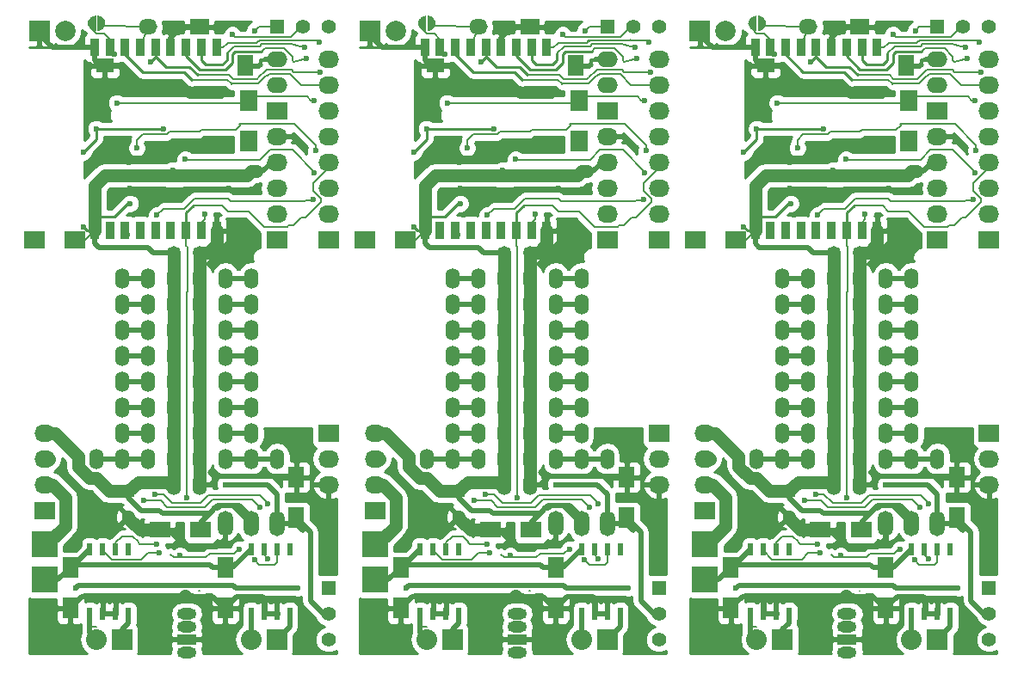
<source format=gbr>
G04 #@! TF.FileFunction,Copper,L1,Top,Signal*
%FSLAX46Y46*%
G04 Gerber Fmt 4.6, Leading zero omitted, Abs format (unit mm)*
G04 Created by KiCad (PCBNEW 4.0.2-4+6225~38~ubuntu15.04.1-stable) date 2016年04月15日 16時13分23秒*
%MOMM*%
G01*
G04 APERTURE LIST*
%ADD10C,0.100000*%
%ADD11C,0.010000*%
%ADD12R,2.032000X1.727200*%
%ADD13O,2.032000X1.727200*%
%ADD14O,1.400000X2.000000*%
%ADD15R,1.600200X1.998980*%
%ADD16R,1.800000X1.400000*%
%ADD17R,1.600000X2.000000*%
%ADD18R,2.000000X1.600000*%
%ADD19C,1.300000*%
%ADD20R,1.300000X1.300000*%
%ADD21R,2.000000X2.000000*%
%ADD22C,2.000000*%
%ADD23O,1.905000X1.117600*%
%ADD24R,1.905000X1.117600*%
%ADD25O,2.032000X1.524000*%
%ADD26R,0.800000X0.600000*%
%ADD27R,2.500000X2.500000*%
%ADD28R,2.032000X2.032000*%
%ADD29O,2.032000X2.032000*%
%ADD30R,2.000000X1.700000*%
%ADD31R,1.700000X2.000000*%
%ADD32R,1.824000X1.524000*%
%ADD33O,1.824000X1.524000*%
%ADD34R,1.397000X1.397000*%
%ADD35C,1.397000*%
%ADD36R,0.900000X1.700000*%
%ADD37R,0.508000X1.143000*%
%ADD38O,1.501140X2.499360*%
%ADD39O,1.400000X1.270000*%
%ADD40C,0.600000*%
%ADD41C,0.127000*%
%ADD42C,0.508000*%
%ADD43C,1.270000*%
%ADD44C,0.203200*%
%ADD45C,0.250000*%
%ADD46C,0.254000*%
G04 APERTURE END LIST*
D10*
D11*
G36*
X139286676Y-52663819D02*
X139286618Y-52591134D01*
X139286451Y-52511517D01*
X139286186Y-52427177D01*
X139285833Y-52340323D01*
X139285405Y-52253163D01*
X139284910Y-52167907D01*
X139284359Y-52086762D01*
X139283764Y-52011938D01*
X139283302Y-51962050D01*
X139279932Y-51622960D01*
X139307436Y-51623814D01*
X139327826Y-51624687D01*
X139347845Y-51625916D01*
X139355260Y-51626512D01*
X139398578Y-51632681D01*
X139446954Y-51643326D01*
X139496895Y-51657442D01*
X139544904Y-51674023D01*
X139587487Y-51692061D01*
X139594020Y-51695243D01*
X139667229Y-51737142D01*
X139733716Y-51786163D01*
X139793172Y-51841611D01*
X139845290Y-51902786D01*
X139889758Y-51968991D01*
X139926269Y-52039527D01*
X139954512Y-52113698D01*
X139974179Y-52190805D01*
X139984961Y-52270151D01*
X139986548Y-52351036D01*
X139978632Y-52432764D01*
X139960902Y-52514637D01*
X139959402Y-52519949D01*
X139947000Y-52556720D01*
X139929989Y-52598045D01*
X139910000Y-52640463D01*
X139888669Y-52680513D01*
X139867629Y-52714734D01*
X139866989Y-52715680D01*
X139815379Y-52782835D01*
X139757123Y-52842516D01*
X139692809Y-52894387D01*
X139623025Y-52938108D01*
X139548356Y-52973342D01*
X139469392Y-52999750D01*
X139386718Y-53016995D01*
X139333067Y-53022997D01*
X139286680Y-53026497D01*
X139286676Y-52663819D01*
X139286676Y-52663819D01*
G37*
X139286676Y-52663819D02*
X139286618Y-52591134D01*
X139286451Y-52511517D01*
X139286186Y-52427177D01*
X139285833Y-52340323D01*
X139285405Y-52253163D01*
X139284910Y-52167907D01*
X139284359Y-52086762D01*
X139283764Y-52011938D01*
X139283302Y-51962050D01*
X139279932Y-51622960D01*
X139307436Y-51623814D01*
X139327826Y-51624687D01*
X139347845Y-51625916D01*
X139355260Y-51626512D01*
X139398578Y-51632681D01*
X139446954Y-51643326D01*
X139496895Y-51657442D01*
X139544904Y-51674023D01*
X139587487Y-51692061D01*
X139594020Y-51695243D01*
X139667229Y-51737142D01*
X139733716Y-51786163D01*
X139793172Y-51841611D01*
X139845290Y-51902786D01*
X139889758Y-51968991D01*
X139926269Y-52039527D01*
X139954512Y-52113698D01*
X139974179Y-52190805D01*
X139984961Y-52270151D01*
X139986548Y-52351036D01*
X139978632Y-52432764D01*
X139960902Y-52514637D01*
X139959402Y-52519949D01*
X139947000Y-52556720D01*
X139929989Y-52598045D01*
X139910000Y-52640463D01*
X139888669Y-52680513D01*
X139867629Y-52714734D01*
X139866989Y-52715680D01*
X139815379Y-52782835D01*
X139757123Y-52842516D01*
X139692809Y-52894387D01*
X139623025Y-52938108D01*
X139548356Y-52973342D01*
X139469392Y-52999750D01*
X139386718Y-53016995D01*
X139333067Y-53022997D01*
X139286680Y-53026497D01*
X139286676Y-52663819D01*
G36*
X139026330Y-53023000D02*
X138942708Y-53011872D01*
X138862525Y-52991501D01*
X138786346Y-52962391D01*
X138714739Y-52925044D01*
X138648268Y-52879963D01*
X138587500Y-52827651D01*
X138533001Y-52768610D01*
X138485337Y-52703344D01*
X138445073Y-52632354D01*
X138412775Y-52556145D01*
X138389010Y-52475219D01*
X138384079Y-52452372D01*
X138378750Y-52415637D01*
X138375630Y-52372125D01*
X138374689Y-52324971D01*
X138375898Y-52277307D01*
X138379227Y-52232267D01*
X138384648Y-52192986D01*
X138386607Y-52183113D01*
X138409242Y-52101457D01*
X138440535Y-52024508D01*
X138479914Y-51952764D01*
X138526806Y-51886723D01*
X138580638Y-51826881D01*
X138640836Y-51773737D01*
X138706828Y-51727786D01*
X138778040Y-51689526D01*
X138853901Y-51659455D01*
X138933836Y-51638069D01*
X139017273Y-51625867D01*
X139029906Y-51624870D01*
X139080085Y-51621342D01*
X139076707Y-51961241D01*
X139076084Y-52030154D01*
X139075498Y-52107014D01*
X139074959Y-52189606D01*
X139074480Y-52275719D01*
X139074069Y-52363138D01*
X139073738Y-52449650D01*
X139073497Y-52533042D01*
X139073357Y-52611101D01*
X139073325Y-52663819D01*
X139073320Y-53026497D01*
X139026330Y-53023000D01*
X139026330Y-53023000D01*
G37*
X139026330Y-53023000D02*
X138942708Y-53011872D01*
X138862525Y-52991501D01*
X138786346Y-52962391D01*
X138714739Y-52925044D01*
X138648268Y-52879963D01*
X138587500Y-52827651D01*
X138533001Y-52768610D01*
X138485337Y-52703344D01*
X138445073Y-52632354D01*
X138412775Y-52556145D01*
X138389010Y-52475219D01*
X138384079Y-52452372D01*
X138378750Y-52415637D01*
X138375630Y-52372125D01*
X138374689Y-52324971D01*
X138375898Y-52277307D01*
X138379227Y-52232267D01*
X138384648Y-52192986D01*
X138386607Y-52183113D01*
X138409242Y-52101457D01*
X138440535Y-52024508D01*
X138479914Y-51952764D01*
X138526806Y-51886723D01*
X138580638Y-51826881D01*
X138640836Y-51773737D01*
X138706828Y-51727786D01*
X138778040Y-51689526D01*
X138853901Y-51659455D01*
X138933836Y-51638069D01*
X139017273Y-51625867D01*
X139029906Y-51624870D01*
X139080085Y-51621342D01*
X139076707Y-51961241D01*
X139076084Y-52030154D01*
X139075498Y-52107014D01*
X139074959Y-52189606D01*
X139074480Y-52275719D01*
X139074069Y-52363138D01*
X139073738Y-52449650D01*
X139073497Y-52533042D01*
X139073357Y-52611101D01*
X139073325Y-52663819D01*
X139073320Y-53026497D01*
X139026330Y-53023000D01*
G36*
X106786676Y-52663819D02*
X106786618Y-52591134D01*
X106786451Y-52511517D01*
X106786186Y-52427177D01*
X106785833Y-52340323D01*
X106785405Y-52253163D01*
X106784910Y-52167907D01*
X106784359Y-52086762D01*
X106783764Y-52011938D01*
X106783302Y-51962050D01*
X106779932Y-51622960D01*
X106807436Y-51623814D01*
X106827826Y-51624687D01*
X106847845Y-51625916D01*
X106855260Y-51626512D01*
X106898578Y-51632681D01*
X106946954Y-51643326D01*
X106996895Y-51657442D01*
X107044904Y-51674023D01*
X107087487Y-51692061D01*
X107094020Y-51695243D01*
X107167229Y-51737142D01*
X107233716Y-51786163D01*
X107293172Y-51841611D01*
X107345290Y-51902786D01*
X107389758Y-51968991D01*
X107426269Y-52039527D01*
X107454512Y-52113698D01*
X107474179Y-52190805D01*
X107484961Y-52270151D01*
X107486548Y-52351036D01*
X107478632Y-52432764D01*
X107460902Y-52514637D01*
X107459402Y-52519949D01*
X107447000Y-52556720D01*
X107429989Y-52598045D01*
X107410000Y-52640463D01*
X107388669Y-52680513D01*
X107367629Y-52714734D01*
X107366989Y-52715680D01*
X107315379Y-52782835D01*
X107257123Y-52842516D01*
X107192809Y-52894387D01*
X107123025Y-52938108D01*
X107048356Y-52973342D01*
X106969392Y-52999750D01*
X106886718Y-53016995D01*
X106833067Y-53022997D01*
X106786680Y-53026497D01*
X106786676Y-52663819D01*
X106786676Y-52663819D01*
G37*
X106786676Y-52663819D02*
X106786618Y-52591134D01*
X106786451Y-52511517D01*
X106786186Y-52427177D01*
X106785833Y-52340323D01*
X106785405Y-52253163D01*
X106784910Y-52167907D01*
X106784359Y-52086762D01*
X106783764Y-52011938D01*
X106783302Y-51962050D01*
X106779932Y-51622960D01*
X106807436Y-51623814D01*
X106827826Y-51624687D01*
X106847845Y-51625916D01*
X106855260Y-51626512D01*
X106898578Y-51632681D01*
X106946954Y-51643326D01*
X106996895Y-51657442D01*
X107044904Y-51674023D01*
X107087487Y-51692061D01*
X107094020Y-51695243D01*
X107167229Y-51737142D01*
X107233716Y-51786163D01*
X107293172Y-51841611D01*
X107345290Y-51902786D01*
X107389758Y-51968991D01*
X107426269Y-52039527D01*
X107454512Y-52113698D01*
X107474179Y-52190805D01*
X107484961Y-52270151D01*
X107486548Y-52351036D01*
X107478632Y-52432764D01*
X107460902Y-52514637D01*
X107459402Y-52519949D01*
X107447000Y-52556720D01*
X107429989Y-52598045D01*
X107410000Y-52640463D01*
X107388669Y-52680513D01*
X107367629Y-52714734D01*
X107366989Y-52715680D01*
X107315379Y-52782835D01*
X107257123Y-52842516D01*
X107192809Y-52894387D01*
X107123025Y-52938108D01*
X107048356Y-52973342D01*
X106969392Y-52999750D01*
X106886718Y-53016995D01*
X106833067Y-53022997D01*
X106786680Y-53026497D01*
X106786676Y-52663819D01*
G36*
X106526330Y-53023000D02*
X106442708Y-53011872D01*
X106362525Y-52991501D01*
X106286346Y-52962391D01*
X106214739Y-52925044D01*
X106148268Y-52879963D01*
X106087500Y-52827651D01*
X106033001Y-52768610D01*
X105985337Y-52703344D01*
X105945073Y-52632354D01*
X105912775Y-52556145D01*
X105889010Y-52475219D01*
X105884079Y-52452372D01*
X105878750Y-52415637D01*
X105875630Y-52372125D01*
X105874689Y-52324971D01*
X105875898Y-52277307D01*
X105879227Y-52232267D01*
X105884648Y-52192986D01*
X105886607Y-52183113D01*
X105909242Y-52101457D01*
X105940535Y-52024508D01*
X105979914Y-51952764D01*
X106026806Y-51886723D01*
X106080638Y-51826881D01*
X106140836Y-51773737D01*
X106206828Y-51727786D01*
X106278040Y-51689526D01*
X106353901Y-51659455D01*
X106433836Y-51638069D01*
X106517273Y-51625867D01*
X106529906Y-51624870D01*
X106580085Y-51621342D01*
X106576707Y-51961241D01*
X106576084Y-52030154D01*
X106575498Y-52107014D01*
X106574959Y-52189606D01*
X106574480Y-52275719D01*
X106574069Y-52363138D01*
X106573738Y-52449650D01*
X106573497Y-52533042D01*
X106573357Y-52611101D01*
X106573325Y-52663819D01*
X106573320Y-53026497D01*
X106526330Y-53023000D01*
X106526330Y-53023000D01*
G37*
X106526330Y-53023000D02*
X106442708Y-53011872D01*
X106362525Y-52991501D01*
X106286346Y-52962391D01*
X106214739Y-52925044D01*
X106148268Y-52879963D01*
X106087500Y-52827651D01*
X106033001Y-52768610D01*
X105985337Y-52703344D01*
X105945073Y-52632354D01*
X105912775Y-52556145D01*
X105889010Y-52475219D01*
X105884079Y-52452372D01*
X105878750Y-52415637D01*
X105875630Y-52372125D01*
X105874689Y-52324971D01*
X105875898Y-52277307D01*
X105879227Y-52232267D01*
X105884648Y-52192986D01*
X105886607Y-52183113D01*
X105909242Y-52101457D01*
X105940535Y-52024508D01*
X105979914Y-51952764D01*
X106026806Y-51886723D01*
X106080638Y-51826881D01*
X106140836Y-51773737D01*
X106206828Y-51727786D01*
X106278040Y-51689526D01*
X106353901Y-51659455D01*
X106433836Y-51638069D01*
X106517273Y-51625867D01*
X106529906Y-51624870D01*
X106580085Y-51621342D01*
X106576707Y-51961241D01*
X106576084Y-52030154D01*
X106575498Y-52107014D01*
X106574959Y-52189606D01*
X106574480Y-52275719D01*
X106574069Y-52363138D01*
X106573738Y-52449650D01*
X106573497Y-52533042D01*
X106573357Y-52611101D01*
X106573325Y-52663819D01*
X106573320Y-53026497D01*
X106526330Y-53023000D01*
G36*
X171786676Y-52663819D02*
X171786618Y-52591134D01*
X171786451Y-52511517D01*
X171786186Y-52427177D01*
X171785833Y-52340323D01*
X171785405Y-52253163D01*
X171784910Y-52167907D01*
X171784359Y-52086762D01*
X171783764Y-52011938D01*
X171783302Y-51962050D01*
X171779932Y-51622960D01*
X171807436Y-51623814D01*
X171827826Y-51624687D01*
X171847845Y-51625916D01*
X171855260Y-51626512D01*
X171898578Y-51632681D01*
X171946954Y-51643326D01*
X171996895Y-51657442D01*
X172044904Y-51674023D01*
X172087487Y-51692061D01*
X172094020Y-51695243D01*
X172167229Y-51737142D01*
X172233716Y-51786163D01*
X172293172Y-51841611D01*
X172345290Y-51902786D01*
X172389758Y-51968991D01*
X172426269Y-52039527D01*
X172454512Y-52113698D01*
X172474179Y-52190805D01*
X172484961Y-52270151D01*
X172486548Y-52351036D01*
X172478632Y-52432764D01*
X172460902Y-52514637D01*
X172459402Y-52519949D01*
X172447000Y-52556720D01*
X172429989Y-52598045D01*
X172410000Y-52640463D01*
X172388669Y-52680513D01*
X172367629Y-52714734D01*
X172366989Y-52715680D01*
X172315379Y-52782835D01*
X172257123Y-52842516D01*
X172192809Y-52894387D01*
X172123025Y-52938108D01*
X172048356Y-52973342D01*
X171969392Y-52999750D01*
X171886718Y-53016995D01*
X171833067Y-53022997D01*
X171786680Y-53026497D01*
X171786676Y-52663819D01*
X171786676Y-52663819D01*
G37*
X171786676Y-52663819D02*
X171786618Y-52591134D01*
X171786451Y-52511517D01*
X171786186Y-52427177D01*
X171785833Y-52340323D01*
X171785405Y-52253163D01*
X171784910Y-52167907D01*
X171784359Y-52086762D01*
X171783764Y-52011938D01*
X171783302Y-51962050D01*
X171779932Y-51622960D01*
X171807436Y-51623814D01*
X171827826Y-51624687D01*
X171847845Y-51625916D01*
X171855260Y-51626512D01*
X171898578Y-51632681D01*
X171946954Y-51643326D01*
X171996895Y-51657442D01*
X172044904Y-51674023D01*
X172087487Y-51692061D01*
X172094020Y-51695243D01*
X172167229Y-51737142D01*
X172233716Y-51786163D01*
X172293172Y-51841611D01*
X172345290Y-51902786D01*
X172389758Y-51968991D01*
X172426269Y-52039527D01*
X172454512Y-52113698D01*
X172474179Y-52190805D01*
X172484961Y-52270151D01*
X172486548Y-52351036D01*
X172478632Y-52432764D01*
X172460902Y-52514637D01*
X172459402Y-52519949D01*
X172447000Y-52556720D01*
X172429989Y-52598045D01*
X172410000Y-52640463D01*
X172388669Y-52680513D01*
X172367629Y-52714734D01*
X172366989Y-52715680D01*
X172315379Y-52782835D01*
X172257123Y-52842516D01*
X172192809Y-52894387D01*
X172123025Y-52938108D01*
X172048356Y-52973342D01*
X171969392Y-52999750D01*
X171886718Y-53016995D01*
X171833067Y-53022997D01*
X171786680Y-53026497D01*
X171786676Y-52663819D01*
G36*
X171526330Y-53023000D02*
X171442708Y-53011872D01*
X171362525Y-52991501D01*
X171286346Y-52962391D01*
X171214739Y-52925044D01*
X171148268Y-52879963D01*
X171087500Y-52827651D01*
X171033001Y-52768610D01*
X170985337Y-52703344D01*
X170945073Y-52632354D01*
X170912775Y-52556145D01*
X170889010Y-52475219D01*
X170884079Y-52452372D01*
X170878750Y-52415637D01*
X170875630Y-52372125D01*
X170874689Y-52324971D01*
X170875898Y-52277307D01*
X170879227Y-52232267D01*
X170884648Y-52192986D01*
X170886607Y-52183113D01*
X170909242Y-52101457D01*
X170940535Y-52024508D01*
X170979914Y-51952764D01*
X171026806Y-51886723D01*
X171080638Y-51826881D01*
X171140836Y-51773737D01*
X171206828Y-51727786D01*
X171278040Y-51689526D01*
X171353901Y-51659455D01*
X171433836Y-51638069D01*
X171517273Y-51625867D01*
X171529906Y-51624870D01*
X171580085Y-51621342D01*
X171576707Y-51961241D01*
X171576084Y-52030154D01*
X171575498Y-52107014D01*
X171574959Y-52189606D01*
X171574480Y-52275719D01*
X171574069Y-52363138D01*
X171573738Y-52449650D01*
X171573497Y-52533042D01*
X171573357Y-52611101D01*
X171573325Y-52663819D01*
X171573320Y-53026497D01*
X171526330Y-53023000D01*
X171526330Y-53023000D01*
G37*
X171526330Y-53023000D02*
X171442708Y-53011872D01*
X171362525Y-52991501D01*
X171286346Y-52962391D01*
X171214739Y-52925044D01*
X171148268Y-52879963D01*
X171087500Y-52827651D01*
X171033001Y-52768610D01*
X170985337Y-52703344D01*
X170945073Y-52632354D01*
X170912775Y-52556145D01*
X170889010Y-52475219D01*
X170884079Y-52452372D01*
X170878750Y-52415637D01*
X170875630Y-52372125D01*
X170874689Y-52324971D01*
X170875898Y-52277307D01*
X170879227Y-52232267D01*
X170884648Y-52192986D01*
X170886607Y-52183113D01*
X170909242Y-52101457D01*
X170940535Y-52024508D01*
X170979914Y-51952764D01*
X171026806Y-51886723D01*
X171080638Y-51826881D01*
X171140836Y-51773737D01*
X171206828Y-51727786D01*
X171278040Y-51689526D01*
X171353901Y-51659455D01*
X171433836Y-51638069D01*
X171517273Y-51625867D01*
X171529906Y-51624870D01*
X171580085Y-51621342D01*
X171576707Y-51961241D01*
X171576084Y-52030154D01*
X171575498Y-52107014D01*
X171574959Y-52189606D01*
X171574480Y-52275719D01*
X171574069Y-52363138D01*
X171573738Y-52449650D01*
X171573497Y-52533042D01*
X171573357Y-52611101D01*
X171573325Y-52663819D01*
X171573320Y-53026497D01*
X171526330Y-53023000D01*
D12*
X134100000Y-100330000D03*
D13*
X134100000Y-97790000D03*
X134100000Y-95250000D03*
X134100000Y-92710000D03*
D14*
X139180000Y-95250000D03*
X141720000Y-95250000D03*
X154420000Y-95250000D03*
X156960000Y-95250000D03*
X151880000Y-92710000D03*
X154420000Y-92710000D03*
X151880000Y-95250000D03*
X154420000Y-95250000D03*
X151880000Y-90170000D03*
X154420000Y-90170000D03*
X151880000Y-87630000D03*
X154420000Y-87630000D03*
X151880000Y-77470000D03*
X154420000Y-77470000D03*
X151880000Y-80010000D03*
X154420000Y-80010000D03*
X151880000Y-85090000D03*
X154420000Y-85090000D03*
X151880000Y-82550000D03*
X154420000Y-82550000D03*
X141720000Y-82550000D03*
X144260000Y-82550000D03*
X141720000Y-85090000D03*
X144260000Y-85090000D03*
X141720000Y-80010000D03*
X144260000Y-80010000D03*
X141720000Y-77470000D03*
X144260000Y-77470000D03*
X141720000Y-87630000D03*
X144260000Y-87630000D03*
X141720000Y-90170000D03*
X144260000Y-90170000D03*
X141720000Y-95250000D03*
X144260000Y-95250000D03*
D15*
X153835000Y-56520000D03*
D16*
X140035000Y-56520000D03*
D17*
X151880000Y-105950000D03*
X151880000Y-109950000D03*
X136640000Y-105950000D03*
X136640000Y-109950000D03*
X158865000Y-101060000D03*
X158865000Y-97060000D03*
D18*
X149435000Y-102235000D03*
X145435000Y-102235000D03*
D19*
X142355000Y-100925000D03*
D20*
X142355000Y-98425000D03*
D21*
X133592000Y-53086000D03*
D22*
X136132000Y-53086000D03*
D23*
X148070000Y-114300000D03*
D24*
X148070000Y-113030000D03*
D23*
X148070000Y-111760000D03*
X148070000Y-110490000D03*
D12*
X156960000Y-60960000D03*
D25*
X156960000Y-58420000D03*
X156960000Y-55880000D03*
D26*
X138680000Y-52324000D03*
X139680000Y-52324000D03*
D27*
X134100000Y-103660000D03*
X134100000Y-107160000D03*
D12*
X162040000Y-73660000D03*
D13*
X162040000Y-71120000D03*
X162040000Y-68580000D03*
X162040000Y-66040000D03*
X162040000Y-63500000D03*
X162040000Y-60960000D03*
X162040000Y-58420000D03*
X162040000Y-55880000D03*
D12*
X156960000Y-73660000D03*
D13*
X156960000Y-71120000D03*
X156960000Y-68580000D03*
X156960000Y-66040000D03*
X156960000Y-63500000D03*
D28*
X156960000Y-113030000D03*
D29*
X154420000Y-113030000D03*
D28*
X141720000Y-113030000D03*
D29*
X139180000Y-113030000D03*
D12*
X162040000Y-92710000D03*
D13*
X162040000Y-95250000D03*
X162040000Y-97790000D03*
D30*
X133116000Y-73660000D03*
X137116000Y-73660000D03*
D31*
X154166000Y-63976000D03*
X154166000Y-59976000D03*
D32*
X149340000Y-52705000D03*
D33*
X144260000Y-52705000D03*
D34*
X156960000Y-52705000D03*
D35*
X159500000Y-52705000D03*
X162040000Y-52705000D03*
D34*
X162040000Y-107950000D03*
D35*
X162040000Y-110490000D03*
X162040000Y-113030000D03*
D36*
X139022000Y-54754000D03*
X139022000Y-72754000D03*
X140522000Y-54754000D03*
X140522000Y-72754000D03*
X142022000Y-54754000D03*
X142022000Y-72754000D03*
X143522000Y-54754000D03*
X143522000Y-72754000D03*
X145022000Y-54754000D03*
X145022000Y-72754000D03*
X146522000Y-54754000D03*
X146522000Y-72754000D03*
X148022000Y-54754000D03*
X148022000Y-72754000D03*
X149522000Y-54754000D03*
X149522000Y-72754000D03*
X151022000Y-54754000D03*
X151022000Y-72754000D03*
D37*
X158230000Y-110490000D03*
X156960000Y-110490000D03*
X155690000Y-110490000D03*
X154420000Y-110490000D03*
X154420000Y-104140000D03*
X155690000Y-104140000D03*
X156960000Y-104140000D03*
X158230000Y-104140000D03*
X142355000Y-110490000D03*
X141085000Y-110490000D03*
X139815000Y-110490000D03*
X138545000Y-110490000D03*
X138545000Y-104140000D03*
X139815000Y-104140000D03*
X141085000Y-104140000D03*
X142355000Y-104140000D03*
D38*
X154420000Y-101600000D03*
X151880000Y-101600000D03*
X156960000Y-101600000D03*
D14*
X141720000Y-92710000D03*
X144260000Y-92710000D03*
X146800000Y-97790000D03*
X146800000Y-95250000D03*
X146800000Y-92710000D03*
X146800000Y-90170000D03*
X146800000Y-87630000D03*
X146800000Y-85090000D03*
X146800000Y-82550000D03*
X146800000Y-80010000D03*
X146800000Y-77470000D03*
D39*
X146800000Y-74930000D03*
D14*
X149340000Y-97790000D03*
X149340000Y-95250000D03*
X149340000Y-92710000D03*
X149340000Y-90170000D03*
X149340000Y-87630000D03*
X149340000Y-85090000D03*
X149340000Y-82550000D03*
X149340000Y-80010000D03*
X149340000Y-77470000D03*
D39*
X149340000Y-74930000D03*
D12*
X101600000Y-100330000D03*
D13*
X101600000Y-97790000D03*
X101600000Y-95250000D03*
X101600000Y-92710000D03*
D14*
X106680000Y-95250000D03*
X109220000Y-95250000D03*
X121920000Y-95250000D03*
X124460000Y-95250000D03*
X119380000Y-92710000D03*
X121920000Y-92710000D03*
X119380000Y-95250000D03*
X121920000Y-95250000D03*
X119380000Y-90170000D03*
X121920000Y-90170000D03*
X119380000Y-87630000D03*
X121920000Y-87630000D03*
X119380000Y-77470000D03*
X121920000Y-77470000D03*
X119380000Y-80010000D03*
X121920000Y-80010000D03*
X119380000Y-85090000D03*
X121920000Y-85090000D03*
X119380000Y-82550000D03*
X121920000Y-82550000D03*
X109220000Y-82550000D03*
X111760000Y-82550000D03*
X109220000Y-85090000D03*
X111760000Y-85090000D03*
X109220000Y-80010000D03*
X111760000Y-80010000D03*
X109220000Y-77470000D03*
X111760000Y-77470000D03*
X109220000Y-87630000D03*
X111760000Y-87630000D03*
X109220000Y-90170000D03*
X111760000Y-90170000D03*
X109220000Y-95250000D03*
X111760000Y-95250000D03*
D15*
X121335000Y-56520000D03*
D16*
X107535000Y-56520000D03*
D17*
X119380000Y-105950000D03*
X119380000Y-109950000D03*
X104140000Y-105950000D03*
X104140000Y-109950000D03*
X126365000Y-101060000D03*
X126365000Y-97060000D03*
D18*
X116935000Y-102235000D03*
X112935000Y-102235000D03*
D19*
X109855000Y-100925000D03*
D20*
X109855000Y-98425000D03*
D21*
X101092000Y-53086000D03*
D22*
X103632000Y-53086000D03*
D23*
X115570000Y-114300000D03*
D24*
X115570000Y-113030000D03*
D23*
X115570000Y-111760000D03*
X115570000Y-110490000D03*
D12*
X124460000Y-60960000D03*
D25*
X124460000Y-58420000D03*
X124460000Y-55880000D03*
D26*
X106180000Y-52324000D03*
X107180000Y-52324000D03*
D27*
X101600000Y-103660000D03*
X101600000Y-107160000D03*
D12*
X129540000Y-73660000D03*
D13*
X129540000Y-71120000D03*
X129540000Y-68580000D03*
X129540000Y-66040000D03*
X129540000Y-63500000D03*
X129540000Y-60960000D03*
X129540000Y-58420000D03*
X129540000Y-55880000D03*
D12*
X124460000Y-73660000D03*
D13*
X124460000Y-71120000D03*
X124460000Y-68580000D03*
X124460000Y-66040000D03*
X124460000Y-63500000D03*
D28*
X124460000Y-113030000D03*
D29*
X121920000Y-113030000D03*
D28*
X109220000Y-113030000D03*
D29*
X106680000Y-113030000D03*
D12*
X129540000Y-92710000D03*
D13*
X129540000Y-95250000D03*
X129540000Y-97790000D03*
D30*
X100616000Y-73660000D03*
X104616000Y-73660000D03*
D31*
X121666000Y-63976000D03*
X121666000Y-59976000D03*
D32*
X116840000Y-52705000D03*
D33*
X111760000Y-52705000D03*
D34*
X124460000Y-52705000D03*
D35*
X127000000Y-52705000D03*
X129540000Y-52705000D03*
D34*
X129540000Y-107950000D03*
D35*
X129540000Y-110490000D03*
X129540000Y-113030000D03*
D36*
X106522000Y-54754000D03*
X106522000Y-72754000D03*
X108022000Y-54754000D03*
X108022000Y-72754000D03*
X109522000Y-54754000D03*
X109522000Y-72754000D03*
X111022000Y-54754000D03*
X111022000Y-72754000D03*
X112522000Y-54754000D03*
X112522000Y-72754000D03*
X114022000Y-54754000D03*
X114022000Y-72754000D03*
X115522000Y-54754000D03*
X115522000Y-72754000D03*
X117022000Y-54754000D03*
X117022000Y-72754000D03*
X118522000Y-54754000D03*
X118522000Y-72754000D03*
D37*
X125730000Y-110490000D03*
X124460000Y-110490000D03*
X123190000Y-110490000D03*
X121920000Y-110490000D03*
X121920000Y-104140000D03*
X123190000Y-104140000D03*
X124460000Y-104140000D03*
X125730000Y-104140000D03*
X109855000Y-110490000D03*
X108585000Y-110490000D03*
X107315000Y-110490000D03*
X106045000Y-110490000D03*
X106045000Y-104140000D03*
X107315000Y-104140000D03*
X108585000Y-104140000D03*
X109855000Y-104140000D03*
D38*
X121920000Y-101600000D03*
X119380000Y-101600000D03*
X124460000Y-101600000D03*
D14*
X109220000Y-92710000D03*
X111760000Y-92710000D03*
X114300000Y-97790000D03*
X114300000Y-95250000D03*
X114300000Y-92710000D03*
X114300000Y-90170000D03*
X114300000Y-87630000D03*
X114300000Y-85090000D03*
X114300000Y-82550000D03*
X114300000Y-80010000D03*
X114300000Y-77470000D03*
D39*
X114300000Y-74930000D03*
D14*
X116840000Y-97790000D03*
X116840000Y-95250000D03*
X116840000Y-92710000D03*
X116840000Y-90170000D03*
X116840000Y-87630000D03*
X116840000Y-85090000D03*
X116840000Y-82550000D03*
X116840000Y-80010000D03*
X116840000Y-77470000D03*
D39*
X116840000Y-74930000D03*
D12*
X166600000Y-100330000D03*
D13*
X166600000Y-97790000D03*
X166600000Y-95250000D03*
X166600000Y-92710000D03*
D14*
X171680000Y-95250000D03*
X174220000Y-95250000D03*
X186920000Y-95250000D03*
X189460000Y-95250000D03*
X184380000Y-92710000D03*
X186920000Y-92710000D03*
X184380000Y-95250000D03*
X186920000Y-95250000D03*
X184380000Y-90170000D03*
X186920000Y-90170000D03*
X184380000Y-87630000D03*
X186920000Y-87630000D03*
X184380000Y-77470000D03*
X186920000Y-77470000D03*
X184380000Y-80010000D03*
X186920000Y-80010000D03*
X184380000Y-85090000D03*
X186920000Y-85090000D03*
X184380000Y-82550000D03*
X186920000Y-82550000D03*
X174220000Y-82550000D03*
X176760000Y-82550000D03*
X174220000Y-85090000D03*
X176760000Y-85090000D03*
X174220000Y-80010000D03*
X176760000Y-80010000D03*
X174220000Y-77470000D03*
X176760000Y-77470000D03*
X174220000Y-87630000D03*
X176760000Y-87630000D03*
X174220000Y-90170000D03*
X176760000Y-90170000D03*
X174220000Y-95250000D03*
X176760000Y-95250000D03*
D15*
X186335000Y-56520000D03*
D16*
X172535000Y-56520000D03*
D17*
X184380000Y-105950000D03*
X184380000Y-109950000D03*
X169140000Y-105950000D03*
X169140000Y-109950000D03*
X191365000Y-101060000D03*
X191365000Y-97060000D03*
D18*
X181935000Y-102235000D03*
X177935000Y-102235000D03*
D19*
X174855000Y-100925000D03*
D20*
X174855000Y-98425000D03*
D21*
X166092000Y-53086000D03*
D22*
X168632000Y-53086000D03*
D23*
X180570000Y-114300000D03*
D24*
X180570000Y-113030000D03*
D23*
X180570000Y-111760000D03*
X180570000Y-110490000D03*
D12*
X189460000Y-60960000D03*
D25*
X189460000Y-58420000D03*
X189460000Y-55880000D03*
D26*
X171180000Y-52324000D03*
X172180000Y-52324000D03*
D27*
X166600000Y-103660000D03*
X166600000Y-107160000D03*
D12*
X194540000Y-73660000D03*
D13*
X194540000Y-71120000D03*
X194540000Y-68580000D03*
X194540000Y-66040000D03*
X194540000Y-63500000D03*
X194540000Y-60960000D03*
X194540000Y-58420000D03*
X194540000Y-55880000D03*
D12*
X189460000Y-73660000D03*
D13*
X189460000Y-71120000D03*
X189460000Y-68580000D03*
X189460000Y-66040000D03*
X189460000Y-63500000D03*
D28*
X189460000Y-113030000D03*
D29*
X186920000Y-113030000D03*
D28*
X174220000Y-113030000D03*
D29*
X171680000Y-113030000D03*
D12*
X194540000Y-92710000D03*
D13*
X194540000Y-95250000D03*
X194540000Y-97790000D03*
D30*
X165616000Y-73660000D03*
X169616000Y-73660000D03*
D31*
X186666000Y-63976000D03*
X186666000Y-59976000D03*
D32*
X181840000Y-52705000D03*
D33*
X176760000Y-52705000D03*
D34*
X189460000Y-52705000D03*
D35*
X192000000Y-52705000D03*
X194540000Y-52705000D03*
D34*
X194540000Y-107950000D03*
D35*
X194540000Y-110490000D03*
X194540000Y-113030000D03*
D36*
X171522000Y-54754000D03*
X171522000Y-72754000D03*
X173022000Y-54754000D03*
X173022000Y-72754000D03*
X174522000Y-54754000D03*
X174522000Y-72754000D03*
X176022000Y-54754000D03*
X176022000Y-72754000D03*
X177522000Y-54754000D03*
X177522000Y-72754000D03*
X179022000Y-54754000D03*
X179022000Y-72754000D03*
X180522000Y-54754000D03*
X180522000Y-72754000D03*
X182022000Y-54754000D03*
X182022000Y-72754000D03*
X183522000Y-54754000D03*
X183522000Y-72754000D03*
D37*
X190730000Y-110490000D03*
X189460000Y-110490000D03*
X188190000Y-110490000D03*
X186920000Y-110490000D03*
X186920000Y-104140000D03*
X188190000Y-104140000D03*
X189460000Y-104140000D03*
X190730000Y-104140000D03*
X174855000Y-110490000D03*
X173585000Y-110490000D03*
X172315000Y-110490000D03*
X171045000Y-110490000D03*
X171045000Y-104140000D03*
X172315000Y-104140000D03*
X173585000Y-104140000D03*
X174855000Y-104140000D03*
D38*
X186920000Y-101600000D03*
X184380000Y-101600000D03*
X189460000Y-101600000D03*
D14*
X174220000Y-92710000D03*
X176760000Y-92710000D03*
X179300000Y-97790000D03*
X179300000Y-95250000D03*
X179300000Y-92710000D03*
X179300000Y-90170000D03*
X179300000Y-87630000D03*
X179300000Y-85090000D03*
X179300000Y-82550000D03*
X179300000Y-80010000D03*
X179300000Y-77470000D03*
D39*
X179300000Y-74930000D03*
D14*
X181840000Y-97790000D03*
X181840000Y-95250000D03*
X181840000Y-92710000D03*
X181840000Y-90170000D03*
X181840000Y-87630000D03*
X181840000Y-85090000D03*
X181840000Y-82550000D03*
X181840000Y-80010000D03*
X181840000Y-77470000D03*
D39*
X181840000Y-74930000D03*
D40*
X154801000Y-53086000D03*
X146704500Y-66802000D03*
X142514000Y-70104000D03*
X137910000Y-72390000D03*
X137910000Y-65024000D03*
X139180000Y-62738000D03*
X145784000Y-62738000D03*
X122301000Y-53086000D03*
X114204500Y-66802000D03*
X110014000Y-70104000D03*
X105410000Y-72390000D03*
X105410000Y-65024000D03*
X106680000Y-62738000D03*
X113284000Y-62738000D03*
X187301000Y-53086000D03*
X179204500Y-66802000D03*
X175014000Y-70104000D03*
X170410000Y-72390000D03*
X170410000Y-65024000D03*
X171680000Y-62738000D03*
X178284000Y-62738000D03*
X152197500Y-68643500D03*
X146546000Y-69278500D03*
X142482000Y-68643500D03*
X144323500Y-64389000D03*
X142418500Y-66040000D03*
X151499000Y-59563000D03*
X149975000Y-110998000D03*
X147943000Y-108775500D03*
X119697500Y-68643500D03*
X114046000Y-69278500D03*
X109982000Y-68643500D03*
X111823500Y-64389000D03*
X109918500Y-66040000D03*
X118999000Y-59563000D03*
X117475000Y-110998000D03*
X115443000Y-108775500D03*
X184697500Y-68643500D03*
X179046000Y-69278500D03*
X174982000Y-68643500D03*
X176823500Y-64389000D03*
X174918500Y-66040000D03*
X183999000Y-59563000D03*
X182475000Y-110998000D03*
X180443000Y-108775500D03*
X140958000Y-55372000D03*
X160643000Y-59944000D03*
X141212000Y-60198000D03*
X108458000Y-55372000D03*
X128143000Y-59944000D03*
X108712000Y-60198000D03*
X173458000Y-55372000D03*
X193143000Y-59944000D03*
X173712000Y-60198000D03*
X137148000Y-107950000D03*
X158992000Y-107950000D03*
X162040000Y-107950000D03*
X104648000Y-107950000D03*
X126492000Y-107950000D03*
X129540000Y-107950000D03*
X169648000Y-107950000D03*
X191492000Y-107950000D03*
X194540000Y-107950000D03*
X155245500Y-100012500D03*
X154737500Y-105219500D03*
X143879000Y-99377500D03*
X160770000Y-64897000D03*
X143180500Y-64643000D03*
X143498000Y-72644000D03*
X122745500Y-100012500D03*
X122237500Y-105219500D03*
X111379000Y-99377500D03*
X128270000Y-64897000D03*
X110680500Y-64643000D03*
X110998000Y-72644000D03*
X187745500Y-100012500D03*
X187237500Y-105219500D03*
X176379000Y-99377500D03*
X193270000Y-64897000D03*
X175680500Y-64643000D03*
X175998000Y-72644000D03*
X147943000Y-65722500D03*
X145149000Y-103632000D03*
X160643000Y-67056000D03*
X145022000Y-72644000D03*
X115443000Y-65722500D03*
X112649000Y-103632000D03*
X128143000Y-67056000D03*
X112522000Y-72644000D03*
X180443000Y-65722500D03*
X177649000Y-103632000D03*
X193143000Y-67056000D03*
X177522000Y-72644000D03*
X145403000Y-104521000D03*
X146546000Y-72898000D03*
X112903000Y-104521000D03*
X114046000Y-72898000D03*
X177903000Y-104521000D03*
X179046000Y-72898000D03*
X148070000Y-99060000D03*
X115570000Y-99060000D03*
X180570000Y-99060000D03*
X147435000Y-104775000D03*
X151118000Y-54991000D03*
X153277000Y-104140000D03*
X161087500Y-54229000D03*
X114935000Y-104775000D03*
X118618000Y-54991000D03*
X120777000Y-104140000D03*
X128587500Y-54229000D03*
X179935000Y-104775000D03*
X183618000Y-54991000D03*
X185777000Y-104140000D03*
X193587500Y-54229000D03*
X144514000Y-56134000D03*
X161214500Y-57150000D03*
X112014000Y-56134000D03*
X128714500Y-57150000D03*
X177014000Y-56134000D03*
X193714500Y-57150000D03*
X159881000Y-55816500D03*
X127381000Y-55816500D03*
X192381000Y-55816500D03*
X159690500Y-54737000D03*
X127190500Y-54737000D03*
X192190500Y-54737000D03*
X151880000Y-97790000D03*
X119380000Y-97790000D03*
X184380000Y-97790000D03*
X149848000Y-71120000D03*
X117348000Y-71120000D03*
X182348000Y-71120000D03*
X133084000Y-73660000D03*
X100584000Y-73660000D03*
X165584000Y-73660000D03*
X152578500Y-53467000D03*
X154229500Y-63754000D03*
X120078500Y-53467000D03*
X121729500Y-63754000D03*
X185078500Y-53467000D03*
X186729500Y-63754000D03*
X145149000Y-71247000D03*
X142228000Y-73152000D03*
X156071000Y-105092500D03*
X156071000Y-99695000D03*
X144958500Y-98742500D03*
X160516000Y-69723000D03*
X112649000Y-71247000D03*
X109728000Y-73152000D03*
X123571000Y-105092500D03*
X123571000Y-99695000D03*
X112458500Y-98742500D03*
X128016000Y-69723000D03*
X177649000Y-71247000D03*
X174728000Y-73152000D03*
X188571000Y-105092500D03*
X188571000Y-99695000D03*
X177458500Y-98742500D03*
X193016000Y-69723000D03*
D41*
X149340000Y-108204000D02*
X149276500Y-108204000D01*
X149276500Y-108204000D02*
X149340000Y-108204000D01*
X116840000Y-108204000D02*
X116776500Y-108204000D01*
X116776500Y-108204000D02*
X116840000Y-108204000D01*
X181840000Y-108204000D02*
X181776500Y-108204000D01*
X181776500Y-108204000D02*
X181840000Y-108204000D01*
D42*
X149435000Y-102235000D02*
X149435000Y-101568500D01*
X149435000Y-101568500D02*
X150610000Y-100393500D01*
X150610000Y-100393500D02*
X150610000Y-100330000D01*
X154420000Y-101600000D02*
X154420000Y-100965000D01*
X154420000Y-100965000D02*
X153277000Y-99822000D01*
X151118000Y-99822000D02*
X150800500Y-100139500D01*
X153277000Y-99822000D02*
X151118000Y-99822000D01*
D41*
X155182000Y-52705000D02*
X156960000Y-52705000D01*
X154801000Y-53086000D02*
X155182000Y-52705000D01*
D43*
X134100000Y-92710000D02*
X135116000Y-92710000D01*
X135116000Y-92710000D02*
X137402000Y-94996000D01*
X137402000Y-94996000D02*
X137402000Y-96012000D01*
X146228500Y-97536000D02*
X143307500Y-97536000D01*
X143307500Y-97536000D02*
X142291500Y-98425000D01*
D42*
X142355000Y-98425000D02*
X142355000Y-99060000D01*
X142355000Y-99060000D02*
X143625000Y-100330000D01*
X149435000Y-102235000D02*
X149435000Y-101505000D01*
X149435000Y-101505000D02*
X149975000Y-100965000D01*
D43*
X134100000Y-100330000D02*
X134227000Y-100330000D01*
D44*
X137116000Y-73660000D02*
X138116000Y-73660000D01*
X138116000Y-73660000D02*
X139022000Y-72754000D01*
D43*
X142355000Y-98425000D02*
X140450000Y-98425000D01*
X140450000Y-98425000D02*
X139180000Y-97155000D01*
X139180000Y-97155000D02*
X138545000Y-97155000D01*
X138545000Y-97155000D02*
X137402000Y-96012000D01*
X146800000Y-97790000D02*
X146482500Y-97790000D01*
X146482500Y-97790000D02*
X146228500Y-97536000D01*
X142291500Y-98425000D02*
X142355000Y-98425000D01*
D42*
X142355000Y-98425000D02*
X142482000Y-98425000D01*
X143625000Y-100330000D02*
X145403000Y-100330000D01*
X145403000Y-100330000D02*
X145720500Y-100647500D01*
X145720500Y-100647500D02*
X150292500Y-100647500D01*
X150292500Y-100647500D02*
X150610000Y-100330000D01*
X150610000Y-100330000D02*
X150800500Y-100139500D01*
X150800500Y-100139500D02*
X151118000Y-100139500D01*
X151118000Y-100139500D02*
X151435500Y-99822000D01*
X151435500Y-99822000D02*
X152642000Y-99822000D01*
X152642000Y-99822000D02*
X154420000Y-101600000D01*
D43*
X146514000Y-67310000D02*
X140069000Y-67310000D01*
X139022000Y-68357000D02*
X139022000Y-72754000D01*
X140069000Y-67310000D02*
X139022000Y-68357000D01*
D42*
X156960000Y-66040000D02*
X156452000Y-66040000D01*
X156452000Y-66040000D02*
X155563000Y-66929000D01*
X155563000Y-66929000D02*
X154928000Y-66929000D01*
D43*
X154420000Y-66929000D02*
X154928000Y-66929000D01*
X154039000Y-67310000D02*
X154420000Y-66929000D01*
X146514000Y-67310000D02*
X154039000Y-67310000D01*
D42*
X139022000Y-72754000D02*
X139022000Y-74010000D01*
X139022000Y-74010000D02*
X139434000Y-74422000D01*
X139434000Y-74422000D02*
X144260000Y-74422000D01*
X144260000Y-74422000D02*
X144768000Y-74930000D01*
X144768000Y-74930000D02*
X146800000Y-74930000D01*
D43*
X146800000Y-95250000D02*
X146800000Y-97790000D01*
X146800000Y-92710000D02*
X146800000Y-95250000D01*
X146800000Y-90170000D02*
X146800000Y-92710000D01*
X146800000Y-87630000D02*
X146800000Y-90170000D01*
X146800000Y-85090000D02*
X146800000Y-87630000D01*
X146800000Y-82550000D02*
X146800000Y-85090000D01*
X146800000Y-80010000D02*
X146800000Y-82550000D01*
X146800000Y-77470000D02*
X146800000Y-80010000D01*
X146800000Y-74930000D02*
X146800000Y-77470000D01*
D45*
X140990000Y-71374000D02*
X142260000Y-70104000D01*
X140990000Y-71374000D02*
X139180000Y-71374000D01*
X139180000Y-71374000D02*
X139022000Y-71532000D01*
X139022000Y-72754000D02*
X139022000Y-71532000D01*
X139022000Y-72754000D02*
X138274000Y-72754000D01*
X138274000Y-72754000D02*
X137910000Y-72390000D01*
X137910000Y-65024000D02*
X139180000Y-63754000D01*
X139180000Y-63754000D02*
X139180000Y-62738000D01*
X145784000Y-62738000D02*
X139180000Y-62738000D01*
D42*
X116935000Y-102235000D02*
X116935000Y-101568500D01*
X116935000Y-101568500D02*
X118110000Y-100393500D01*
X118110000Y-100393500D02*
X118110000Y-100330000D01*
X121920000Y-101600000D02*
X121920000Y-100965000D01*
X121920000Y-100965000D02*
X120777000Y-99822000D01*
X118618000Y-99822000D02*
X118300500Y-100139500D01*
X120777000Y-99822000D02*
X118618000Y-99822000D01*
D41*
X122682000Y-52705000D02*
X124460000Y-52705000D01*
X122301000Y-53086000D02*
X122682000Y-52705000D01*
D43*
X101600000Y-92710000D02*
X102616000Y-92710000D01*
X102616000Y-92710000D02*
X104902000Y-94996000D01*
X104902000Y-94996000D02*
X104902000Y-96012000D01*
X113728500Y-97536000D02*
X110807500Y-97536000D01*
X110807500Y-97536000D02*
X109791500Y-98425000D01*
D42*
X109855000Y-98425000D02*
X109855000Y-99060000D01*
X109855000Y-99060000D02*
X111125000Y-100330000D01*
X116935000Y-102235000D02*
X116935000Y-101505000D01*
X116935000Y-101505000D02*
X117475000Y-100965000D01*
D43*
X101600000Y-100330000D02*
X101727000Y-100330000D01*
D44*
X104616000Y-73660000D02*
X105616000Y-73660000D01*
X105616000Y-73660000D02*
X106522000Y-72754000D01*
D43*
X109855000Y-98425000D02*
X107950000Y-98425000D01*
X107950000Y-98425000D02*
X106680000Y-97155000D01*
X106680000Y-97155000D02*
X106045000Y-97155000D01*
X106045000Y-97155000D02*
X104902000Y-96012000D01*
X114300000Y-97790000D02*
X113982500Y-97790000D01*
X113982500Y-97790000D02*
X113728500Y-97536000D01*
X109791500Y-98425000D02*
X109855000Y-98425000D01*
D42*
X109855000Y-98425000D02*
X109982000Y-98425000D01*
X111125000Y-100330000D02*
X112903000Y-100330000D01*
X112903000Y-100330000D02*
X113220500Y-100647500D01*
X113220500Y-100647500D02*
X117792500Y-100647500D01*
X117792500Y-100647500D02*
X118110000Y-100330000D01*
X118110000Y-100330000D02*
X118300500Y-100139500D01*
X118300500Y-100139500D02*
X118618000Y-100139500D01*
X118618000Y-100139500D02*
X118935500Y-99822000D01*
X118935500Y-99822000D02*
X120142000Y-99822000D01*
X120142000Y-99822000D02*
X121920000Y-101600000D01*
D43*
X114014000Y-67310000D02*
X107569000Y-67310000D01*
X106522000Y-68357000D02*
X106522000Y-72754000D01*
X107569000Y-67310000D02*
X106522000Y-68357000D01*
D42*
X124460000Y-66040000D02*
X123952000Y-66040000D01*
X123952000Y-66040000D02*
X123063000Y-66929000D01*
X123063000Y-66929000D02*
X122428000Y-66929000D01*
D43*
X121920000Y-66929000D02*
X122428000Y-66929000D01*
X121539000Y-67310000D02*
X121920000Y-66929000D01*
X114014000Y-67310000D02*
X121539000Y-67310000D01*
D42*
X106522000Y-72754000D02*
X106522000Y-74010000D01*
X106522000Y-74010000D02*
X106934000Y-74422000D01*
X106934000Y-74422000D02*
X111760000Y-74422000D01*
X111760000Y-74422000D02*
X112268000Y-74930000D01*
X112268000Y-74930000D02*
X114300000Y-74930000D01*
D43*
X114300000Y-95250000D02*
X114300000Y-97790000D01*
X114300000Y-92710000D02*
X114300000Y-95250000D01*
X114300000Y-90170000D02*
X114300000Y-92710000D01*
X114300000Y-87630000D02*
X114300000Y-90170000D01*
X114300000Y-85090000D02*
X114300000Y-87630000D01*
X114300000Y-82550000D02*
X114300000Y-85090000D01*
X114300000Y-80010000D02*
X114300000Y-82550000D01*
X114300000Y-77470000D02*
X114300000Y-80010000D01*
X114300000Y-74930000D02*
X114300000Y-77470000D01*
D45*
X108490000Y-71374000D02*
X109760000Y-70104000D01*
X108490000Y-71374000D02*
X106680000Y-71374000D01*
X106680000Y-71374000D02*
X106522000Y-71532000D01*
X106522000Y-72754000D02*
X106522000Y-71532000D01*
X106522000Y-72754000D02*
X105774000Y-72754000D01*
X105774000Y-72754000D02*
X105410000Y-72390000D01*
X105410000Y-65024000D02*
X106680000Y-63754000D01*
X106680000Y-63754000D02*
X106680000Y-62738000D01*
X113284000Y-62738000D02*
X106680000Y-62738000D01*
D42*
X181935000Y-102235000D02*
X181935000Y-101568500D01*
X181935000Y-101568500D02*
X183110000Y-100393500D01*
X183110000Y-100393500D02*
X183110000Y-100330000D01*
X186920000Y-101600000D02*
X186920000Y-100965000D01*
X186920000Y-100965000D02*
X185777000Y-99822000D01*
X183618000Y-99822000D02*
X183300500Y-100139500D01*
X185777000Y-99822000D02*
X183618000Y-99822000D01*
D41*
X187682000Y-52705000D02*
X189460000Y-52705000D01*
X187301000Y-53086000D02*
X187682000Y-52705000D01*
D43*
X166600000Y-92710000D02*
X167616000Y-92710000D01*
X167616000Y-92710000D02*
X169902000Y-94996000D01*
X169902000Y-94996000D02*
X169902000Y-96012000D01*
X178728500Y-97536000D02*
X175807500Y-97536000D01*
X175807500Y-97536000D02*
X174791500Y-98425000D01*
D42*
X174855000Y-98425000D02*
X174855000Y-99060000D01*
X174855000Y-99060000D02*
X176125000Y-100330000D01*
X181935000Y-102235000D02*
X181935000Y-101505000D01*
X181935000Y-101505000D02*
X182475000Y-100965000D01*
D43*
X166600000Y-100330000D02*
X166727000Y-100330000D01*
D44*
X169616000Y-73660000D02*
X170616000Y-73660000D01*
X170616000Y-73660000D02*
X171522000Y-72754000D01*
D43*
X174855000Y-98425000D02*
X172950000Y-98425000D01*
X172950000Y-98425000D02*
X171680000Y-97155000D01*
X171680000Y-97155000D02*
X171045000Y-97155000D01*
X171045000Y-97155000D02*
X169902000Y-96012000D01*
X179300000Y-97790000D02*
X178982500Y-97790000D01*
X178982500Y-97790000D02*
X178728500Y-97536000D01*
X174791500Y-98425000D02*
X174855000Y-98425000D01*
D42*
X174855000Y-98425000D02*
X174982000Y-98425000D01*
X176125000Y-100330000D02*
X177903000Y-100330000D01*
X177903000Y-100330000D02*
X178220500Y-100647500D01*
X178220500Y-100647500D02*
X182792500Y-100647500D01*
X182792500Y-100647500D02*
X183110000Y-100330000D01*
X183110000Y-100330000D02*
X183300500Y-100139500D01*
X183300500Y-100139500D02*
X183618000Y-100139500D01*
X183618000Y-100139500D02*
X183935500Y-99822000D01*
X183935500Y-99822000D02*
X185142000Y-99822000D01*
X185142000Y-99822000D02*
X186920000Y-101600000D01*
D43*
X179014000Y-67310000D02*
X172569000Y-67310000D01*
X171522000Y-68357000D02*
X171522000Y-72754000D01*
X172569000Y-67310000D02*
X171522000Y-68357000D01*
D42*
X189460000Y-66040000D02*
X188952000Y-66040000D01*
X188952000Y-66040000D02*
X188063000Y-66929000D01*
X188063000Y-66929000D02*
X187428000Y-66929000D01*
D43*
X186920000Y-66929000D02*
X187428000Y-66929000D01*
X186539000Y-67310000D02*
X186920000Y-66929000D01*
X179014000Y-67310000D02*
X186539000Y-67310000D01*
D42*
X171522000Y-72754000D02*
X171522000Y-74010000D01*
X171522000Y-74010000D02*
X171934000Y-74422000D01*
X171934000Y-74422000D02*
X176760000Y-74422000D01*
X176760000Y-74422000D02*
X177268000Y-74930000D01*
X177268000Y-74930000D02*
X179300000Y-74930000D01*
D43*
X179300000Y-95250000D02*
X179300000Y-97790000D01*
X179300000Y-92710000D02*
X179300000Y-95250000D01*
X179300000Y-90170000D02*
X179300000Y-92710000D01*
X179300000Y-87630000D02*
X179300000Y-90170000D01*
X179300000Y-85090000D02*
X179300000Y-87630000D01*
X179300000Y-82550000D02*
X179300000Y-85090000D01*
X179300000Y-80010000D02*
X179300000Y-82550000D01*
X179300000Y-77470000D02*
X179300000Y-80010000D01*
X179300000Y-74930000D02*
X179300000Y-77470000D01*
D45*
X173490000Y-71374000D02*
X174760000Y-70104000D01*
X173490000Y-71374000D02*
X171680000Y-71374000D01*
X171680000Y-71374000D02*
X171522000Y-71532000D01*
X171522000Y-72754000D02*
X171522000Y-71532000D01*
X171522000Y-72754000D02*
X170774000Y-72754000D01*
X170774000Y-72754000D02*
X170410000Y-72390000D01*
X170410000Y-65024000D02*
X171680000Y-63754000D01*
X171680000Y-63754000D02*
X171680000Y-62738000D01*
X178284000Y-62738000D02*
X171680000Y-62738000D01*
D42*
X149340000Y-97790000D02*
X150419500Y-97790000D01*
X151245000Y-96964500D02*
X158769500Y-96964500D01*
X150419500Y-97790000D02*
X151245000Y-96964500D01*
X158769500Y-96964500D02*
X158865000Y-97060000D01*
X145435000Y-102235000D02*
X146292000Y-102235000D01*
X146292000Y-102235000D02*
X148006500Y-103949500D01*
X151880000Y-103124000D02*
X151880000Y-101600000D01*
X151054500Y-103949500D02*
X151880000Y-103124000D01*
X148006500Y-103949500D02*
X151054500Y-103949500D01*
D43*
X145435000Y-102235000D02*
X143498000Y-102235000D01*
X143498000Y-102235000D02*
X142355000Y-101092000D01*
X142355000Y-101092000D02*
X142355000Y-100925000D01*
D42*
X146546000Y-69278500D02*
X147244500Y-69278500D01*
X152134000Y-68707000D02*
X152197500Y-68643500D01*
X147816000Y-68707000D02*
X152134000Y-68707000D01*
X147244500Y-69278500D02*
X147816000Y-68707000D01*
D43*
X151022000Y-72754000D02*
X151022000Y-74137000D01*
X150229000Y-74930000D02*
X149340000Y-74930000D01*
X151022000Y-74137000D02*
X150229000Y-74930000D01*
D42*
X146546000Y-69278500D02*
X145974500Y-68707000D01*
X145974500Y-68707000D02*
X142545500Y-68707000D01*
X142545500Y-68707000D02*
X142482000Y-68643500D01*
X144323500Y-65405000D02*
X144323500Y-64389000D01*
X144069500Y-65659000D02*
X144323500Y-65405000D01*
X142799500Y-65659000D02*
X144069500Y-65659000D01*
X142418500Y-66040000D02*
X142799500Y-65659000D01*
X147571502Y-58801000D02*
X148333502Y-59563000D01*
X148333502Y-59563000D02*
X151499000Y-59563000D01*
X140035000Y-56520000D02*
X141407500Y-56520000D01*
X143688500Y-58801000D02*
X146292000Y-58801000D01*
X141407500Y-56520000D02*
X143688500Y-58801000D01*
X146292000Y-58801000D02*
X147571502Y-58801000D01*
D41*
X149975000Y-111188500D02*
X149975000Y-110998000D01*
X149848000Y-111315500D02*
X149975000Y-111188500D01*
X149848000Y-112585500D02*
X149848000Y-111315500D01*
X149403500Y-113030000D02*
X149848000Y-112585500D01*
X148070000Y-113030000D02*
X149403500Y-113030000D01*
D43*
X147943000Y-108775500D02*
X147943000Y-108839000D01*
X147943000Y-108839000D02*
X147943000Y-108775500D01*
X147943000Y-108775500D02*
X147943000Y-108839000D01*
D42*
X141085000Y-110490000D02*
X139815000Y-110490000D01*
X139815000Y-110490000D02*
X139878500Y-110426500D01*
X139878500Y-110426500D02*
X139878500Y-108839000D01*
X156960000Y-110490000D02*
X155690000Y-110490000D01*
X155690000Y-110490000D02*
X155817000Y-110363000D01*
X155817000Y-110363000D02*
X155817000Y-109093000D01*
X155817000Y-109093000D02*
X155563000Y-108839000D01*
X155563000Y-108839000D02*
X152991000Y-108839000D01*
X152991000Y-108839000D02*
X151880000Y-109950000D01*
X151880000Y-109950000D02*
X151721000Y-109950000D01*
X151721000Y-109950000D02*
X150610000Y-108839000D01*
X150610000Y-108839000D02*
X147943000Y-108839000D01*
X147943000Y-108839000D02*
X139878500Y-108839000D01*
X139878500Y-108839000D02*
X137751000Y-108839000D01*
X137751000Y-108839000D02*
X136640000Y-109950000D01*
X146522000Y-54754000D02*
X146522000Y-53808500D01*
X147625500Y-52705000D02*
X149340000Y-52705000D01*
X146522000Y-53808500D02*
X147625500Y-52705000D01*
X139022000Y-54754000D02*
X134845000Y-54754000D01*
X134845000Y-54754000D02*
X133592000Y-53501000D01*
X133592000Y-53501000D02*
X133592000Y-53086000D01*
X140035000Y-56520000D02*
X139566000Y-56520000D01*
X139566000Y-56520000D02*
X139022000Y-55976000D01*
X139022000Y-55976000D02*
X139022000Y-54754000D01*
D43*
X149340000Y-87630000D02*
X149340000Y-90170000D01*
X149340000Y-85090000D02*
X149340000Y-87630000D01*
X149340000Y-82550000D02*
X149340000Y-85090000D01*
X149340000Y-80010000D02*
X149340000Y-82550000D01*
X149340000Y-77470000D02*
X149340000Y-80010000D01*
X149340000Y-74930000D02*
X149340000Y-77470000D01*
X149340000Y-92710000D02*
X149340000Y-90170000D01*
X149340000Y-95250000D02*
X149340000Y-92710000D01*
X149340000Y-97790000D02*
X149340000Y-95250000D01*
D42*
X116840000Y-97790000D02*
X117919500Y-97790000D01*
X118745000Y-96964500D02*
X126269500Y-96964500D01*
X117919500Y-97790000D02*
X118745000Y-96964500D01*
X126269500Y-96964500D02*
X126365000Y-97060000D01*
X112935000Y-102235000D02*
X113792000Y-102235000D01*
X113792000Y-102235000D02*
X115506500Y-103949500D01*
X119380000Y-103124000D02*
X119380000Y-101600000D01*
X118554500Y-103949500D02*
X119380000Y-103124000D01*
X115506500Y-103949500D02*
X118554500Y-103949500D01*
D43*
X112935000Y-102235000D02*
X110998000Y-102235000D01*
X110998000Y-102235000D02*
X109855000Y-101092000D01*
X109855000Y-101092000D02*
X109855000Y-100925000D01*
D42*
X114046000Y-69278500D02*
X114744500Y-69278500D01*
X119634000Y-68707000D02*
X119697500Y-68643500D01*
X115316000Y-68707000D02*
X119634000Y-68707000D01*
X114744500Y-69278500D02*
X115316000Y-68707000D01*
D43*
X118522000Y-72754000D02*
X118522000Y-74137000D01*
X117729000Y-74930000D02*
X116840000Y-74930000D01*
X118522000Y-74137000D02*
X117729000Y-74930000D01*
D42*
X114046000Y-69278500D02*
X113474500Y-68707000D01*
X113474500Y-68707000D02*
X110045500Y-68707000D01*
X110045500Y-68707000D02*
X109982000Y-68643500D01*
X111823500Y-65405000D02*
X111823500Y-64389000D01*
X111569500Y-65659000D02*
X111823500Y-65405000D01*
X110299500Y-65659000D02*
X111569500Y-65659000D01*
X109918500Y-66040000D02*
X110299500Y-65659000D01*
X115071502Y-58801000D02*
X115833502Y-59563000D01*
X115833502Y-59563000D02*
X118999000Y-59563000D01*
X107535000Y-56520000D02*
X108907500Y-56520000D01*
X111188500Y-58801000D02*
X113792000Y-58801000D01*
X108907500Y-56520000D02*
X111188500Y-58801000D01*
X113792000Y-58801000D02*
X115071502Y-58801000D01*
D41*
X117475000Y-111188500D02*
X117475000Y-110998000D01*
X117348000Y-111315500D02*
X117475000Y-111188500D01*
X117348000Y-112585500D02*
X117348000Y-111315500D01*
X116903500Y-113030000D02*
X117348000Y-112585500D01*
X115570000Y-113030000D02*
X116903500Y-113030000D01*
D43*
X115443000Y-108775500D02*
X115443000Y-108839000D01*
X115443000Y-108839000D02*
X115443000Y-108775500D01*
X115443000Y-108775500D02*
X115443000Y-108839000D01*
D42*
X108585000Y-110490000D02*
X107315000Y-110490000D01*
X107315000Y-110490000D02*
X107378500Y-110426500D01*
X107378500Y-110426500D02*
X107378500Y-108839000D01*
X124460000Y-110490000D02*
X123190000Y-110490000D01*
X123190000Y-110490000D02*
X123317000Y-110363000D01*
X123317000Y-110363000D02*
X123317000Y-109093000D01*
X123317000Y-109093000D02*
X123063000Y-108839000D01*
X123063000Y-108839000D02*
X120491000Y-108839000D01*
X120491000Y-108839000D02*
X119380000Y-109950000D01*
X119380000Y-109950000D02*
X119221000Y-109950000D01*
X119221000Y-109950000D02*
X118110000Y-108839000D01*
X118110000Y-108839000D02*
X115443000Y-108839000D01*
X115443000Y-108839000D02*
X107378500Y-108839000D01*
X107378500Y-108839000D02*
X105251000Y-108839000D01*
X105251000Y-108839000D02*
X104140000Y-109950000D01*
X114022000Y-54754000D02*
X114022000Y-53808500D01*
X115125500Y-52705000D02*
X116840000Y-52705000D01*
X114022000Y-53808500D02*
X115125500Y-52705000D01*
X106522000Y-54754000D02*
X102345000Y-54754000D01*
X102345000Y-54754000D02*
X101092000Y-53501000D01*
X101092000Y-53501000D02*
X101092000Y-53086000D01*
X107535000Y-56520000D02*
X107066000Y-56520000D01*
X107066000Y-56520000D02*
X106522000Y-55976000D01*
X106522000Y-55976000D02*
X106522000Y-54754000D01*
D43*
X116840000Y-87630000D02*
X116840000Y-90170000D01*
X116840000Y-85090000D02*
X116840000Y-87630000D01*
X116840000Y-82550000D02*
X116840000Y-85090000D01*
X116840000Y-80010000D02*
X116840000Y-82550000D01*
X116840000Y-77470000D02*
X116840000Y-80010000D01*
X116840000Y-74930000D02*
X116840000Y-77470000D01*
X116840000Y-92710000D02*
X116840000Y-90170000D01*
X116840000Y-95250000D02*
X116840000Y-92710000D01*
X116840000Y-97790000D02*
X116840000Y-95250000D01*
D42*
X181840000Y-97790000D02*
X182919500Y-97790000D01*
X183745000Y-96964500D02*
X191269500Y-96964500D01*
X182919500Y-97790000D02*
X183745000Y-96964500D01*
X191269500Y-96964500D02*
X191365000Y-97060000D01*
X177935000Y-102235000D02*
X178792000Y-102235000D01*
X178792000Y-102235000D02*
X180506500Y-103949500D01*
X184380000Y-103124000D02*
X184380000Y-101600000D01*
X183554500Y-103949500D02*
X184380000Y-103124000D01*
X180506500Y-103949500D02*
X183554500Y-103949500D01*
D43*
X177935000Y-102235000D02*
X175998000Y-102235000D01*
X175998000Y-102235000D02*
X174855000Y-101092000D01*
X174855000Y-101092000D02*
X174855000Y-100925000D01*
D42*
X179046000Y-69278500D02*
X179744500Y-69278500D01*
X184634000Y-68707000D02*
X184697500Y-68643500D01*
X180316000Y-68707000D02*
X184634000Y-68707000D01*
X179744500Y-69278500D02*
X180316000Y-68707000D01*
D43*
X183522000Y-72754000D02*
X183522000Y-74137000D01*
X182729000Y-74930000D02*
X181840000Y-74930000D01*
X183522000Y-74137000D02*
X182729000Y-74930000D01*
D42*
X179046000Y-69278500D02*
X178474500Y-68707000D01*
X178474500Y-68707000D02*
X175045500Y-68707000D01*
X175045500Y-68707000D02*
X174982000Y-68643500D01*
X176823500Y-65405000D02*
X176823500Y-64389000D01*
X176569500Y-65659000D02*
X176823500Y-65405000D01*
X175299500Y-65659000D02*
X176569500Y-65659000D01*
X174918500Y-66040000D02*
X175299500Y-65659000D01*
X180071502Y-58801000D02*
X180833502Y-59563000D01*
X180833502Y-59563000D02*
X183999000Y-59563000D01*
X172535000Y-56520000D02*
X173907500Y-56520000D01*
X176188500Y-58801000D02*
X178792000Y-58801000D01*
X173907500Y-56520000D02*
X176188500Y-58801000D01*
X178792000Y-58801000D02*
X180071502Y-58801000D01*
D41*
X182475000Y-111188500D02*
X182475000Y-110998000D01*
X182348000Y-111315500D02*
X182475000Y-111188500D01*
X182348000Y-112585500D02*
X182348000Y-111315500D01*
X181903500Y-113030000D02*
X182348000Y-112585500D01*
X180570000Y-113030000D02*
X181903500Y-113030000D01*
D43*
X180443000Y-108775500D02*
X180443000Y-108839000D01*
X180443000Y-108839000D02*
X180443000Y-108775500D01*
X180443000Y-108775500D02*
X180443000Y-108839000D01*
D42*
X173585000Y-110490000D02*
X172315000Y-110490000D01*
X172315000Y-110490000D02*
X172378500Y-110426500D01*
X172378500Y-110426500D02*
X172378500Y-108839000D01*
X189460000Y-110490000D02*
X188190000Y-110490000D01*
X188190000Y-110490000D02*
X188317000Y-110363000D01*
X188317000Y-110363000D02*
X188317000Y-109093000D01*
X188317000Y-109093000D02*
X188063000Y-108839000D01*
X188063000Y-108839000D02*
X185491000Y-108839000D01*
X185491000Y-108839000D02*
X184380000Y-109950000D01*
X184380000Y-109950000D02*
X184221000Y-109950000D01*
X184221000Y-109950000D02*
X183110000Y-108839000D01*
X183110000Y-108839000D02*
X180443000Y-108839000D01*
X180443000Y-108839000D02*
X172378500Y-108839000D01*
X172378500Y-108839000D02*
X170251000Y-108839000D01*
X170251000Y-108839000D02*
X169140000Y-109950000D01*
X179022000Y-54754000D02*
X179022000Y-53808500D01*
X180125500Y-52705000D02*
X181840000Y-52705000D01*
X179022000Y-53808500D02*
X180125500Y-52705000D01*
X171522000Y-54754000D02*
X167345000Y-54754000D01*
X167345000Y-54754000D02*
X166092000Y-53501000D01*
X166092000Y-53501000D02*
X166092000Y-53086000D01*
X172535000Y-56520000D02*
X172066000Y-56520000D01*
X172066000Y-56520000D02*
X171522000Y-55976000D01*
X171522000Y-55976000D02*
X171522000Y-54754000D01*
D43*
X181840000Y-87630000D02*
X181840000Y-90170000D01*
X181840000Y-85090000D02*
X181840000Y-87630000D01*
X181840000Y-82550000D02*
X181840000Y-85090000D01*
X181840000Y-80010000D02*
X181840000Y-82550000D01*
X181840000Y-77470000D02*
X181840000Y-80010000D01*
X181840000Y-74930000D02*
X181840000Y-77470000D01*
X181840000Y-92710000D02*
X181840000Y-90170000D01*
X181840000Y-95250000D02*
X181840000Y-92710000D01*
X181840000Y-97790000D02*
X181840000Y-95250000D01*
D42*
X151880000Y-105950000D02*
X150642000Y-105950000D01*
X150642000Y-105950000D02*
X150356000Y-105664000D01*
X150356000Y-105664000D02*
X136926000Y-105664000D01*
X136926000Y-105664000D02*
X136640000Y-105950000D01*
X151880000Y-105950000D02*
X152610000Y-105950000D01*
X152610000Y-105950000D02*
X154420000Y-104140000D01*
X136640000Y-105950000D02*
X136735000Y-105950000D01*
X136735000Y-105950000D02*
X138545000Y-104140000D01*
X134100000Y-107160000D02*
X135430000Y-107160000D01*
X135430000Y-107160000D02*
X136640000Y-105950000D01*
X119380000Y-105950000D02*
X118142000Y-105950000D01*
X118142000Y-105950000D02*
X117856000Y-105664000D01*
X117856000Y-105664000D02*
X104426000Y-105664000D01*
X104426000Y-105664000D02*
X104140000Y-105950000D01*
X119380000Y-105950000D02*
X120110000Y-105950000D01*
X120110000Y-105950000D02*
X121920000Y-104140000D01*
X104140000Y-105950000D02*
X104235000Y-105950000D01*
X104235000Y-105950000D02*
X106045000Y-104140000D01*
X101600000Y-107160000D02*
X102930000Y-107160000D01*
X102930000Y-107160000D02*
X104140000Y-105950000D01*
X184380000Y-105950000D02*
X183142000Y-105950000D01*
X183142000Y-105950000D02*
X182856000Y-105664000D01*
X182856000Y-105664000D02*
X169426000Y-105664000D01*
X169426000Y-105664000D02*
X169140000Y-105950000D01*
X184380000Y-105950000D02*
X185110000Y-105950000D01*
X185110000Y-105950000D02*
X186920000Y-104140000D01*
X169140000Y-105950000D02*
X169235000Y-105950000D01*
X169235000Y-105950000D02*
X171045000Y-104140000D01*
X166600000Y-107160000D02*
X167930000Y-107160000D01*
X167930000Y-107160000D02*
X169140000Y-105950000D01*
D41*
X152388000Y-60198000D02*
X153944000Y-60198000D01*
X153944000Y-60198000D02*
X154166000Y-59976000D01*
D45*
X140958000Y-55372000D02*
X140522000Y-54936000D01*
X140522000Y-54936000D02*
X140522000Y-54754000D01*
X140594000Y-54754000D02*
X140522000Y-54754000D01*
D44*
X138680000Y-52324000D02*
X138680000Y-52840000D01*
X139942000Y-53340000D02*
X140522000Y-53920000D01*
X139180000Y-53340000D02*
X139942000Y-53340000D01*
X138680000Y-52840000D02*
X139180000Y-53340000D01*
X140522000Y-53920000D02*
X140522000Y-54754000D01*
X140522000Y-55516000D02*
X140522000Y-53920000D01*
X138410000Y-52324000D02*
X138545000Y-52324000D01*
D41*
X152896000Y-60198000D02*
X153880000Y-60198000D01*
X153880000Y-60198000D02*
X154166000Y-60484000D01*
X155944000Y-59563000D02*
X154039000Y-59563000D01*
X153404000Y-60198000D02*
X152896000Y-60198000D01*
X152896000Y-60198000D02*
X152388000Y-60198000D01*
X152388000Y-60198000D02*
X141212000Y-60198000D01*
X154039000Y-59563000D02*
X153404000Y-60198000D01*
X160643000Y-59944000D02*
X160312800Y-59931300D01*
X159944500Y-59563000D02*
X155944000Y-59563000D01*
X160312800Y-59931300D02*
X159944500Y-59563000D01*
X119888000Y-60198000D02*
X121444000Y-60198000D01*
X121444000Y-60198000D02*
X121666000Y-59976000D01*
D45*
X108458000Y-55372000D02*
X108022000Y-54936000D01*
X108022000Y-54936000D02*
X108022000Y-54754000D01*
X108094000Y-54754000D02*
X108022000Y-54754000D01*
D44*
X106180000Y-52324000D02*
X106180000Y-52840000D01*
X107442000Y-53340000D02*
X108022000Y-53920000D01*
X106680000Y-53340000D02*
X107442000Y-53340000D01*
X106180000Y-52840000D02*
X106680000Y-53340000D01*
X108022000Y-53920000D02*
X108022000Y-54754000D01*
X108022000Y-55516000D02*
X108022000Y-53920000D01*
X105910000Y-52324000D02*
X106045000Y-52324000D01*
D41*
X120396000Y-60198000D02*
X121380000Y-60198000D01*
X121380000Y-60198000D02*
X121666000Y-60484000D01*
X123444000Y-59563000D02*
X121539000Y-59563000D01*
X120904000Y-60198000D02*
X120396000Y-60198000D01*
X120396000Y-60198000D02*
X119888000Y-60198000D01*
X119888000Y-60198000D02*
X108712000Y-60198000D01*
X121539000Y-59563000D02*
X120904000Y-60198000D01*
X128143000Y-59944000D02*
X127812800Y-59931300D01*
X127444500Y-59563000D02*
X123444000Y-59563000D01*
X127812800Y-59931300D02*
X127444500Y-59563000D01*
X184888000Y-60198000D02*
X186444000Y-60198000D01*
X186444000Y-60198000D02*
X186666000Y-59976000D01*
D45*
X173458000Y-55372000D02*
X173022000Y-54936000D01*
X173022000Y-54936000D02*
X173022000Y-54754000D01*
X173094000Y-54754000D02*
X173022000Y-54754000D01*
D44*
X171180000Y-52324000D02*
X171180000Y-52840000D01*
X172442000Y-53340000D02*
X173022000Y-53920000D01*
X171680000Y-53340000D02*
X172442000Y-53340000D01*
X171180000Y-52840000D02*
X171680000Y-53340000D01*
X173022000Y-53920000D02*
X173022000Y-54754000D01*
X173022000Y-55516000D02*
X173022000Y-53920000D01*
X170910000Y-52324000D02*
X171045000Y-52324000D01*
D41*
X185396000Y-60198000D02*
X186380000Y-60198000D01*
X186380000Y-60198000D02*
X186666000Y-60484000D01*
X188444000Y-59563000D02*
X186539000Y-59563000D01*
X185904000Y-60198000D02*
X185396000Y-60198000D01*
X185396000Y-60198000D02*
X184888000Y-60198000D01*
X184888000Y-60198000D02*
X173712000Y-60198000D01*
X186539000Y-59563000D02*
X185904000Y-60198000D01*
X193143000Y-59944000D02*
X192812800Y-59931300D01*
X192444500Y-59563000D02*
X188444000Y-59563000D01*
X192812800Y-59931300D02*
X192444500Y-59563000D01*
D44*
X144260000Y-52705000D02*
X139934000Y-52578000D01*
X139934000Y-52578000D02*
X139680000Y-52324000D01*
X143522000Y-54754000D02*
X144260000Y-52705000D01*
X144260000Y-52705000D02*
X144260000Y-52705000D01*
X144260000Y-52705000D02*
X144260000Y-52705000D01*
X111760000Y-52705000D02*
X107434000Y-52578000D01*
X107434000Y-52578000D02*
X107180000Y-52324000D01*
X111022000Y-54754000D02*
X111760000Y-52705000D01*
X111760000Y-52705000D02*
X111760000Y-52705000D01*
X111760000Y-52705000D02*
X111760000Y-52705000D01*
X176760000Y-52705000D02*
X172434000Y-52578000D01*
X172434000Y-52578000D02*
X172180000Y-52324000D01*
X176022000Y-54754000D02*
X176760000Y-52705000D01*
X176760000Y-52705000D02*
X176760000Y-52705000D01*
X176760000Y-52705000D02*
X176760000Y-52705000D01*
D43*
X134100000Y-97790000D02*
X134862000Y-97790000D01*
X134862000Y-97790000D02*
X136132000Y-99060000D01*
X134100000Y-97790000D02*
X134862000Y-97790000D01*
X134862000Y-97790000D02*
X136132000Y-99060000D01*
X134100000Y-103660000D02*
X134326000Y-103660000D01*
X134326000Y-103660000D02*
X136132000Y-101854000D01*
X136132000Y-101854000D02*
X136132000Y-99060000D01*
X101600000Y-97790000D02*
X102362000Y-97790000D01*
X102362000Y-97790000D02*
X103632000Y-99060000D01*
X101600000Y-97790000D02*
X102362000Y-97790000D01*
X102362000Y-97790000D02*
X103632000Y-99060000D01*
X101600000Y-103660000D02*
X101826000Y-103660000D01*
X101826000Y-103660000D02*
X103632000Y-101854000D01*
X103632000Y-101854000D02*
X103632000Y-99060000D01*
X166600000Y-97790000D02*
X167362000Y-97790000D01*
X167362000Y-97790000D02*
X168632000Y-99060000D01*
X166600000Y-97790000D02*
X167362000Y-97790000D01*
X167362000Y-97790000D02*
X168632000Y-99060000D01*
X166600000Y-103660000D02*
X166826000Y-103660000D01*
X166826000Y-103660000D02*
X168632000Y-101854000D01*
X168632000Y-101854000D02*
X168632000Y-99060000D01*
D42*
X138935502Y-107686498D02*
X137411502Y-107686498D01*
X137411502Y-107686498D02*
X137148000Y-107950000D01*
X149340000Y-107686498D02*
X138935502Y-107686498D01*
X158992000Y-107950000D02*
X152896000Y-107950000D01*
X152896000Y-107950000D02*
X152632498Y-107686498D01*
X152632498Y-107686498D02*
X149340000Y-107686498D01*
X138935502Y-107686498D02*
X138926000Y-107696000D01*
D43*
X134100000Y-95250000D02*
X134561104Y-95250000D01*
D42*
X106435502Y-107686498D02*
X104911502Y-107686498D01*
X104911502Y-107686498D02*
X104648000Y-107950000D01*
X116840000Y-107686498D02*
X106435502Y-107686498D01*
X126492000Y-107950000D02*
X120396000Y-107950000D01*
X120396000Y-107950000D02*
X120132498Y-107686498D01*
X120132498Y-107686498D02*
X116840000Y-107686498D01*
X106435502Y-107686498D02*
X106426000Y-107696000D01*
D43*
X101600000Y-95250000D02*
X102061104Y-95250000D01*
D42*
X171435502Y-107686498D02*
X169911502Y-107686498D01*
X169911502Y-107686498D02*
X169648000Y-107950000D01*
X181840000Y-107686498D02*
X171435502Y-107686498D01*
X191492000Y-107950000D02*
X185396000Y-107950000D01*
X185396000Y-107950000D02*
X185132498Y-107686498D01*
X185132498Y-107686498D02*
X181840000Y-107686498D01*
X171435502Y-107686498D02*
X171426000Y-107696000D01*
D43*
X166600000Y-95250000D02*
X167061104Y-95250000D01*
D41*
X144069500Y-63309500D02*
X143752000Y-63309500D01*
X146419000Y-63055500D02*
X146165000Y-63309500D01*
X146165000Y-63309500D02*
X144069500Y-63309500D01*
X152896000Y-62865000D02*
X149530500Y-62865000D01*
X153340500Y-62420500D02*
X152896000Y-62865000D01*
X153340500Y-62293500D02*
X153340500Y-62420500D01*
X149530500Y-62865000D02*
X149340000Y-63055500D01*
X149340000Y-63055500D02*
X146419000Y-63055500D01*
X143180500Y-63881000D02*
X143180500Y-64643000D01*
X143752000Y-63309500D02*
X143180500Y-63881000D01*
X160770000Y-64897000D02*
X160770000Y-64389000D01*
X158674500Y-62293500D02*
X153340500Y-62293500D01*
X153340500Y-62293500D02*
X153277000Y-62293500D01*
X160770000Y-64389000D02*
X158674500Y-62293500D01*
X156960000Y-104140000D02*
X156960000Y-105410000D01*
X156960000Y-105410000D02*
X156706000Y-105664000D01*
X156706000Y-105664000D02*
X155182000Y-105664000D01*
X155182000Y-105664000D02*
X154737500Y-105219500D01*
X143879000Y-99377500D02*
X145530000Y-99377500D01*
X145530000Y-99377500D02*
X146165000Y-100012500D01*
X146165000Y-100012500D02*
X149848000Y-100012500D01*
X149848000Y-100012500D02*
X150610000Y-99250500D01*
X150610000Y-99250500D02*
X154483500Y-99250500D01*
X154483500Y-99250500D02*
X155245500Y-100012500D01*
D45*
X143498000Y-72644000D02*
X143522000Y-72668000D01*
X143522000Y-72668000D02*
X143522000Y-72754000D01*
D41*
X111569500Y-63309500D02*
X111252000Y-63309500D01*
X113919000Y-63055500D02*
X113665000Y-63309500D01*
X113665000Y-63309500D02*
X111569500Y-63309500D01*
X120396000Y-62865000D02*
X117030500Y-62865000D01*
X120840500Y-62420500D02*
X120396000Y-62865000D01*
X120840500Y-62293500D02*
X120840500Y-62420500D01*
X117030500Y-62865000D02*
X116840000Y-63055500D01*
X116840000Y-63055500D02*
X113919000Y-63055500D01*
X110680500Y-63881000D02*
X110680500Y-64643000D01*
X111252000Y-63309500D02*
X110680500Y-63881000D01*
X128270000Y-64897000D02*
X128270000Y-64389000D01*
X126174500Y-62293500D02*
X120840500Y-62293500D01*
X120840500Y-62293500D02*
X120777000Y-62293500D01*
X128270000Y-64389000D02*
X126174500Y-62293500D01*
X124460000Y-104140000D02*
X124460000Y-105410000D01*
X124460000Y-105410000D02*
X124206000Y-105664000D01*
X124206000Y-105664000D02*
X122682000Y-105664000D01*
X122682000Y-105664000D02*
X122237500Y-105219500D01*
X111379000Y-99377500D02*
X113030000Y-99377500D01*
X113030000Y-99377500D02*
X113665000Y-100012500D01*
X113665000Y-100012500D02*
X117348000Y-100012500D01*
X117348000Y-100012500D02*
X118110000Y-99250500D01*
X118110000Y-99250500D02*
X121983500Y-99250500D01*
X121983500Y-99250500D02*
X122745500Y-100012500D01*
D45*
X110998000Y-72644000D02*
X111022000Y-72668000D01*
X111022000Y-72668000D02*
X111022000Y-72754000D01*
D41*
X176569500Y-63309500D02*
X176252000Y-63309500D01*
X178919000Y-63055500D02*
X178665000Y-63309500D01*
X178665000Y-63309500D02*
X176569500Y-63309500D01*
X185396000Y-62865000D02*
X182030500Y-62865000D01*
X185840500Y-62420500D02*
X185396000Y-62865000D01*
X185840500Y-62293500D02*
X185840500Y-62420500D01*
X182030500Y-62865000D02*
X181840000Y-63055500D01*
X181840000Y-63055500D02*
X178919000Y-63055500D01*
X175680500Y-63881000D02*
X175680500Y-64643000D01*
X176252000Y-63309500D02*
X175680500Y-63881000D01*
X193270000Y-64897000D02*
X193270000Y-64389000D01*
X191174500Y-62293500D02*
X185840500Y-62293500D01*
X185840500Y-62293500D02*
X185777000Y-62293500D01*
X193270000Y-64389000D02*
X191174500Y-62293500D01*
X189460000Y-104140000D02*
X189460000Y-105410000D01*
X189460000Y-105410000D02*
X189206000Y-105664000D01*
X189206000Y-105664000D02*
X187682000Y-105664000D01*
X187682000Y-105664000D02*
X187237500Y-105219500D01*
X176379000Y-99377500D02*
X178030000Y-99377500D01*
X178030000Y-99377500D02*
X178665000Y-100012500D01*
X178665000Y-100012500D02*
X182348000Y-100012500D01*
X182348000Y-100012500D02*
X183110000Y-99250500D01*
X183110000Y-99250500D02*
X186983500Y-99250500D01*
X186983500Y-99250500D02*
X187745500Y-100012500D01*
D45*
X175998000Y-72644000D02*
X176022000Y-72668000D01*
X176022000Y-72668000D02*
X176022000Y-72754000D01*
D41*
X145149000Y-103632000D02*
X143434500Y-103632000D01*
X143307500Y-103505000D02*
X143307500Y-103441500D01*
X143434500Y-103632000D02*
X143307500Y-103505000D01*
D44*
X156769500Y-64833500D02*
X156261500Y-64833500D01*
X160643000Y-66992500D02*
X158484000Y-64833500D01*
X158484000Y-64833500D02*
X156769500Y-64833500D01*
X160643000Y-67056000D02*
X160643000Y-66992500D01*
X148006500Y-65786000D02*
X147943000Y-65722500D01*
X155309000Y-65786000D02*
X148006500Y-65786000D01*
X156261500Y-64833500D02*
X155309000Y-65786000D01*
D41*
X143307500Y-103441500D02*
X142736000Y-102870000D01*
X142736000Y-102870000D02*
X141720000Y-102870000D01*
X141720000Y-102870000D02*
X141085000Y-103505000D01*
X141085000Y-103505000D02*
X141085000Y-104140000D01*
D45*
X145022000Y-72644000D02*
X145022000Y-72754000D01*
D41*
X112649000Y-103632000D02*
X110934500Y-103632000D01*
X110807500Y-103505000D02*
X110807500Y-103441500D01*
X110934500Y-103632000D02*
X110807500Y-103505000D01*
D44*
X124269500Y-64833500D02*
X123761500Y-64833500D01*
X128143000Y-66992500D02*
X125984000Y-64833500D01*
X125984000Y-64833500D02*
X124269500Y-64833500D01*
X128143000Y-67056000D02*
X128143000Y-66992500D01*
X115506500Y-65786000D02*
X115443000Y-65722500D01*
X122809000Y-65786000D02*
X115506500Y-65786000D01*
X123761500Y-64833500D02*
X122809000Y-65786000D01*
D41*
X110807500Y-103441500D02*
X110236000Y-102870000D01*
X110236000Y-102870000D02*
X109220000Y-102870000D01*
X109220000Y-102870000D02*
X108585000Y-103505000D01*
X108585000Y-103505000D02*
X108585000Y-104140000D01*
D45*
X112522000Y-72644000D02*
X112522000Y-72754000D01*
D41*
X177649000Y-103632000D02*
X175934500Y-103632000D01*
X175807500Y-103505000D02*
X175807500Y-103441500D01*
X175934500Y-103632000D02*
X175807500Y-103505000D01*
D44*
X189269500Y-64833500D02*
X188761500Y-64833500D01*
X193143000Y-66992500D02*
X190984000Y-64833500D01*
X190984000Y-64833500D02*
X189269500Y-64833500D01*
X193143000Y-67056000D02*
X193143000Y-66992500D01*
X180506500Y-65786000D02*
X180443000Y-65722500D01*
X187809000Y-65786000D02*
X180506500Y-65786000D01*
X188761500Y-64833500D02*
X187809000Y-65786000D01*
D41*
X175807500Y-103441500D02*
X175236000Y-102870000D01*
X175236000Y-102870000D02*
X174220000Y-102870000D01*
X174220000Y-102870000D02*
X173585000Y-103505000D01*
X173585000Y-103505000D02*
X173585000Y-104140000D01*
D45*
X177522000Y-72644000D02*
X177522000Y-72754000D01*
D41*
X145403000Y-104521000D02*
X144250498Y-104521000D01*
X144250498Y-104521000D02*
X143625000Y-105146498D01*
X139815000Y-104257498D02*
X140704000Y-105146498D01*
X140704000Y-105146498D02*
X143625000Y-105146498D01*
X139815000Y-104140000D02*
X139815000Y-104257498D01*
X146546000Y-72898000D02*
X146522000Y-72874000D01*
X146522000Y-72874000D02*
X146522000Y-72754000D01*
X112903000Y-104521000D02*
X111750498Y-104521000D01*
X111750498Y-104521000D02*
X111125000Y-105146498D01*
X107315000Y-104257498D02*
X108204000Y-105146498D01*
X108204000Y-105146498D02*
X111125000Y-105146498D01*
X107315000Y-104140000D02*
X107315000Y-104257498D01*
X114046000Y-72898000D02*
X114022000Y-72874000D01*
X114022000Y-72874000D02*
X114022000Y-72754000D01*
X177903000Y-104521000D02*
X176750498Y-104521000D01*
X176750498Y-104521000D02*
X176125000Y-105146498D01*
X172315000Y-104257498D02*
X173204000Y-105146498D01*
X173204000Y-105146498D02*
X176125000Y-105146498D01*
X172315000Y-104140000D02*
X172315000Y-104257498D01*
X179046000Y-72898000D02*
X179022000Y-72874000D01*
X179022000Y-72874000D02*
X179022000Y-72754000D01*
X148070000Y-78803500D02*
X148070000Y-98806000D01*
X148070000Y-98806000D02*
X147943000Y-98996500D01*
X147943000Y-98996500D02*
X148006500Y-98996500D01*
X148006500Y-98996500D02*
X148070000Y-99060000D01*
X148133500Y-78740000D02*
X148070000Y-78803500D01*
X148133500Y-74358500D02*
X148133500Y-78740000D01*
X148022000Y-74247000D02*
X148133500Y-74358500D01*
X148022000Y-72754000D02*
X148022000Y-74247000D01*
X160516000Y-68834000D02*
X161278000Y-69596000D01*
X159754000Y-71501000D02*
X159373000Y-71501000D01*
X161278000Y-69977000D02*
X159754000Y-71501000D01*
X161278000Y-69596000D02*
X161278000Y-69977000D01*
D44*
X158103000Y-72263000D02*
X158611000Y-72263000D01*
X158611000Y-72263000D02*
X159373000Y-71501000D01*
X152134000Y-70866000D02*
X154166000Y-70866000D01*
X157976000Y-72390000D02*
X158103000Y-72263000D01*
X155690000Y-72390000D02*
X157976000Y-72390000D01*
X154166000Y-70866000D02*
X155690000Y-72390000D01*
X148755800Y-70281800D02*
X151549800Y-70281800D01*
X151549800Y-70281800D02*
X152134000Y-70866000D01*
D45*
X148755800Y-70281800D02*
X148022000Y-71015600D01*
X148022000Y-71015600D02*
X148022000Y-72754000D01*
D44*
X160516000Y-68834000D02*
X160516000Y-68072000D01*
X160516000Y-68072000D02*
X162040000Y-66548000D01*
X162040000Y-66548000D02*
X162040000Y-66040000D01*
X162040000Y-66040000D02*
X161278000Y-66040000D01*
D41*
X148022000Y-72850000D02*
X148022000Y-72754000D01*
D45*
X162040000Y-66040000D02*
X161887600Y-66040000D01*
D41*
X115570000Y-78803500D02*
X115570000Y-98806000D01*
X115570000Y-98806000D02*
X115443000Y-98996500D01*
X115443000Y-98996500D02*
X115506500Y-98996500D01*
X115506500Y-98996500D02*
X115570000Y-99060000D01*
X115633500Y-78740000D02*
X115570000Y-78803500D01*
X115633500Y-74358500D02*
X115633500Y-78740000D01*
X115522000Y-74247000D02*
X115633500Y-74358500D01*
X115522000Y-72754000D02*
X115522000Y-74247000D01*
X128016000Y-68834000D02*
X128778000Y-69596000D01*
X127254000Y-71501000D02*
X126873000Y-71501000D01*
X128778000Y-69977000D02*
X127254000Y-71501000D01*
X128778000Y-69596000D02*
X128778000Y-69977000D01*
D44*
X125603000Y-72263000D02*
X126111000Y-72263000D01*
X126111000Y-72263000D02*
X126873000Y-71501000D01*
X119634000Y-70866000D02*
X121666000Y-70866000D01*
X125476000Y-72390000D02*
X125603000Y-72263000D01*
X123190000Y-72390000D02*
X125476000Y-72390000D01*
X121666000Y-70866000D02*
X123190000Y-72390000D01*
X116255800Y-70281800D02*
X119049800Y-70281800D01*
X119049800Y-70281800D02*
X119634000Y-70866000D01*
D45*
X116255800Y-70281800D02*
X115522000Y-71015600D01*
X115522000Y-71015600D02*
X115522000Y-72754000D01*
D44*
X128016000Y-68834000D02*
X128016000Y-68072000D01*
X128016000Y-68072000D02*
X129540000Y-66548000D01*
X129540000Y-66548000D02*
X129540000Y-66040000D01*
X129540000Y-66040000D02*
X128778000Y-66040000D01*
D41*
X115522000Y-72850000D02*
X115522000Y-72754000D01*
D45*
X129540000Y-66040000D02*
X129387600Y-66040000D01*
D41*
X180570000Y-78803500D02*
X180570000Y-98806000D01*
X180570000Y-98806000D02*
X180443000Y-98996500D01*
X180443000Y-98996500D02*
X180506500Y-98996500D01*
X180506500Y-98996500D02*
X180570000Y-99060000D01*
X180633500Y-78740000D02*
X180570000Y-78803500D01*
X180633500Y-74358500D02*
X180633500Y-78740000D01*
X180522000Y-74247000D02*
X180633500Y-74358500D01*
X180522000Y-72754000D02*
X180522000Y-74247000D01*
X193016000Y-68834000D02*
X193778000Y-69596000D01*
X192254000Y-71501000D02*
X191873000Y-71501000D01*
X193778000Y-69977000D02*
X192254000Y-71501000D01*
X193778000Y-69596000D02*
X193778000Y-69977000D01*
D44*
X190603000Y-72263000D02*
X191111000Y-72263000D01*
X191111000Y-72263000D02*
X191873000Y-71501000D01*
X184634000Y-70866000D02*
X186666000Y-70866000D01*
X190476000Y-72390000D02*
X190603000Y-72263000D01*
X188190000Y-72390000D02*
X190476000Y-72390000D01*
X186666000Y-70866000D02*
X188190000Y-72390000D01*
X181255800Y-70281800D02*
X184049800Y-70281800D01*
X184049800Y-70281800D02*
X184634000Y-70866000D01*
D45*
X181255800Y-70281800D02*
X180522000Y-71015600D01*
X180522000Y-71015600D02*
X180522000Y-72754000D01*
D44*
X193016000Y-68834000D02*
X193016000Y-68072000D01*
X193016000Y-68072000D02*
X194540000Y-66548000D01*
X194540000Y-66548000D02*
X194540000Y-66040000D01*
X194540000Y-66040000D02*
X193778000Y-66040000D01*
D41*
X180522000Y-72850000D02*
X180522000Y-72754000D01*
D45*
X194540000Y-66040000D02*
X194387600Y-66040000D01*
D41*
X147625500Y-104965500D02*
X147498500Y-104838500D01*
X147498500Y-104711500D02*
X147435000Y-104775000D01*
X147498500Y-104838500D02*
X147498500Y-104711500D01*
X153277000Y-104140000D02*
X153150000Y-104140000D01*
X146800000Y-104965500D02*
X146482500Y-104648000D01*
X149975000Y-104965500D02*
X147625500Y-104965500D01*
X147625500Y-104965500D02*
X146800000Y-104965500D01*
X150356000Y-104584500D02*
X149975000Y-104965500D01*
X152705500Y-104584500D02*
X150356000Y-104584500D01*
X153150000Y-104140000D02*
X152705500Y-104584500D01*
X151118000Y-54991000D02*
X151022000Y-54895000D01*
X154928000Y-54282998D02*
X152143502Y-54282998D01*
X151022000Y-54754000D02*
X151672500Y-54754000D01*
X151672500Y-54754000D02*
X152070500Y-54356000D01*
X152143502Y-54282998D02*
X152134000Y-54292500D01*
X152134000Y-54292500D02*
X152070500Y-54292500D01*
X152070500Y-54292500D02*
X152070500Y-54356000D01*
X155690000Y-54051200D02*
X155159798Y-54051200D01*
X155159798Y-54051200D02*
X154928000Y-54282998D01*
X155690000Y-54051200D02*
X155232800Y-54051200D01*
X155232800Y-54051200D02*
X155182000Y-54102000D01*
D44*
X159055500Y-54051200D02*
X160909700Y-54051200D01*
X160909700Y-54051200D02*
X161087500Y-54229000D01*
D41*
X151022000Y-54895000D02*
X151022000Y-54754000D01*
X159144400Y-54051200D02*
X159233300Y-53962300D01*
X159233300Y-53962300D02*
X159246000Y-53949600D01*
X155690000Y-54051200D02*
X159055500Y-54051200D01*
X159055500Y-54051200D02*
X159144400Y-54051200D01*
X151022000Y-54754000D02*
X151037500Y-54754000D01*
X115125500Y-104965500D02*
X114998500Y-104838500D01*
X114998500Y-104711500D02*
X114935000Y-104775000D01*
X114998500Y-104838500D02*
X114998500Y-104711500D01*
X120777000Y-104140000D02*
X120650000Y-104140000D01*
X114300000Y-104965500D02*
X113982500Y-104648000D01*
X117475000Y-104965500D02*
X115125500Y-104965500D01*
X115125500Y-104965500D02*
X114300000Y-104965500D01*
X117856000Y-104584500D02*
X117475000Y-104965500D01*
X120205500Y-104584500D02*
X117856000Y-104584500D01*
X120650000Y-104140000D02*
X120205500Y-104584500D01*
X118618000Y-54991000D02*
X118522000Y-54895000D01*
X122428000Y-54282998D02*
X119643502Y-54282998D01*
X118522000Y-54754000D02*
X119172500Y-54754000D01*
X119172500Y-54754000D02*
X119570500Y-54356000D01*
X119643502Y-54282998D02*
X119634000Y-54292500D01*
X119634000Y-54292500D02*
X119570500Y-54292500D01*
X119570500Y-54292500D02*
X119570500Y-54356000D01*
X123190000Y-54051200D02*
X122659798Y-54051200D01*
X122659798Y-54051200D02*
X122428000Y-54282998D01*
X123190000Y-54051200D02*
X122732800Y-54051200D01*
X122732800Y-54051200D02*
X122682000Y-54102000D01*
D44*
X126555500Y-54051200D02*
X128409700Y-54051200D01*
X128409700Y-54051200D02*
X128587500Y-54229000D01*
D41*
X118522000Y-54895000D02*
X118522000Y-54754000D01*
X126644400Y-54051200D02*
X126733300Y-53962300D01*
X126733300Y-53962300D02*
X126746000Y-53949600D01*
X123190000Y-54051200D02*
X126555500Y-54051200D01*
X126555500Y-54051200D02*
X126644400Y-54051200D01*
X118522000Y-54754000D02*
X118537500Y-54754000D01*
X180125500Y-104965500D02*
X179998500Y-104838500D01*
X179998500Y-104711500D02*
X179935000Y-104775000D01*
X179998500Y-104838500D02*
X179998500Y-104711500D01*
X185777000Y-104140000D02*
X185650000Y-104140000D01*
X179300000Y-104965500D02*
X178982500Y-104648000D01*
X182475000Y-104965500D02*
X180125500Y-104965500D01*
X180125500Y-104965500D02*
X179300000Y-104965500D01*
X182856000Y-104584500D02*
X182475000Y-104965500D01*
X185205500Y-104584500D02*
X182856000Y-104584500D01*
X185650000Y-104140000D02*
X185205500Y-104584500D01*
X183618000Y-54991000D02*
X183522000Y-54895000D01*
X187428000Y-54282998D02*
X184643502Y-54282998D01*
X183522000Y-54754000D02*
X184172500Y-54754000D01*
X184172500Y-54754000D02*
X184570500Y-54356000D01*
X184643502Y-54282998D02*
X184634000Y-54292500D01*
X184634000Y-54292500D02*
X184570500Y-54292500D01*
X184570500Y-54292500D02*
X184570500Y-54356000D01*
X188190000Y-54051200D02*
X187659798Y-54051200D01*
X187659798Y-54051200D02*
X187428000Y-54282998D01*
X188190000Y-54051200D02*
X187732800Y-54051200D01*
X187732800Y-54051200D02*
X187682000Y-54102000D01*
D44*
X191555500Y-54051200D02*
X193409700Y-54051200D01*
X193409700Y-54051200D02*
X193587500Y-54229000D01*
D41*
X183522000Y-54895000D02*
X183522000Y-54754000D01*
X191644400Y-54051200D02*
X191733300Y-53962300D01*
X191733300Y-53962300D02*
X191746000Y-53949600D01*
X188190000Y-54051200D02*
X191555500Y-54051200D01*
X191555500Y-54051200D02*
X191644400Y-54051200D01*
X183522000Y-54754000D02*
X183537500Y-54754000D01*
X149149500Y-57467500D02*
X152261000Y-57467500D01*
X152261000Y-57467500D02*
X152642000Y-57848500D01*
D45*
X145022000Y-55626000D02*
X144514000Y-56134000D01*
D41*
X155848750Y-56991250D02*
X155118500Y-57721500D01*
X158611000Y-57150000D02*
X158420500Y-56959500D01*
X158420500Y-56959500D02*
X155880500Y-56959500D01*
X155880500Y-56959500D02*
X155848750Y-56991250D01*
X161214500Y-57150000D02*
X158611000Y-57150000D01*
X155118500Y-57721500D02*
X154991500Y-57848500D01*
X154991500Y-57848500D02*
X152642000Y-57848500D01*
D45*
X145022000Y-54754000D02*
X145022000Y-55626000D01*
X145022000Y-55626000D02*
X146038000Y-56642000D01*
X148324000Y-56642000D02*
X149149500Y-57467500D01*
X146038000Y-56642000D02*
X148324000Y-56642000D01*
D41*
X116649500Y-57467500D02*
X119761000Y-57467500D01*
X119761000Y-57467500D02*
X120142000Y-57848500D01*
D45*
X112522000Y-55626000D02*
X112014000Y-56134000D01*
D41*
X123348750Y-56991250D02*
X122618500Y-57721500D01*
X126111000Y-57150000D02*
X125920500Y-56959500D01*
X125920500Y-56959500D02*
X123380500Y-56959500D01*
X123380500Y-56959500D02*
X123348750Y-56991250D01*
X128714500Y-57150000D02*
X126111000Y-57150000D01*
X122618500Y-57721500D02*
X122491500Y-57848500D01*
X122491500Y-57848500D02*
X120142000Y-57848500D01*
D45*
X112522000Y-54754000D02*
X112522000Y-55626000D01*
X112522000Y-55626000D02*
X113538000Y-56642000D01*
X115824000Y-56642000D02*
X116649500Y-57467500D01*
X113538000Y-56642000D02*
X115824000Y-56642000D01*
D41*
X181649500Y-57467500D02*
X184761000Y-57467500D01*
X184761000Y-57467500D02*
X185142000Y-57848500D01*
D45*
X177522000Y-55626000D02*
X177014000Y-56134000D01*
D41*
X188348750Y-56991250D02*
X187618500Y-57721500D01*
X191111000Y-57150000D02*
X190920500Y-56959500D01*
X190920500Y-56959500D02*
X188380500Y-56959500D01*
X188380500Y-56959500D02*
X188348750Y-56991250D01*
X193714500Y-57150000D02*
X191111000Y-57150000D01*
X187618500Y-57721500D02*
X187491500Y-57848500D01*
X187491500Y-57848500D02*
X185142000Y-57848500D01*
D45*
X177522000Y-54754000D02*
X177522000Y-55626000D01*
X177522000Y-55626000D02*
X178538000Y-56642000D01*
X180824000Y-56642000D02*
X181649500Y-57467500D01*
X178538000Y-56642000D02*
X180824000Y-56642000D01*
D41*
X152503318Y-58304683D02*
X155106817Y-58304683D01*
X159309500Y-58420000D02*
X162040000Y-58420000D01*
X158230000Y-57340500D02*
X159309500Y-58420000D01*
X156198000Y-57340500D02*
X158230000Y-57340500D01*
X156007500Y-57531000D02*
X156198000Y-57340500D01*
X155880500Y-57531000D02*
X156007500Y-57531000D01*
X155106817Y-58304683D02*
X155880500Y-57531000D01*
X148578000Y-57912000D02*
X152110635Y-57912000D01*
X152110635Y-57912000D02*
X152503318Y-58304683D01*
X152503318Y-58304683D02*
X152517361Y-58318726D01*
D45*
X142022000Y-54754000D02*
X142022000Y-55420000D01*
X142022000Y-55420000D02*
X143752000Y-57150000D01*
X147816000Y-57150000D02*
X148578000Y-57912000D01*
X143752000Y-57150000D02*
X147816000Y-57150000D01*
D41*
X120003318Y-58304683D02*
X122606817Y-58304683D01*
X126809500Y-58420000D02*
X129540000Y-58420000D01*
X125730000Y-57340500D02*
X126809500Y-58420000D01*
X123698000Y-57340500D02*
X125730000Y-57340500D01*
X123507500Y-57531000D02*
X123698000Y-57340500D01*
X123380500Y-57531000D02*
X123507500Y-57531000D01*
X122606817Y-58304683D02*
X123380500Y-57531000D01*
X116078000Y-57912000D02*
X119610635Y-57912000D01*
X119610635Y-57912000D02*
X120003318Y-58304683D01*
X120003318Y-58304683D02*
X120017361Y-58318726D01*
D45*
X109522000Y-54754000D02*
X109522000Y-55420000D01*
X109522000Y-55420000D02*
X111252000Y-57150000D01*
X115316000Y-57150000D02*
X116078000Y-57912000D01*
X111252000Y-57150000D02*
X115316000Y-57150000D01*
D41*
X185003318Y-58304683D02*
X187606817Y-58304683D01*
X191809500Y-58420000D02*
X194540000Y-58420000D01*
X190730000Y-57340500D02*
X191809500Y-58420000D01*
X188698000Y-57340500D02*
X190730000Y-57340500D01*
X188507500Y-57531000D02*
X188698000Y-57340500D01*
X188380500Y-57531000D02*
X188507500Y-57531000D01*
X187606817Y-58304683D02*
X188380500Y-57531000D01*
X181078000Y-57912000D02*
X184610635Y-57912000D01*
X184610635Y-57912000D02*
X185003318Y-58304683D01*
X185003318Y-58304683D02*
X185017361Y-58318726D01*
D45*
X174522000Y-54754000D02*
X174522000Y-55420000D01*
X174522000Y-55420000D02*
X176252000Y-57150000D01*
X180316000Y-57150000D02*
X181078000Y-57912000D01*
X176252000Y-57150000D02*
X180316000Y-57150000D01*
D41*
X157595000Y-54800500D02*
X157658500Y-54800500D01*
X158611000Y-56134000D02*
X159881000Y-55816500D01*
X158484000Y-56007000D02*
X158611000Y-56134000D01*
X158484000Y-55626000D02*
X158484000Y-56007000D01*
X157658500Y-54800500D02*
X158484000Y-55626000D01*
X155753500Y-54800500D02*
X155436000Y-55118000D01*
X157595000Y-54800500D02*
X155753500Y-54800500D01*
D45*
X152845200Y-55118000D02*
X155436000Y-55118000D01*
X152565800Y-55397400D02*
X152845200Y-55118000D01*
X149340000Y-56896000D02*
X151067200Y-56896000D01*
X148022000Y-55578000D02*
X149340000Y-56896000D01*
X152565800Y-56261000D02*
X151930800Y-56896000D01*
X151930800Y-56896000D02*
X151067200Y-56896000D01*
X152565800Y-55397400D02*
X152565800Y-56261000D01*
X148022000Y-54754000D02*
X148022000Y-55578000D01*
D41*
X125095000Y-54800500D02*
X125158500Y-54800500D01*
X126111000Y-56134000D02*
X127381000Y-55816500D01*
X125984000Y-56007000D02*
X126111000Y-56134000D01*
X125984000Y-55626000D02*
X125984000Y-56007000D01*
X125158500Y-54800500D02*
X125984000Y-55626000D01*
X123253500Y-54800500D02*
X122936000Y-55118000D01*
X125095000Y-54800500D02*
X123253500Y-54800500D01*
D45*
X120345200Y-55118000D02*
X122936000Y-55118000D01*
X120065800Y-55397400D02*
X120345200Y-55118000D01*
X116840000Y-56896000D02*
X118567200Y-56896000D01*
X115522000Y-55578000D02*
X116840000Y-56896000D01*
X120065800Y-56261000D02*
X119430800Y-56896000D01*
X119430800Y-56896000D02*
X118567200Y-56896000D01*
X120065800Y-55397400D02*
X120065800Y-56261000D01*
X115522000Y-54754000D02*
X115522000Y-55578000D01*
D41*
X190095000Y-54800500D02*
X190158500Y-54800500D01*
X191111000Y-56134000D02*
X192381000Y-55816500D01*
X190984000Y-56007000D02*
X191111000Y-56134000D01*
X190984000Y-55626000D02*
X190984000Y-56007000D01*
X190158500Y-54800500D02*
X190984000Y-55626000D01*
X188253500Y-54800500D02*
X187936000Y-55118000D01*
X190095000Y-54800500D02*
X188253500Y-54800500D01*
D45*
X185345200Y-55118000D02*
X187936000Y-55118000D01*
X185065800Y-55397400D02*
X185345200Y-55118000D01*
X181840000Y-56896000D02*
X183567200Y-56896000D01*
X180522000Y-55578000D02*
X181840000Y-56896000D01*
X185065800Y-56261000D02*
X184430800Y-56896000D01*
X184430800Y-56896000D02*
X183567200Y-56896000D01*
X185065800Y-55397400D02*
X185065800Y-56261000D01*
X180522000Y-54754000D02*
X180522000Y-55578000D01*
D41*
X155690000Y-54419500D02*
X155491998Y-54419500D01*
X152730900Y-54610000D02*
X152032400Y-55308500D01*
X155301498Y-54610000D02*
X152730900Y-54610000D01*
X155491998Y-54419500D02*
X155301498Y-54610000D01*
X159690500Y-54737000D02*
X159627000Y-54737000D01*
X158357000Y-54419500D02*
X155690000Y-54419500D01*
X159627000Y-54737000D02*
X158357000Y-54419500D01*
D45*
X152032400Y-55308500D02*
X152032400Y-55988798D01*
X152032400Y-55988798D02*
X151575200Y-56445998D01*
X151575200Y-56445998D02*
X149956798Y-56445998D01*
X149956798Y-56445998D02*
X149522000Y-56011200D01*
X149522000Y-56011200D02*
X149522000Y-54754000D01*
D41*
X123190000Y-54419500D02*
X122991998Y-54419500D01*
X120230900Y-54610000D02*
X119532400Y-55308500D01*
X122801498Y-54610000D02*
X120230900Y-54610000D01*
X122991998Y-54419500D02*
X122801498Y-54610000D01*
X127190500Y-54737000D02*
X127127000Y-54737000D01*
X125857000Y-54419500D02*
X123190000Y-54419500D01*
X127127000Y-54737000D02*
X125857000Y-54419500D01*
D45*
X119532400Y-55308500D02*
X119532400Y-55988798D01*
X119532400Y-55988798D02*
X119075200Y-56445998D01*
X119075200Y-56445998D02*
X117456798Y-56445998D01*
X117456798Y-56445998D02*
X117022000Y-56011200D01*
X117022000Y-56011200D02*
X117022000Y-54754000D01*
D41*
X188190000Y-54419500D02*
X187991998Y-54419500D01*
X185230900Y-54610000D02*
X184532400Y-55308500D01*
X187801498Y-54610000D02*
X185230900Y-54610000D01*
X187991998Y-54419500D02*
X187801498Y-54610000D01*
X192190500Y-54737000D02*
X192127000Y-54737000D01*
X190857000Y-54419500D02*
X188190000Y-54419500D01*
X192127000Y-54737000D02*
X190857000Y-54419500D01*
D45*
X184532400Y-55308500D02*
X184532400Y-55988798D01*
X184532400Y-55988798D02*
X184075200Y-56445998D01*
X184075200Y-56445998D02*
X182456798Y-56445998D01*
X182456798Y-56445998D02*
X182022000Y-56011200D01*
X182022000Y-56011200D02*
X182022000Y-54754000D01*
D42*
X156960000Y-101600000D02*
X156960000Y-98742500D01*
X156007500Y-97790000D02*
X151880000Y-97790000D01*
X156960000Y-98742500D02*
X156007500Y-97790000D01*
X162040000Y-110490000D02*
X161532000Y-110490000D01*
X161532000Y-110490000D02*
X160262000Y-109220000D01*
X160262000Y-109220000D02*
X160262000Y-102457000D01*
X160262000Y-102457000D02*
X158865000Y-101060000D01*
X156960000Y-101600000D02*
X158770000Y-101600000D01*
X158770000Y-101600000D02*
X159500000Y-102330000D01*
X124460000Y-101600000D02*
X124460000Y-98742500D01*
X123507500Y-97790000D02*
X119380000Y-97790000D01*
X124460000Y-98742500D02*
X123507500Y-97790000D01*
X129540000Y-110490000D02*
X129032000Y-110490000D01*
X129032000Y-110490000D02*
X127762000Y-109220000D01*
X127762000Y-109220000D02*
X127762000Y-102457000D01*
X127762000Y-102457000D02*
X126365000Y-101060000D01*
X124460000Y-101600000D02*
X126270000Y-101600000D01*
X126270000Y-101600000D02*
X127000000Y-102330000D01*
X189460000Y-101600000D02*
X189460000Y-98742500D01*
X188507500Y-97790000D02*
X184380000Y-97790000D01*
X189460000Y-98742500D02*
X188507500Y-97790000D01*
X194540000Y-110490000D02*
X194032000Y-110490000D01*
X194032000Y-110490000D02*
X192762000Y-109220000D01*
X192762000Y-109220000D02*
X192762000Y-102457000D01*
X192762000Y-102457000D02*
X191365000Y-101060000D01*
X189460000Y-101600000D02*
X191270000Y-101600000D01*
X191270000Y-101600000D02*
X192000000Y-102330000D01*
X158230000Y-110490000D02*
X158230000Y-111760000D01*
X158230000Y-111760000D02*
X156960000Y-113030000D01*
X125730000Y-110490000D02*
X125730000Y-111760000D01*
X125730000Y-111760000D02*
X124460000Y-113030000D01*
X190730000Y-110490000D02*
X190730000Y-111760000D01*
X190730000Y-111760000D02*
X189460000Y-113030000D01*
X154420000Y-113030000D02*
X154420000Y-110490000D01*
X121920000Y-113030000D02*
X121920000Y-110490000D01*
X186920000Y-113030000D02*
X186920000Y-110490000D01*
X141720000Y-113030000D02*
X141720000Y-112077500D01*
X141720000Y-112077500D02*
X142355000Y-111442500D01*
X142355000Y-111442500D02*
X142355000Y-110490000D01*
X109220000Y-113030000D02*
X109220000Y-112077500D01*
X109220000Y-112077500D02*
X109855000Y-111442500D01*
X109855000Y-111442500D02*
X109855000Y-110490000D01*
X174220000Y-113030000D02*
X174220000Y-112077500D01*
X174220000Y-112077500D02*
X174855000Y-111442500D01*
X174855000Y-111442500D02*
X174855000Y-110490000D01*
X138545000Y-110490000D02*
X138545000Y-112395000D01*
X138545000Y-112395000D02*
X139180000Y-113030000D01*
D41*
X138450000Y-110585000D02*
X138450000Y-111760000D01*
X138450000Y-111760000D02*
X138450000Y-110966000D01*
X138450000Y-111760000D02*
X139180000Y-111760000D01*
D42*
X106045000Y-110490000D02*
X106045000Y-112395000D01*
X106045000Y-112395000D02*
X106680000Y-113030000D01*
D41*
X105950000Y-110585000D02*
X105950000Y-111760000D01*
X105950000Y-111760000D02*
X105950000Y-110966000D01*
X105950000Y-111760000D02*
X106680000Y-111760000D01*
D42*
X171045000Y-110490000D02*
X171045000Y-112395000D01*
X171045000Y-112395000D02*
X171680000Y-113030000D01*
D41*
X170950000Y-110585000D02*
X170950000Y-111760000D01*
X170950000Y-111760000D02*
X170950000Y-110966000D01*
X170950000Y-111760000D02*
X171680000Y-111760000D01*
X149522000Y-72754000D02*
X149522000Y-71954000D01*
X149522000Y-71954000D02*
X149848000Y-71628000D01*
X149848000Y-71628000D02*
X149848000Y-71120000D01*
X117022000Y-72754000D02*
X117022000Y-71954000D01*
X117022000Y-71954000D02*
X117348000Y-71628000D01*
X117348000Y-71628000D02*
X117348000Y-71120000D01*
X182022000Y-72754000D02*
X182022000Y-71954000D01*
X182022000Y-71954000D02*
X182348000Y-71628000D01*
X182348000Y-71628000D02*
X182348000Y-71120000D01*
D44*
X133116000Y-73660000D02*
X133084000Y-73660000D01*
X140522000Y-72754000D02*
X140522000Y-72953000D01*
D45*
X140522000Y-72826000D02*
X140522000Y-72754000D01*
D44*
X100616000Y-73660000D02*
X100584000Y-73660000D01*
X108022000Y-72754000D02*
X108022000Y-72953000D01*
D45*
X108022000Y-72826000D02*
X108022000Y-72754000D01*
D44*
X165616000Y-73660000D02*
X165584000Y-73660000D01*
X173022000Y-72754000D02*
X173022000Y-72953000D01*
D45*
X173022000Y-72826000D02*
X173022000Y-72754000D01*
D41*
X158293500Y-53721000D02*
X156134500Y-53721000D01*
X159309500Y-52705000D02*
X158293500Y-53721000D01*
X152832500Y-53721000D02*
X152578500Y-53467000D01*
X156134500Y-53721000D02*
X152832500Y-53721000D01*
X154229500Y-63754000D02*
X154166000Y-63976000D01*
X159500000Y-52705000D02*
X159309500Y-52705000D01*
X159500000Y-52705000D02*
X159246000Y-52705000D01*
D45*
X159500000Y-52705000D02*
X159373000Y-52705000D01*
D41*
X125793500Y-53721000D02*
X123634500Y-53721000D01*
X126809500Y-52705000D02*
X125793500Y-53721000D01*
X120332500Y-53721000D02*
X120078500Y-53467000D01*
X123634500Y-53721000D02*
X120332500Y-53721000D01*
X121729500Y-63754000D02*
X121666000Y-63976000D01*
X127000000Y-52705000D02*
X126809500Y-52705000D01*
X127000000Y-52705000D02*
X126746000Y-52705000D01*
D45*
X127000000Y-52705000D02*
X126873000Y-52705000D01*
D41*
X190793500Y-53721000D02*
X188634500Y-53721000D01*
X191809500Y-52705000D02*
X190793500Y-53721000D01*
X185332500Y-53721000D02*
X185078500Y-53467000D01*
X188634500Y-53721000D02*
X185332500Y-53721000D01*
X186729500Y-63754000D02*
X186666000Y-63976000D01*
X192000000Y-52705000D02*
X191809500Y-52705000D01*
X192000000Y-52705000D02*
X191746000Y-52705000D01*
D45*
X192000000Y-52705000D02*
X191873000Y-52705000D01*
D41*
X146736500Y-70612000D02*
X145784000Y-70612000D01*
X145784000Y-70612000D02*
X145149000Y-71247000D01*
X155690000Y-104140000D02*
X155690000Y-104711500D01*
X155690000Y-104711500D02*
X156071000Y-105092500D01*
D44*
X142228000Y-73152000D02*
X142022000Y-72946000D01*
X142022000Y-72946000D02*
X142022000Y-72754000D01*
D41*
X144958500Y-98742500D02*
X145784000Y-98742500D01*
X145784000Y-98742500D02*
X146673000Y-99631500D01*
X149467000Y-99631500D02*
X146673000Y-99631500D01*
X150229000Y-98869500D02*
X149467000Y-99631500D01*
X155309000Y-98869500D02*
X150229000Y-98869500D01*
X155817000Y-99377500D02*
X155309000Y-98869500D01*
X156071000Y-99695000D02*
X155817000Y-99377500D01*
D44*
X147822294Y-70612000D02*
X146736500Y-70612000D01*
X148838294Y-69596000D02*
X147822294Y-70612000D01*
X152134000Y-69596000D02*
X148838294Y-69596000D01*
X152388000Y-69850000D02*
X152134000Y-69596000D01*
X159500000Y-69850000D02*
X152388000Y-69850000D01*
X160516000Y-69723000D02*
X159500000Y-69850000D01*
D41*
X114236500Y-70612000D02*
X113284000Y-70612000D01*
X113284000Y-70612000D02*
X112649000Y-71247000D01*
X123190000Y-104140000D02*
X123190000Y-104711500D01*
X123190000Y-104711500D02*
X123571000Y-105092500D01*
D44*
X109728000Y-73152000D02*
X109522000Y-72946000D01*
X109522000Y-72946000D02*
X109522000Y-72754000D01*
D41*
X112458500Y-98742500D02*
X113284000Y-98742500D01*
X113284000Y-98742500D02*
X114173000Y-99631500D01*
X116967000Y-99631500D02*
X114173000Y-99631500D01*
X117729000Y-98869500D02*
X116967000Y-99631500D01*
X122809000Y-98869500D02*
X117729000Y-98869500D01*
X123317000Y-99377500D02*
X122809000Y-98869500D01*
X123571000Y-99695000D02*
X123317000Y-99377500D01*
D44*
X115322294Y-70612000D02*
X114236500Y-70612000D01*
X116338294Y-69596000D02*
X115322294Y-70612000D01*
X119634000Y-69596000D02*
X116338294Y-69596000D01*
X119888000Y-69850000D02*
X119634000Y-69596000D01*
X127000000Y-69850000D02*
X119888000Y-69850000D01*
X128016000Y-69723000D02*
X127000000Y-69850000D01*
D41*
X179236500Y-70612000D02*
X178284000Y-70612000D01*
X178284000Y-70612000D02*
X177649000Y-71247000D01*
X188190000Y-104140000D02*
X188190000Y-104711500D01*
X188190000Y-104711500D02*
X188571000Y-105092500D01*
D44*
X174728000Y-73152000D02*
X174522000Y-72946000D01*
X174522000Y-72946000D02*
X174522000Y-72754000D01*
D41*
X177458500Y-98742500D02*
X178284000Y-98742500D01*
X178284000Y-98742500D02*
X179173000Y-99631500D01*
X181967000Y-99631500D02*
X179173000Y-99631500D01*
X182729000Y-98869500D02*
X181967000Y-99631500D01*
X187809000Y-98869500D02*
X182729000Y-98869500D01*
X188317000Y-99377500D02*
X187809000Y-98869500D01*
X188571000Y-99695000D02*
X188317000Y-99377500D01*
D44*
X180322294Y-70612000D02*
X179236500Y-70612000D01*
X181338294Y-69596000D02*
X180322294Y-70612000D01*
X184634000Y-69596000D02*
X181338294Y-69596000D01*
X184888000Y-69850000D02*
X184634000Y-69596000D01*
X192000000Y-69850000D02*
X184888000Y-69850000D01*
X193016000Y-69723000D02*
X192000000Y-69850000D01*
D42*
X141720000Y-77470000D02*
X144260000Y-77470000D01*
X141720000Y-80010000D02*
X144260000Y-80010000D01*
X141720000Y-82550000D02*
X144260000Y-82550000D01*
X141720000Y-85090000D02*
X144260000Y-85090000D01*
X141720000Y-87630000D02*
X144260000Y-87630000D01*
X141720000Y-90170000D02*
X144260000Y-90170000D01*
X141720000Y-92710000D02*
X144260000Y-92710000D01*
X141720000Y-95250000D02*
X144260000Y-95250000D01*
X139180000Y-95250000D02*
X141720000Y-95250000D01*
X154420000Y-95250000D02*
X156960000Y-95250000D01*
X151880000Y-95250000D02*
X154420000Y-95250000D01*
X151880000Y-92710000D02*
X154420000Y-92710000D01*
X151880000Y-90170000D02*
X154420000Y-90170000D01*
X151880000Y-87630000D02*
X154420000Y-87630000D01*
X151880000Y-85090000D02*
X154420000Y-85090000D01*
X151880000Y-82550000D02*
X154420000Y-82550000D01*
X151880000Y-80010000D02*
X154420000Y-80010000D01*
X151880000Y-77470000D02*
X154420000Y-77470000D01*
X109220000Y-77470000D02*
X111760000Y-77470000D01*
X109220000Y-80010000D02*
X111760000Y-80010000D01*
X109220000Y-82550000D02*
X111760000Y-82550000D01*
X109220000Y-85090000D02*
X111760000Y-85090000D01*
X109220000Y-87630000D02*
X111760000Y-87630000D01*
X109220000Y-90170000D02*
X111760000Y-90170000D01*
X109220000Y-92710000D02*
X111760000Y-92710000D01*
X109220000Y-95250000D02*
X111760000Y-95250000D01*
X106680000Y-95250000D02*
X109220000Y-95250000D01*
X121920000Y-95250000D02*
X124460000Y-95250000D01*
X119380000Y-95250000D02*
X121920000Y-95250000D01*
X119380000Y-92710000D02*
X121920000Y-92710000D01*
X119380000Y-90170000D02*
X121920000Y-90170000D01*
X119380000Y-87630000D02*
X121920000Y-87630000D01*
X119380000Y-85090000D02*
X121920000Y-85090000D01*
X119380000Y-82550000D02*
X121920000Y-82550000D01*
X119380000Y-80010000D02*
X121920000Y-80010000D01*
X119380000Y-77470000D02*
X121920000Y-77470000D01*
X174220000Y-77470000D02*
X176760000Y-77470000D01*
X174220000Y-80010000D02*
X176760000Y-80010000D01*
X174220000Y-82550000D02*
X176760000Y-82550000D01*
X174220000Y-85090000D02*
X176760000Y-85090000D01*
X174220000Y-87630000D02*
X176760000Y-87630000D01*
X174220000Y-90170000D02*
X176760000Y-90170000D01*
X174220000Y-92710000D02*
X176760000Y-92710000D01*
X174220000Y-95250000D02*
X176760000Y-95250000D01*
X171680000Y-95250000D02*
X174220000Y-95250000D01*
X186920000Y-95250000D02*
X189460000Y-95250000D01*
X184380000Y-95250000D02*
X186920000Y-95250000D01*
X184380000Y-92710000D02*
X186920000Y-92710000D01*
X184380000Y-90170000D02*
X186920000Y-90170000D01*
X184380000Y-87630000D02*
X186920000Y-87630000D01*
X184380000Y-85090000D02*
X186920000Y-85090000D01*
X184380000Y-82550000D02*
X186920000Y-82550000D01*
X184380000Y-80010000D02*
X186920000Y-80010000D01*
X184380000Y-77470000D02*
X186920000Y-77470000D01*
D46*
G36*
X132850000Y-109057440D02*
X135205000Y-109057440D01*
X135205000Y-109664250D01*
X135363750Y-109823000D01*
X136513000Y-109823000D01*
X136513000Y-109803000D01*
X136767000Y-109803000D01*
X136767000Y-109823000D01*
X136787000Y-109823000D01*
X136787000Y-110077000D01*
X136767000Y-110077000D01*
X136767000Y-111426250D01*
X136925750Y-111585000D01*
X137566310Y-111585000D01*
X137656000Y-111547849D01*
X137656000Y-112363862D01*
X137654675Y-112365845D01*
X137529000Y-112997655D01*
X137529000Y-113062345D01*
X137654675Y-113694155D01*
X138012567Y-114229778D01*
X138264329Y-114398000D01*
X132610000Y-114398000D01*
X132610000Y-110235750D01*
X135205000Y-110235750D01*
X135205000Y-111076309D01*
X135301673Y-111309698D01*
X135480301Y-111488327D01*
X135713690Y-111585000D01*
X136354250Y-111585000D01*
X136513000Y-111426250D01*
X136513000Y-110077000D01*
X135363750Y-110077000D01*
X135205000Y-110235750D01*
X132610000Y-110235750D01*
X132610000Y-109008839D01*
X132850000Y-109057440D01*
X132850000Y-109057440D01*
G37*
X132850000Y-109057440D02*
X135205000Y-109057440D01*
X135205000Y-109664250D01*
X135363750Y-109823000D01*
X136513000Y-109823000D01*
X136513000Y-109803000D01*
X136767000Y-109803000D01*
X136767000Y-109823000D01*
X136787000Y-109823000D01*
X136787000Y-110077000D01*
X136767000Y-110077000D01*
X136767000Y-111426250D01*
X136925750Y-111585000D01*
X137566310Y-111585000D01*
X137656000Y-111547849D01*
X137656000Y-112363862D01*
X137654675Y-112365845D01*
X137529000Y-112997655D01*
X137529000Y-113062345D01*
X137654675Y-113694155D01*
X138012567Y-114229778D01*
X138264329Y-114398000D01*
X132610000Y-114398000D01*
X132610000Y-110235750D01*
X135205000Y-110235750D01*
X135205000Y-111076309D01*
X135301673Y-111309698D01*
X135480301Y-111488327D01*
X135713690Y-111585000D01*
X136354250Y-111585000D01*
X136513000Y-111426250D01*
X136513000Y-110077000D01*
X135363750Y-110077000D01*
X135205000Y-110235750D01*
X132610000Y-110235750D01*
X132610000Y-109008839D01*
X132850000Y-109057440D01*
G36*
X138926000Y-108585000D02*
X138973770Y-108575498D01*
X148700790Y-108575498D01*
X148782586Y-108697914D01*
X149009196Y-108849330D01*
X149276500Y-108902500D01*
X149340000Y-108902500D01*
X149607304Y-108849330D01*
X149833914Y-108697914D01*
X149915710Y-108575498D01*
X150556477Y-108575498D01*
X150541673Y-108590302D01*
X150445000Y-108823691D01*
X150445000Y-109664250D01*
X150603750Y-109823000D01*
X151753000Y-109823000D01*
X151753000Y-109803000D01*
X152007000Y-109803000D01*
X152007000Y-109823000D01*
X153156250Y-109823000D01*
X153315000Y-109664250D01*
X153315000Y-108839000D01*
X158694811Y-108839000D01*
X158805201Y-108884838D01*
X159177167Y-108885162D01*
X159373000Y-108804246D01*
X159373000Y-109220000D01*
X159440671Y-109560206D01*
X159522842Y-109683183D01*
X159633382Y-109848618D01*
X160824154Y-111039390D01*
X160908854Y-111244380D01*
X161283647Y-111619827D01*
X161621446Y-111760094D01*
X161285620Y-111898854D01*
X160910173Y-112273647D01*
X160706732Y-112763587D01*
X160706269Y-113294086D01*
X160908854Y-113784380D01*
X161283647Y-114159827D01*
X161773587Y-114363268D01*
X162304086Y-114363731D01*
X162790000Y-114162956D01*
X162790000Y-114398000D01*
X158504029Y-114398000D01*
X158572431Y-114297890D01*
X158623440Y-114046000D01*
X158623440Y-112623796D01*
X158858618Y-112388618D01*
X158948624Y-112253914D01*
X159051329Y-112100206D01*
X159119000Y-111760000D01*
X159119000Y-111122931D01*
X159131440Y-111061500D01*
X159131440Y-109918500D01*
X159087162Y-109683183D01*
X158948090Y-109467059D01*
X158735890Y-109322069D01*
X158484000Y-109271060D01*
X157976000Y-109271060D01*
X157740683Y-109315338D01*
X157599629Y-109406104D01*
X157573698Y-109380173D01*
X157340309Y-109283500D01*
X157245750Y-109283500D01*
X157087000Y-109442250D01*
X157087000Y-110363000D01*
X157107000Y-110363000D01*
X157107000Y-110617000D01*
X157087000Y-110617000D01*
X157087000Y-110637000D01*
X156833000Y-110637000D01*
X156833000Y-110617000D01*
X155817000Y-110617000D01*
X155817000Y-110637000D01*
X155563000Y-110637000D01*
X155563000Y-110617000D01*
X155543000Y-110617000D01*
X155543000Y-110363000D01*
X155563000Y-110363000D01*
X155563000Y-109442250D01*
X155817000Y-109442250D01*
X155817000Y-110363000D01*
X156833000Y-110363000D01*
X156833000Y-109442250D01*
X156674250Y-109283500D01*
X156579691Y-109283500D01*
X156346302Y-109380173D01*
X156325000Y-109401475D01*
X156303698Y-109380173D01*
X156070309Y-109283500D01*
X155975750Y-109283500D01*
X155817000Y-109442250D01*
X155563000Y-109442250D01*
X155404250Y-109283500D01*
X155309691Y-109283500D01*
X155076302Y-109380173D01*
X155049765Y-109406709D01*
X154925890Y-109322069D01*
X154674000Y-109271060D01*
X154166000Y-109271060D01*
X153930683Y-109315338D01*
X153714559Y-109454410D01*
X153569569Y-109666610D01*
X153518560Y-109918500D01*
X153518560Y-111061500D01*
X153531000Y-111127613D01*
X153531000Y-111644179D01*
X153252567Y-111830222D01*
X152894675Y-112365845D01*
X152769000Y-112997655D01*
X152769000Y-113062345D01*
X152894675Y-113694155D01*
X153252567Y-114229778D01*
X153504329Y-114398000D01*
X149669107Y-114398000D01*
X149688601Y-114300000D01*
X149599913Y-113854137D01*
X149657500Y-113715110D01*
X149657500Y-113315750D01*
X149498750Y-113157000D01*
X148750188Y-113157000D01*
X148494801Y-113106200D01*
X147645199Y-113106200D01*
X147389812Y-113157000D01*
X146641250Y-113157000D01*
X146482500Y-113315750D01*
X146482500Y-113715110D01*
X146540087Y-113854137D01*
X146451399Y-114300000D01*
X146470893Y-114398000D01*
X143264029Y-114398000D01*
X143332431Y-114297890D01*
X143383440Y-114046000D01*
X143383440Y-112014000D01*
X143339162Y-111778683D01*
X143215390Y-111586335D01*
X143244000Y-111442500D01*
X143244000Y-111122931D01*
X143256440Y-111061500D01*
X143256440Y-110490000D01*
X146451399Y-110490000D01*
X146542272Y-110946847D01*
X146661310Y-111125000D01*
X146542272Y-111303153D01*
X146451399Y-111760000D01*
X146540087Y-112205863D01*
X146482500Y-112344890D01*
X146482500Y-112744250D01*
X146641250Y-112903000D01*
X147389812Y-112903000D01*
X147645199Y-112953800D01*
X148494801Y-112953800D01*
X148750188Y-112903000D01*
X149498750Y-112903000D01*
X149657500Y-112744250D01*
X149657500Y-112344890D01*
X149599913Y-112205863D01*
X149688601Y-111760000D01*
X149597728Y-111303153D01*
X149478690Y-111125000D01*
X149597728Y-110946847D01*
X149688601Y-110490000D01*
X149638028Y-110235750D01*
X150445000Y-110235750D01*
X150445000Y-111076309D01*
X150541673Y-111309698D01*
X150720301Y-111488327D01*
X150953690Y-111585000D01*
X151594250Y-111585000D01*
X151753000Y-111426250D01*
X151753000Y-110077000D01*
X152007000Y-110077000D01*
X152007000Y-111426250D01*
X152165750Y-111585000D01*
X152806310Y-111585000D01*
X153039699Y-111488327D01*
X153218327Y-111309698D01*
X153315000Y-111076309D01*
X153315000Y-110235750D01*
X153156250Y-110077000D01*
X152007000Y-110077000D01*
X151753000Y-110077000D01*
X150603750Y-110077000D01*
X150445000Y-110235750D01*
X149638028Y-110235750D01*
X149597728Y-110033153D01*
X149338945Y-109645856D01*
X148951648Y-109387073D01*
X148494801Y-109296200D01*
X147645199Y-109296200D01*
X147188352Y-109387073D01*
X146801055Y-109645856D01*
X146542272Y-110033153D01*
X146451399Y-110490000D01*
X143256440Y-110490000D01*
X143256440Y-109918500D01*
X143212162Y-109683183D01*
X143073090Y-109467059D01*
X142860890Y-109322069D01*
X142609000Y-109271060D01*
X142101000Y-109271060D01*
X141865683Y-109315338D01*
X141724629Y-109406104D01*
X141698698Y-109380173D01*
X141465309Y-109283500D01*
X141370750Y-109283500D01*
X141212000Y-109442250D01*
X141212000Y-110363000D01*
X141232000Y-110363000D01*
X141232000Y-110617000D01*
X141212000Y-110617000D01*
X141212000Y-110637000D01*
X140958000Y-110637000D01*
X140958000Y-110617000D01*
X139942000Y-110617000D01*
X139942000Y-110637000D01*
X139688000Y-110637000D01*
X139688000Y-110617000D01*
X139668000Y-110617000D01*
X139668000Y-110363000D01*
X139688000Y-110363000D01*
X139688000Y-109442250D01*
X139942000Y-109442250D01*
X139942000Y-110363000D01*
X140958000Y-110363000D01*
X140958000Y-109442250D01*
X140799250Y-109283500D01*
X140704691Y-109283500D01*
X140471302Y-109380173D01*
X140450000Y-109401475D01*
X140428698Y-109380173D01*
X140195309Y-109283500D01*
X140100750Y-109283500D01*
X139942000Y-109442250D01*
X139688000Y-109442250D01*
X139529250Y-109283500D01*
X139434691Y-109283500D01*
X139201302Y-109380173D01*
X139174765Y-109406709D01*
X139050890Y-109322069D01*
X138799000Y-109271060D01*
X138291000Y-109271060D01*
X138075000Y-109311703D01*
X138075000Y-108823691D01*
X137978327Y-108590302D01*
X137963523Y-108575498D01*
X138878230Y-108575498D01*
X138926000Y-108585000D01*
X138926000Y-108585000D01*
G37*
X138926000Y-108585000D02*
X138973770Y-108575498D01*
X148700790Y-108575498D01*
X148782586Y-108697914D01*
X149009196Y-108849330D01*
X149276500Y-108902500D01*
X149340000Y-108902500D01*
X149607304Y-108849330D01*
X149833914Y-108697914D01*
X149915710Y-108575498D01*
X150556477Y-108575498D01*
X150541673Y-108590302D01*
X150445000Y-108823691D01*
X150445000Y-109664250D01*
X150603750Y-109823000D01*
X151753000Y-109823000D01*
X151753000Y-109803000D01*
X152007000Y-109803000D01*
X152007000Y-109823000D01*
X153156250Y-109823000D01*
X153315000Y-109664250D01*
X153315000Y-108839000D01*
X158694811Y-108839000D01*
X158805201Y-108884838D01*
X159177167Y-108885162D01*
X159373000Y-108804246D01*
X159373000Y-109220000D01*
X159440671Y-109560206D01*
X159522842Y-109683183D01*
X159633382Y-109848618D01*
X160824154Y-111039390D01*
X160908854Y-111244380D01*
X161283647Y-111619827D01*
X161621446Y-111760094D01*
X161285620Y-111898854D01*
X160910173Y-112273647D01*
X160706732Y-112763587D01*
X160706269Y-113294086D01*
X160908854Y-113784380D01*
X161283647Y-114159827D01*
X161773587Y-114363268D01*
X162304086Y-114363731D01*
X162790000Y-114162956D01*
X162790000Y-114398000D01*
X158504029Y-114398000D01*
X158572431Y-114297890D01*
X158623440Y-114046000D01*
X158623440Y-112623796D01*
X158858618Y-112388618D01*
X158948624Y-112253914D01*
X159051329Y-112100206D01*
X159119000Y-111760000D01*
X159119000Y-111122931D01*
X159131440Y-111061500D01*
X159131440Y-109918500D01*
X159087162Y-109683183D01*
X158948090Y-109467059D01*
X158735890Y-109322069D01*
X158484000Y-109271060D01*
X157976000Y-109271060D01*
X157740683Y-109315338D01*
X157599629Y-109406104D01*
X157573698Y-109380173D01*
X157340309Y-109283500D01*
X157245750Y-109283500D01*
X157087000Y-109442250D01*
X157087000Y-110363000D01*
X157107000Y-110363000D01*
X157107000Y-110617000D01*
X157087000Y-110617000D01*
X157087000Y-110637000D01*
X156833000Y-110637000D01*
X156833000Y-110617000D01*
X155817000Y-110617000D01*
X155817000Y-110637000D01*
X155563000Y-110637000D01*
X155563000Y-110617000D01*
X155543000Y-110617000D01*
X155543000Y-110363000D01*
X155563000Y-110363000D01*
X155563000Y-109442250D01*
X155817000Y-109442250D01*
X155817000Y-110363000D01*
X156833000Y-110363000D01*
X156833000Y-109442250D01*
X156674250Y-109283500D01*
X156579691Y-109283500D01*
X156346302Y-109380173D01*
X156325000Y-109401475D01*
X156303698Y-109380173D01*
X156070309Y-109283500D01*
X155975750Y-109283500D01*
X155817000Y-109442250D01*
X155563000Y-109442250D01*
X155404250Y-109283500D01*
X155309691Y-109283500D01*
X155076302Y-109380173D01*
X155049765Y-109406709D01*
X154925890Y-109322069D01*
X154674000Y-109271060D01*
X154166000Y-109271060D01*
X153930683Y-109315338D01*
X153714559Y-109454410D01*
X153569569Y-109666610D01*
X153518560Y-109918500D01*
X153518560Y-111061500D01*
X153531000Y-111127613D01*
X153531000Y-111644179D01*
X153252567Y-111830222D01*
X152894675Y-112365845D01*
X152769000Y-112997655D01*
X152769000Y-113062345D01*
X152894675Y-113694155D01*
X153252567Y-114229778D01*
X153504329Y-114398000D01*
X149669107Y-114398000D01*
X149688601Y-114300000D01*
X149599913Y-113854137D01*
X149657500Y-113715110D01*
X149657500Y-113315750D01*
X149498750Y-113157000D01*
X148750188Y-113157000D01*
X148494801Y-113106200D01*
X147645199Y-113106200D01*
X147389812Y-113157000D01*
X146641250Y-113157000D01*
X146482500Y-113315750D01*
X146482500Y-113715110D01*
X146540087Y-113854137D01*
X146451399Y-114300000D01*
X146470893Y-114398000D01*
X143264029Y-114398000D01*
X143332431Y-114297890D01*
X143383440Y-114046000D01*
X143383440Y-112014000D01*
X143339162Y-111778683D01*
X143215390Y-111586335D01*
X143244000Y-111442500D01*
X143244000Y-111122931D01*
X143256440Y-111061500D01*
X143256440Y-110490000D01*
X146451399Y-110490000D01*
X146542272Y-110946847D01*
X146661310Y-111125000D01*
X146542272Y-111303153D01*
X146451399Y-111760000D01*
X146540087Y-112205863D01*
X146482500Y-112344890D01*
X146482500Y-112744250D01*
X146641250Y-112903000D01*
X147389812Y-112903000D01*
X147645199Y-112953800D01*
X148494801Y-112953800D01*
X148750188Y-112903000D01*
X149498750Y-112903000D01*
X149657500Y-112744250D01*
X149657500Y-112344890D01*
X149599913Y-112205863D01*
X149688601Y-111760000D01*
X149597728Y-111303153D01*
X149478690Y-111125000D01*
X149597728Y-110946847D01*
X149688601Y-110490000D01*
X149638028Y-110235750D01*
X150445000Y-110235750D01*
X150445000Y-111076309D01*
X150541673Y-111309698D01*
X150720301Y-111488327D01*
X150953690Y-111585000D01*
X151594250Y-111585000D01*
X151753000Y-111426250D01*
X151753000Y-110077000D01*
X152007000Y-110077000D01*
X152007000Y-111426250D01*
X152165750Y-111585000D01*
X152806310Y-111585000D01*
X153039699Y-111488327D01*
X153218327Y-111309698D01*
X153315000Y-111076309D01*
X153315000Y-110235750D01*
X153156250Y-110077000D01*
X152007000Y-110077000D01*
X151753000Y-110077000D01*
X150603750Y-110077000D01*
X150445000Y-110235750D01*
X149638028Y-110235750D01*
X149597728Y-110033153D01*
X149338945Y-109645856D01*
X148951648Y-109387073D01*
X148494801Y-109296200D01*
X147645199Y-109296200D01*
X147188352Y-109387073D01*
X146801055Y-109645856D01*
X146542272Y-110033153D01*
X146451399Y-110490000D01*
X143256440Y-110490000D01*
X143256440Y-109918500D01*
X143212162Y-109683183D01*
X143073090Y-109467059D01*
X142860890Y-109322069D01*
X142609000Y-109271060D01*
X142101000Y-109271060D01*
X141865683Y-109315338D01*
X141724629Y-109406104D01*
X141698698Y-109380173D01*
X141465309Y-109283500D01*
X141370750Y-109283500D01*
X141212000Y-109442250D01*
X141212000Y-110363000D01*
X141232000Y-110363000D01*
X141232000Y-110617000D01*
X141212000Y-110617000D01*
X141212000Y-110637000D01*
X140958000Y-110637000D01*
X140958000Y-110617000D01*
X139942000Y-110617000D01*
X139942000Y-110637000D01*
X139688000Y-110637000D01*
X139688000Y-110617000D01*
X139668000Y-110617000D01*
X139668000Y-110363000D01*
X139688000Y-110363000D01*
X139688000Y-109442250D01*
X139942000Y-109442250D01*
X139942000Y-110363000D01*
X140958000Y-110363000D01*
X140958000Y-109442250D01*
X140799250Y-109283500D01*
X140704691Y-109283500D01*
X140471302Y-109380173D01*
X140450000Y-109401475D01*
X140428698Y-109380173D01*
X140195309Y-109283500D01*
X140100750Y-109283500D01*
X139942000Y-109442250D01*
X139688000Y-109442250D01*
X139529250Y-109283500D01*
X139434691Y-109283500D01*
X139201302Y-109380173D01*
X139174765Y-109406709D01*
X139050890Y-109322069D01*
X138799000Y-109271060D01*
X138291000Y-109271060D01*
X138075000Y-109311703D01*
X138075000Y-108823691D01*
X137978327Y-108590302D01*
X137963523Y-108575498D01*
X138878230Y-108575498D01*
X138926000Y-108585000D01*
G36*
X160376560Y-93573600D02*
X160420838Y-93808917D01*
X160559910Y-94025041D01*
X160772110Y-94170031D01*
X160813439Y-94178400D01*
X160795585Y-94190330D01*
X160470729Y-94676511D01*
X160356655Y-95250000D01*
X160470729Y-95823489D01*
X160795585Y-96309670D01*
X161105069Y-96516461D01*
X160689268Y-96887964D01*
X160435291Y-97415209D01*
X160432642Y-97430974D01*
X160553783Y-97663000D01*
X161913000Y-97663000D01*
X161913000Y-97643000D01*
X162167000Y-97643000D01*
X162167000Y-97663000D01*
X162187000Y-97663000D01*
X162187000Y-97917000D01*
X162167000Y-97917000D01*
X162167000Y-99130924D01*
X162401913Y-99275184D01*
X162790000Y-99139433D01*
X162790000Y-106614489D01*
X162738500Y-106604060D01*
X161341500Y-106604060D01*
X161151000Y-106639905D01*
X161151000Y-102457000D01*
X161083329Y-102116794D01*
X160890618Y-101828382D01*
X160312440Y-101250204D01*
X160312440Y-100060000D01*
X160268162Y-99824683D01*
X160129090Y-99608559D01*
X159916890Y-99463569D01*
X159665000Y-99412560D01*
X158065000Y-99412560D01*
X157849000Y-99453203D01*
X157849000Y-98742500D01*
X157830650Y-98650248D01*
X157938690Y-98695000D01*
X158579250Y-98695000D01*
X158738000Y-98536250D01*
X158738000Y-97187000D01*
X158992000Y-97187000D01*
X158992000Y-98536250D01*
X159150750Y-98695000D01*
X159791310Y-98695000D01*
X160024699Y-98598327D01*
X160203327Y-98419698D01*
X160300000Y-98186309D01*
X160300000Y-98149026D01*
X160432642Y-98149026D01*
X160435291Y-98164791D01*
X160689268Y-98692036D01*
X161125680Y-99081954D01*
X161678087Y-99275184D01*
X161913000Y-99130924D01*
X161913000Y-97917000D01*
X160553783Y-97917000D01*
X160432642Y-98149026D01*
X160300000Y-98149026D01*
X160300000Y-97345750D01*
X160141250Y-97187000D01*
X158992000Y-97187000D01*
X158738000Y-97187000D01*
X157588750Y-97187000D01*
X157430000Y-97345750D01*
X157430000Y-97955264D01*
X156636118Y-97161382D01*
X156469411Y-97049992D01*
X156347706Y-96968671D01*
X156007500Y-96901000D01*
X154500598Y-96901000D01*
X154930882Y-96815411D01*
X155363988Y-96526020D01*
X155622585Y-96139000D01*
X155757415Y-96139000D01*
X156016012Y-96526020D01*
X156449118Y-96815411D01*
X156960000Y-96917032D01*
X157470882Y-96815411D01*
X157471049Y-96815299D01*
X157588750Y-96933000D01*
X158738000Y-96933000D01*
X158738000Y-95583750D01*
X158992000Y-95583750D01*
X158992000Y-96933000D01*
X160141250Y-96933000D01*
X160300000Y-96774250D01*
X160300000Y-95933691D01*
X160203327Y-95700302D01*
X160024699Y-95521673D01*
X159791310Y-95425000D01*
X159150750Y-95425000D01*
X158992000Y-95583750D01*
X158738000Y-95583750D01*
X158579250Y-95425000D01*
X158295000Y-95425000D01*
X158295000Y-94917968D01*
X158193379Y-94407086D01*
X157903988Y-93973980D01*
X157470882Y-93684589D01*
X156960000Y-93582968D01*
X156449118Y-93684589D01*
X156016012Y-93973980D01*
X155757415Y-94361000D01*
X155622585Y-94361000D01*
X155368010Y-93980000D01*
X155653379Y-93552914D01*
X155755000Y-93042032D01*
X155755000Y-92377968D01*
X155723180Y-92218000D01*
X160376560Y-92218000D01*
X160376560Y-93573600D01*
X160376560Y-93573600D01*
G37*
X160376560Y-93573600D02*
X160420838Y-93808917D01*
X160559910Y-94025041D01*
X160772110Y-94170031D01*
X160813439Y-94178400D01*
X160795585Y-94190330D01*
X160470729Y-94676511D01*
X160356655Y-95250000D01*
X160470729Y-95823489D01*
X160795585Y-96309670D01*
X161105069Y-96516461D01*
X160689268Y-96887964D01*
X160435291Y-97415209D01*
X160432642Y-97430974D01*
X160553783Y-97663000D01*
X161913000Y-97663000D01*
X161913000Y-97643000D01*
X162167000Y-97643000D01*
X162167000Y-97663000D01*
X162187000Y-97663000D01*
X162187000Y-97917000D01*
X162167000Y-97917000D01*
X162167000Y-99130924D01*
X162401913Y-99275184D01*
X162790000Y-99139433D01*
X162790000Y-106614489D01*
X162738500Y-106604060D01*
X161341500Y-106604060D01*
X161151000Y-106639905D01*
X161151000Y-102457000D01*
X161083329Y-102116794D01*
X160890618Y-101828382D01*
X160312440Y-101250204D01*
X160312440Y-100060000D01*
X160268162Y-99824683D01*
X160129090Y-99608559D01*
X159916890Y-99463569D01*
X159665000Y-99412560D01*
X158065000Y-99412560D01*
X157849000Y-99453203D01*
X157849000Y-98742500D01*
X157830650Y-98650248D01*
X157938690Y-98695000D01*
X158579250Y-98695000D01*
X158738000Y-98536250D01*
X158738000Y-97187000D01*
X158992000Y-97187000D01*
X158992000Y-98536250D01*
X159150750Y-98695000D01*
X159791310Y-98695000D01*
X160024699Y-98598327D01*
X160203327Y-98419698D01*
X160300000Y-98186309D01*
X160300000Y-98149026D01*
X160432642Y-98149026D01*
X160435291Y-98164791D01*
X160689268Y-98692036D01*
X161125680Y-99081954D01*
X161678087Y-99275184D01*
X161913000Y-99130924D01*
X161913000Y-97917000D01*
X160553783Y-97917000D01*
X160432642Y-98149026D01*
X160300000Y-98149026D01*
X160300000Y-97345750D01*
X160141250Y-97187000D01*
X158992000Y-97187000D01*
X158738000Y-97187000D01*
X157588750Y-97187000D01*
X157430000Y-97345750D01*
X157430000Y-97955264D01*
X156636118Y-97161382D01*
X156469411Y-97049992D01*
X156347706Y-96968671D01*
X156007500Y-96901000D01*
X154500598Y-96901000D01*
X154930882Y-96815411D01*
X155363988Y-96526020D01*
X155622585Y-96139000D01*
X155757415Y-96139000D01*
X156016012Y-96526020D01*
X156449118Y-96815411D01*
X156960000Y-96917032D01*
X157470882Y-96815411D01*
X157471049Y-96815299D01*
X157588750Y-96933000D01*
X158738000Y-96933000D01*
X158738000Y-95583750D01*
X158992000Y-95583750D01*
X158992000Y-96933000D01*
X160141250Y-96933000D01*
X160300000Y-96774250D01*
X160300000Y-95933691D01*
X160203327Y-95700302D01*
X160024699Y-95521673D01*
X159791310Y-95425000D01*
X159150750Y-95425000D01*
X158992000Y-95583750D01*
X158738000Y-95583750D01*
X158579250Y-95425000D01*
X158295000Y-95425000D01*
X158295000Y-94917968D01*
X158193379Y-94407086D01*
X157903988Y-93973980D01*
X157470882Y-93684589D01*
X156960000Y-93582968D01*
X156449118Y-93684589D01*
X156016012Y-93973980D01*
X155757415Y-94361000D01*
X155622585Y-94361000D01*
X155368010Y-93980000D01*
X155653379Y-93552914D01*
X155755000Y-93042032D01*
X155755000Y-92377968D01*
X155723180Y-92218000D01*
X160376560Y-92218000D01*
X160376560Y-93573600D01*
G36*
X136132000Y-95522051D02*
X136132000Y-96011995D01*
X136131999Y-96012000D01*
X136228673Y-96498008D01*
X136503974Y-96910026D01*
X137646974Y-98053026D01*
X138058992Y-98328327D01*
X138545000Y-98425000D01*
X138653948Y-98425000D01*
X139551972Y-99323023D01*
X139551974Y-99323026D01*
X139918604Y-99568000D01*
X139963992Y-99598327D01*
X140450000Y-99695000D01*
X141569497Y-99695000D01*
X141705000Y-99722440D01*
X141760204Y-99722440D01*
X141791597Y-99753833D01*
X141691271Y-99795389D01*
X141635590Y-100025984D01*
X142355000Y-100745395D01*
X142369142Y-100731252D01*
X142548748Y-100910858D01*
X142534605Y-100925000D01*
X143254016Y-101644410D01*
X143484611Y-101588729D01*
X143614031Y-101216818D01*
X143625000Y-101219000D01*
X143837151Y-101219000D01*
X143800000Y-101308690D01*
X143800000Y-101949250D01*
X143958750Y-102108000D01*
X145308000Y-102108000D01*
X145308000Y-102088000D01*
X145562000Y-102088000D01*
X145562000Y-102108000D01*
X146911250Y-102108000D01*
X147070000Y-101949250D01*
X147070000Y-101536500D01*
X147787560Y-101536500D01*
X147787560Y-103035000D01*
X147831838Y-103270317D01*
X147970910Y-103486441D01*
X148183110Y-103631431D01*
X148435000Y-103682440D01*
X150435000Y-103682440D01*
X150670317Y-103638162D01*
X150886441Y-103499090D01*
X151031431Y-103286890D01*
X151048900Y-103200625D01*
X151467097Y-103427810D01*
X151538725Y-103441993D01*
X151753000Y-103319339D01*
X151753000Y-101727000D01*
X151733000Y-101727000D01*
X151733000Y-101473000D01*
X151753000Y-101473000D01*
X151753000Y-101453000D01*
X152007000Y-101453000D01*
X152007000Y-101473000D01*
X152027000Y-101473000D01*
X152027000Y-101727000D01*
X152007000Y-101727000D01*
X152007000Y-103319339D01*
X152221275Y-103441993D01*
X152292903Y-103427810D01*
X152769944Y-103168658D01*
X153111499Y-102746677D01*
X153138050Y-102656968D01*
X153139900Y-102666268D01*
X153440254Y-103115779D01*
X153623246Y-103238051D01*
X153605511Y-103264006D01*
X153463799Y-103205162D01*
X153091833Y-103204838D01*
X152748057Y-103346883D01*
X152484808Y-103609673D01*
X152370066Y-103886000D01*
X150356000Y-103886000D01*
X150088696Y-103939170D01*
X149898627Y-104066170D01*
X149862086Y-104090586D01*
X149685672Y-104267000D01*
X148236770Y-104267000D01*
X148228117Y-104246057D01*
X147965327Y-103982808D01*
X147621799Y-103840162D01*
X147249833Y-103839838D01*
X146906057Y-103981883D01*
X146830932Y-104056877D01*
X146749805Y-104002670D01*
X146482500Y-103949500D01*
X146215195Y-104002670D01*
X146203681Y-104010363D01*
X146196117Y-103992057D01*
X146066013Y-103861726D01*
X146083838Y-103818799D01*
X146083968Y-103670000D01*
X146561309Y-103670000D01*
X146794698Y-103573327D01*
X146973327Y-103394699D01*
X147070000Y-103161310D01*
X147070000Y-102520750D01*
X146911250Y-102362000D01*
X145562000Y-102362000D01*
X145562000Y-102382000D01*
X145308000Y-102382000D01*
X145308000Y-102362000D01*
X143958750Y-102362000D01*
X143800000Y-102520750D01*
X143800000Y-102933500D01*
X143787328Y-102933500D01*
X143229914Y-102376086D01*
X143003305Y-102224670D01*
X142736361Y-102171572D01*
X143018729Y-102054611D01*
X143074410Y-101824016D01*
X142355000Y-101104605D01*
X141635590Y-101824016D01*
X141691271Y-102054611D01*
X142027171Y-102171500D01*
X141720000Y-102171500D01*
X141452696Y-102224670D01*
X141226086Y-102376086D01*
X140646372Y-102955800D01*
X140595683Y-102965338D01*
X140449093Y-103059666D01*
X140320890Y-102972069D01*
X140069000Y-102921060D01*
X139561000Y-102921060D01*
X139325683Y-102965338D01*
X139179093Y-103059666D01*
X139050890Y-102972069D01*
X138799000Y-102921060D01*
X138291000Y-102921060D01*
X138055683Y-102965338D01*
X137839559Y-103104410D01*
X137694569Y-103316610D01*
X137643560Y-103568500D01*
X137643560Y-103784204D01*
X137125204Y-104302560D01*
X135997440Y-104302560D01*
X135997440Y-103784612D01*
X137030023Y-102752028D01*
X137030026Y-102752026D01*
X137305327Y-102340008D01*
X137314217Y-102295317D01*
X137402001Y-101854000D01*
X137402000Y-101853995D01*
X137402000Y-100744078D01*
X141057378Y-100744078D01*
X141086917Y-101254428D01*
X141225389Y-101588729D01*
X141455984Y-101644410D01*
X142175395Y-100925000D01*
X141455984Y-100205590D01*
X141225389Y-100261271D01*
X141057378Y-100744078D01*
X137402000Y-100744078D01*
X137402000Y-99060000D01*
X137305327Y-98573992D01*
X137030026Y-98161974D01*
X137030023Y-98161972D01*
X135760026Y-96891974D01*
X135348008Y-96616673D01*
X135100690Y-96567478D01*
X135029634Y-96520000D01*
X135344415Y-96309670D01*
X135447012Y-96156123D01*
X135459130Y-96148026D01*
X135734431Y-95736008D01*
X135831104Y-95250000D01*
X135823942Y-95213993D01*
X136132000Y-95522051D01*
X136132000Y-95522051D01*
G37*
X136132000Y-95522051D02*
X136132000Y-96011995D01*
X136131999Y-96012000D01*
X136228673Y-96498008D01*
X136503974Y-96910026D01*
X137646974Y-98053026D01*
X138058992Y-98328327D01*
X138545000Y-98425000D01*
X138653948Y-98425000D01*
X139551972Y-99323023D01*
X139551974Y-99323026D01*
X139918604Y-99568000D01*
X139963992Y-99598327D01*
X140450000Y-99695000D01*
X141569497Y-99695000D01*
X141705000Y-99722440D01*
X141760204Y-99722440D01*
X141791597Y-99753833D01*
X141691271Y-99795389D01*
X141635590Y-100025984D01*
X142355000Y-100745395D01*
X142369142Y-100731252D01*
X142548748Y-100910858D01*
X142534605Y-100925000D01*
X143254016Y-101644410D01*
X143484611Y-101588729D01*
X143614031Y-101216818D01*
X143625000Y-101219000D01*
X143837151Y-101219000D01*
X143800000Y-101308690D01*
X143800000Y-101949250D01*
X143958750Y-102108000D01*
X145308000Y-102108000D01*
X145308000Y-102088000D01*
X145562000Y-102088000D01*
X145562000Y-102108000D01*
X146911250Y-102108000D01*
X147070000Y-101949250D01*
X147070000Y-101536500D01*
X147787560Y-101536500D01*
X147787560Y-103035000D01*
X147831838Y-103270317D01*
X147970910Y-103486441D01*
X148183110Y-103631431D01*
X148435000Y-103682440D01*
X150435000Y-103682440D01*
X150670317Y-103638162D01*
X150886441Y-103499090D01*
X151031431Y-103286890D01*
X151048900Y-103200625D01*
X151467097Y-103427810D01*
X151538725Y-103441993D01*
X151753000Y-103319339D01*
X151753000Y-101727000D01*
X151733000Y-101727000D01*
X151733000Y-101473000D01*
X151753000Y-101473000D01*
X151753000Y-101453000D01*
X152007000Y-101453000D01*
X152007000Y-101473000D01*
X152027000Y-101473000D01*
X152027000Y-101727000D01*
X152007000Y-101727000D01*
X152007000Y-103319339D01*
X152221275Y-103441993D01*
X152292903Y-103427810D01*
X152769944Y-103168658D01*
X153111499Y-102746677D01*
X153138050Y-102656968D01*
X153139900Y-102666268D01*
X153440254Y-103115779D01*
X153623246Y-103238051D01*
X153605511Y-103264006D01*
X153463799Y-103205162D01*
X153091833Y-103204838D01*
X152748057Y-103346883D01*
X152484808Y-103609673D01*
X152370066Y-103886000D01*
X150356000Y-103886000D01*
X150088696Y-103939170D01*
X149898627Y-104066170D01*
X149862086Y-104090586D01*
X149685672Y-104267000D01*
X148236770Y-104267000D01*
X148228117Y-104246057D01*
X147965327Y-103982808D01*
X147621799Y-103840162D01*
X147249833Y-103839838D01*
X146906057Y-103981883D01*
X146830932Y-104056877D01*
X146749805Y-104002670D01*
X146482500Y-103949500D01*
X146215195Y-104002670D01*
X146203681Y-104010363D01*
X146196117Y-103992057D01*
X146066013Y-103861726D01*
X146083838Y-103818799D01*
X146083968Y-103670000D01*
X146561309Y-103670000D01*
X146794698Y-103573327D01*
X146973327Y-103394699D01*
X147070000Y-103161310D01*
X147070000Y-102520750D01*
X146911250Y-102362000D01*
X145562000Y-102362000D01*
X145562000Y-102382000D01*
X145308000Y-102382000D01*
X145308000Y-102362000D01*
X143958750Y-102362000D01*
X143800000Y-102520750D01*
X143800000Y-102933500D01*
X143787328Y-102933500D01*
X143229914Y-102376086D01*
X143003305Y-102224670D01*
X142736361Y-102171572D01*
X143018729Y-102054611D01*
X143074410Y-101824016D01*
X142355000Y-101104605D01*
X141635590Y-101824016D01*
X141691271Y-102054611D01*
X142027171Y-102171500D01*
X141720000Y-102171500D01*
X141452696Y-102224670D01*
X141226086Y-102376086D01*
X140646372Y-102955800D01*
X140595683Y-102965338D01*
X140449093Y-103059666D01*
X140320890Y-102972069D01*
X140069000Y-102921060D01*
X139561000Y-102921060D01*
X139325683Y-102965338D01*
X139179093Y-103059666D01*
X139050890Y-102972069D01*
X138799000Y-102921060D01*
X138291000Y-102921060D01*
X138055683Y-102965338D01*
X137839559Y-103104410D01*
X137694569Y-103316610D01*
X137643560Y-103568500D01*
X137643560Y-103784204D01*
X137125204Y-104302560D01*
X135997440Y-104302560D01*
X135997440Y-103784612D01*
X137030023Y-102752028D01*
X137030026Y-102752026D01*
X137305327Y-102340008D01*
X137314217Y-102295317D01*
X137402001Y-101854000D01*
X137402000Y-101853995D01*
X137402000Y-100744078D01*
X141057378Y-100744078D01*
X141086917Y-101254428D01*
X141225389Y-101588729D01*
X141455984Y-101644410D01*
X142175395Y-100925000D01*
X141455984Y-100205590D01*
X141225389Y-100261271D01*
X141057378Y-100744078D01*
X137402000Y-100744078D01*
X137402000Y-99060000D01*
X137305327Y-98573992D01*
X137030026Y-98161974D01*
X137030023Y-98161972D01*
X135760026Y-96891974D01*
X135348008Y-96616673D01*
X135100690Y-96567478D01*
X135029634Y-96520000D01*
X135344415Y-96309670D01*
X135447012Y-96156123D01*
X135459130Y-96148026D01*
X135734431Y-95736008D01*
X135831104Y-95250000D01*
X135823942Y-95213993D01*
X136132000Y-95522051D01*
G36*
X151495290Y-71269000D02*
X151307750Y-71269000D01*
X151149000Y-71427750D01*
X151149000Y-72627000D01*
X151948250Y-72627000D01*
X152107000Y-72468250D01*
X152107000Y-71777690D01*
X152025539Y-71581027D01*
X152134000Y-71602601D01*
X152134005Y-71602600D01*
X153860890Y-71602600D01*
X155169145Y-72910855D01*
X155296560Y-72995991D01*
X155296560Y-74416557D01*
X155246682Y-74426478D01*
X155246680Y-74426479D01*
X154990739Y-74532493D01*
X154893412Y-74597525D01*
X154787296Y-74703642D01*
X154697525Y-74793413D01*
X154632493Y-74890739D01*
X154566792Y-75049355D01*
X154526478Y-75146682D01*
X154503642Y-75261487D01*
X154503642Y-75538513D01*
X154526478Y-75653318D01*
X154526479Y-75653320D01*
X154603592Y-75839487D01*
X154420000Y-75802968D01*
X153909118Y-75904589D01*
X153476012Y-76193980D01*
X153217415Y-76581000D01*
X153082585Y-76581000D01*
X152823988Y-76193980D01*
X152390882Y-75904589D01*
X151880000Y-75802968D01*
X151369118Y-75904589D01*
X150936012Y-76193980D01*
X150646621Y-76627086D01*
X150608214Y-76820170D01*
X150524778Y-76541785D01*
X150194185Y-76136210D01*
X149997118Y-76030030D01*
X150119818Y-75977816D01*
X150466388Y-75624507D01*
X150633209Y-75253112D01*
X150508969Y-75057000D01*
X149467000Y-75057000D01*
X149467000Y-77343000D01*
X149487000Y-77343000D01*
X149487000Y-77597000D01*
X149467000Y-77597000D01*
X149467000Y-79883000D01*
X149487000Y-79883000D01*
X149487000Y-80137000D01*
X149467000Y-80137000D01*
X149467000Y-82423000D01*
X149487000Y-82423000D01*
X149487000Y-82677000D01*
X149467000Y-82677000D01*
X149467000Y-84963000D01*
X149487000Y-84963000D01*
X149487000Y-85217000D01*
X149467000Y-85217000D01*
X149467000Y-87503000D01*
X149487000Y-87503000D01*
X149487000Y-87757000D01*
X149467000Y-87757000D01*
X149467000Y-90043000D01*
X149487000Y-90043000D01*
X149487000Y-90297000D01*
X149467000Y-90297000D01*
X149467000Y-92583000D01*
X149487000Y-92583000D01*
X149487000Y-92837000D01*
X149467000Y-92837000D01*
X149467000Y-95123000D01*
X149487000Y-95123000D01*
X149487000Y-95377000D01*
X149467000Y-95377000D01*
X149467000Y-97663000D01*
X150675000Y-97663000D01*
X150675000Y-97363000D01*
X150524778Y-96861785D01*
X150246182Y-96520000D01*
X150524778Y-96178215D01*
X150608214Y-95899830D01*
X150646621Y-96092914D01*
X150936012Y-96526020D01*
X151369118Y-96815411D01*
X151653399Y-96871958D01*
X151351057Y-96996883D01*
X151087808Y-97259673D01*
X150945162Y-97603201D01*
X150944838Y-97975167D01*
X151025754Y-98171000D01*
X150675000Y-98171000D01*
X150675000Y-97917000D01*
X149467000Y-97917000D01*
X149467000Y-97937000D01*
X149213000Y-97937000D01*
X149213000Y-97917000D01*
X149193000Y-97917000D01*
X149193000Y-97663000D01*
X149213000Y-97663000D01*
X149213000Y-95377000D01*
X149193000Y-95377000D01*
X149193000Y-95123000D01*
X149213000Y-95123000D01*
X149213000Y-92837000D01*
X149193000Y-92837000D01*
X149193000Y-92583000D01*
X149213000Y-92583000D01*
X149213000Y-90297000D01*
X149193000Y-90297000D01*
X149193000Y-90043000D01*
X149213000Y-90043000D01*
X149213000Y-87757000D01*
X149193000Y-87757000D01*
X149193000Y-87503000D01*
X149213000Y-87503000D01*
X149213000Y-85217000D01*
X149193000Y-85217000D01*
X149193000Y-84963000D01*
X149213000Y-84963000D01*
X149213000Y-82677000D01*
X149193000Y-82677000D01*
X149193000Y-82423000D01*
X149213000Y-82423000D01*
X149213000Y-80137000D01*
X149193000Y-80137000D01*
X149193000Y-79883000D01*
X149213000Y-79883000D01*
X149213000Y-77597000D01*
X149193000Y-77597000D01*
X149193000Y-77343000D01*
X149213000Y-77343000D01*
X149213000Y-75057000D01*
X149193000Y-75057000D01*
X149193000Y-74803000D01*
X149213000Y-74803000D01*
X149213000Y-74783000D01*
X149467000Y-74783000D01*
X149467000Y-74803000D01*
X150508969Y-74803000D01*
X150633209Y-74606888D01*
X150467963Y-74239000D01*
X150736250Y-74239000D01*
X150895000Y-74080250D01*
X150895000Y-72881000D01*
X151149000Y-72881000D01*
X151149000Y-74080250D01*
X151307750Y-74239000D01*
X151598309Y-74239000D01*
X151831698Y-74142327D01*
X152010327Y-73963699D01*
X152107000Y-73730310D01*
X152107000Y-73039750D01*
X151948250Y-72881000D01*
X151149000Y-72881000D01*
X150895000Y-72881000D01*
X150875000Y-72881000D01*
X150875000Y-72627000D01*
X150895000Y-72627000D01*
X150895000Y-71427750D01*
X150780259Y-71313009D01*
X150782838Y-71306799D01*
X150783089Y-71018400D01*
X151244690Y-71018400D01*
X151495290Y-71269000D01*
X151495290Y-71269000D01*
G37*
X151495290Y-71269000D02*
X151307750Y-71269000D01*
X151149000Y-71427750D01*
X151149000Y-72627000D01*
X151948250Y-72627000D01*
X152107000Y-72468250D01*
X152107000Y-71777690D01*
X152025539Y-71581027D01*
X152134000Y-71602601D01*
X152134005Y-71602600D01*
X153860890Y-71602600D01*
X155169145Y-72910855D01*
X155296560Y-72995991D01*
X155296560Y-74416557D01*
X155246682Y-74426478D01*
X155246680Y-74426479D01*
X154990739Y-74532493D01*
X154893412Y-74597525D01*
X154787296Y-74703642D01*
X154697525Y-74793413D01*
X154632493Y-74890739D01*
X154566792Y-75049355D01*
X154526478Y-75146682D01*
X154503642Y-75261487D01*
X154503642Y-75538513D01*
X154526478Y-75653318D01*
X154526479Y-75653320D01*
X154603592Y-75839487D01*
X154420000Y-75802968D01*
X153909118Y-75904589D01*
X153476012Y-76193980D01*
X153217415Y-76581000D01*
X153082585Y-76581000D01*
X152823988Y-76193980D01*
X152390882Y-75904589D01*
X151880000Y-75802968D01*
X151369118Y-75904589D01*
X150936012Y-76193980D01*
X150646621Y-76627086D01*
X150608214Y-76820170D01*
X150524778Y-76541785D01*
X150194185Y-76136210D01*
X149997118Y-76030030D01*
X150119818Y-75977816D01*
X150466388Y-75624507D01*
X150633209Y-75253112D01*
X150508969Y-75057000D01*
X149467000Y-75057000D01*
X149467000Y-77343000D01*
X149487000Y-77343000D01*
X149487000Y-77597000D01*
X149467000Y-77597000D01*
X149467000Y-79883000D01*
X149487000Y-79883000D01*
X149487000Y-80137000D01*
X149467000Y-80137000D01*
X149467000Y-82423000D01*
X149487000Y-82423000D01*
X149487000Y-82677000D01*
X149467000Y-82677000D01*
X149467000Y-84963000D01*
X149487000Y-84963000D01*
X149487000Y-85217000D01*
X149467000Y-85217000D01*
X149467000Y-87503000D01*
X149487000Y-87503000D01*
X149487000Y-87757000D01*
X149467000Y-87757000D01*
X149467000Y-90043000D01*
X149487000Y-90043000D01*
X149487000Y-90297000D01*
X149467000Y-90297000D01*
X149467000Y-92583000D01*
X149487000Y-92583000D01*
X149487000Y-92837000D01*
X149467000Y-92837000D01*
X149467000Y-95123000D01*
X149487000Y-95123000D01*
X149487000Y-95377000D01*
X149467000Y-95377000D01*
X149467000Y-97663000D01*
X150675000Y-97663000D01*
X150675000Y-97363000D01*
X150524778Y-96861785D01*
X150246182Y-96520000D01*
X150524778Y-96178215D01*
X150608214Y-95899830D01*
X150646621Y-96092914D01*
X150936012Y-96526020D01*
X151369118Y-96815411D01*
X151653399Y-96871958D01*
X151351057Y-96996883D01*
X151087808Y-97259673D01*
X150945162Y-97603201D01*
X150944838Y-97975167D01*
X151025754Y-98171000D01*
X150675000Y-98171000D01*
X150675000Y-97917000D01*
X149467000Y-97917000D01*
X149467000Y-97937000D01*
X149213000Y-97937000D01*
X149213000Y-97917000D01*
X149193000Y-97917000D01*
X149193000Y-97663000D01*
X149213000Y-97663000D01*
X149213000Y-95377000D01*
X149193000Y-95377000D01*
X149193000Y-95123000D01*
X149213000Y-95123000D01*
X149213000Y-92837000D01*
X149193000Y-92837000D01*
X149193000Y-92583000D01*
X149213000Y-92583000D01*
X149213000Y-90297000D01*
X149193000Y-90297000D01*
X149193000Y-90043000D01*
X149213000Y-90043000D01*
X149213000Y-87757000D01*
X149193000Y-87757000D01*
X149193000Y-87503000D01*
X149213000Y-87503000D01*
X149213000Y-85217000D01*
X149193000Y-85217000D01*
X149193000Y-84963000D01*
X149213000Y-84963000D01*
X149213000Y-82677000D01*
X149193000Y-82677000D01*
X149193000Y-82423000D01*
X149213000Y-82423000D01*
X149213000Y-80137000D01*
X149193000Y-80137000D01*
X149193000Y-79883000D01*
X149213000Y-79883000D01*
X149213000Y-77597000D01*
X149193000Y-77597000D01*
X149193000Y-77343000D01*
X149213000Y-77343000D01*
X149213000Y-75057000D01*
X149193000Y-75057000D01*
X149193000Y-74803000D01*
X149213000Y-74803000D01*
X149213000Y-74783000D01*
X149467000Y-74783000D01*
X149467000Y-74803000D01*
X150508969Y-74803000D01*
X150633209Y-74606888D01*
X150467963Y-74239000D01*
X150736250Y-74239000D01*
X150895000Y-74080250D01*
X150895000Y-72881000D01*
X151149000Y-72881000D01*
X151149000Y-74080250D01*
X151307750Y-74239000D01*
X151598309Y-74239000D01*
X151831698Y-74142327D01*
X152010327Y-73963699D01*
X152107000Y-73730310D01*
X152107000Y-73039750D01*
X151948250Y-72881000D01*
X151149000Y-72881000D01*
X150895000Y-72881000D01*
X150875000Y-72881000D01*
X150875000Y-72627000D01*
X150895000Y-72627000D01*
X150895000Y-71427750D01*
X150780259Y-71313009D01*
X150782838Y-71306799D01*
X150783089Y-71018400D01*
X151244690Y-71018400D01*
X151495290Y-71269000D01*
G36*
X155276655Y-68580000D02*
X155382755Y-69113400D01*
X152693110Y-69113400D01*
X152654855Y-69075145D01*
X152415885Y-68915470D01*
X152134000Y-68859400D01*
X148838294Y-68859400D01*
X148556409Y-68915470D01*
X148317439Y-69075145D01*
X147517184Y-69875400D01*
X146736500Y-69875400D01*
X146544957Y-69913500D01*
X145784000Y-69913500D01*
X145516696Y-69966670D01*
X145290086Y-70118086D01*
X145096219Y-70311953D01*
X144963833Y-70311838D01*
X144620057Y-70453883D01*
X144356808Y-70716673D01*
X144214162Y-71060201D01*
X144213948Y-71305556D01*
X143972000Y-71256560D01*
X143072000Y-71256560D01*
X142836683Y-71300838D01*
X142773522Y-71341481D01*
X142723890Y-71307569D01*
X142472000Y-71256560D01*
X142182242Y-71256560D01*
X142399901Y-71038901D01*
X142699167Y-71039162D01*
X143042943Y-70897117D01*
X143306192Y-70634327D01*
X143448838Y-70290799D01*
X143449162Y-69918833D01*
X143307117Y-69575057D01*
X143044327Y-69311808D01*
X142700799Y-69169162D01*
X142328833Y-69168838D01*
X141985057Y-69310883D01*
X141741638Y-69553877D01*
X141722599Y-69566599D01*
X140675198Y-70614000D01*
X140292000Y-70614000D01*
X140292000Y-68883052D01*
X140595051Y-68580000D01*
X154038995Y-68580000D01*
X154039000Y-68580001D01*
X154525008Y-68483327D01*
X154937026Y-68208026D01*
X154950534Y-68194518D01*
X155369926Y-68111095D01*
X155276655Y-68580000D01*
X155276655Y-68580000D01*
G37*
X155276655Y-68580000D02*
X155382755Y-69113400D01*
X152693110Y-69113400D01*
X152654855Y-69075145D01*
X152415885Y-68915470D01*
X152134000Y-68859400D01*
X148838294Y-68859400D01*
X148556409Y-68915470D01*
X148317439Y-69075145D01*
X147517184Y-69875400D01*
X146736500Y-69875400D01*
X146544957Y-69913500D01*
X145784000Y-69913500D01*
X145516696Y-69966670D01*
X145290086Y-70118086D01*
X145096219Y-70311953D01*
X144963833Y-70311838D01*
X144620057Y-70453883D01*
X144356808Y-70716673D01*
X144214162Y-71060201D01*
X144213948Y-71305556D01*
X143972000Y-71256560D01*
X143072000Y-71256560D01*
X142836683Y-71300838D01*
X142773522Y-71341481D01*
X142723890Y-71307569D01*
X142472000Y-71256560D01*
X142182242Y-71256560D01*
X142399901Y-71038901D01*
X142699167Y-71039162D01*
X143042943Y-70897117D01*
X143306192Y-70634327D01*
X143448838Y-70290799D01*
X143449162Y-69918833D01*
X143307117Y-69575057D01*
X143044327Y-69311808D01*
X142700799Y-69169162D01*
X142328833Y-69168838D01*
X141985057Y-69310883D01*
X141741638Y-69553877D01*
X141722599Y-69566599D01*
X140675198Y-70614000D01*
X140292000Y-70614000D01*
X140292000Y-68883052D01*
X140595051Y-68580000D01*
X154038995Y-68580000D01*
X154039000Y-68580001D01*
X154525008Y-68483327D01*
X154937026Y-68208026D01*
X154950534Y-68194518D01*
X155369926Y-68111095D01*
X155276655Y-68580000D01*
G36*
X142535170Y-63613695D02*
X142507262Y-63754000D01*
X142482000Y-63881000D01*
X142482000Y-64019144D01*
X142388308Y-64112673D01*
X142245662Y-64456201D01*
X142245338Y-64828167D01*
X142387383Y-65171943D01*
X142650173Y-65435192D01*
X142993701Y-65577838D01*
X143365667Y-65578162D01*
X143709443Y-65436117D01*
X143972692Y-65173327D01*
X144115338Y-64829799D01*
X144115662Y-64457833D01*
X143973617Y-64114057D01*
X143954461Y-64094867D01*
X144041328Y-64008000D01*
X146165000Y-64008000D01*
X146432305Y-63954830D01*
X146658914Y-63803414D01*
X146708328Y-63754000D01*
X149340000Y-63754000D01*
X149607305Y-63700830D01*
X149812833Y-63563500D01*
X152668560Y-63563500D01*
X152668560Y-64976000D01*
X152682371Y-65049400D01*
X148592211Y-65049400D01*
X148473327Y-64930308D01*
X148129799Y-64787662D01*
X147757833Y-64787338D01*
X147414057Y-64929383D01*
X147150808Y-65192173D01*
X147008162Y-65535701D01*
X147007838Y-65907667D01*
X147011771Y-65917187D01*
X146891299Y-65867162D01*
X146519333Y-65866838D01*
X146175557Y-66008883D01*
X146144386Y-66040000D01*
X140069005Y-66040000D01*
X140069000Y-66039999D01*
X139582992Y-66136673D01*
X139170974Y-66411974D01*
X139170972Y-66411977D01*
X138123974Y-67458974D01*
X138037000Y-67589140D01*
X138037000Y-65959111D01*
X138095167Y-65959162D01*
X138438943Y-65817117D01*
X138702192Y-65554327D01*
X138844838Y-65210799D01*
X138844879Y-65163923D01*
X139717401Y-64291401D01*
X139882148Y-64044840D01*
X139940000Y-63754000D01*
X139940000Y-63498000D01*
X142612475Y-63498000D01*
X142535170Y-63613695D01*
X142535170Y-63613695D01*
G37*
X142535170Y-63613695D02*
X142507262Y-63754000D01*
X142482000Y-63881000D01*
X142482000Y-64019144D01*
X142388308Y-64112673D01*
X142245662Y-64456201D01*
X142245338Y-64828167D01*
X142387383Y-65171943D01*
X142650173Y-65435192D01*
X142993701Y-65577838D01*
X143365667Y-65578162D01*
X143709443Y-65436117D01*
X143972692Y-65173327D01*
X144115338Y-64829799D01*
X144115662Y-64457833D01*
X143973617Y-64114057D01*
X143954461Y-64094867D01*
X144041328Y-64008000D01*
X146165000Y-64008000D01*
X146432305Y-63954830D01*
X146658914Y-63803414D01*
X146708328Y-63754000D01*
X149340000Y-63754000D01*
X149607305Y-63700830D01*
X149812833Y-63563500D01*
X152668560Y-63563500D01*
X152668560Y-64976000D01*
X152682371Y-65049400D01*
X148592211Y-65049400D01*
X148473327Y-64930308D01*
X148129799Y-64787662D01*
X147757833Y-64787338D01*
X147414057Y-64929383D01*
X147150808Y-65192173D01*
X147008162Y-65535701D01*
X147007838Y-65907667D01*
X147011771Y-65917187D01*
X146891299Y-65867162D01*
X146519333Y-65866838D01*
X146175557Y-66008883D01*
X146144386Y-66040000D01*
X140069005Y-66040000D01*
X140069000Y-66039999D01*
X139582992Y-66136673D01*
X139170974Y-66411974D01*
X139170972Y-66411977D01*
X138123974Y-67458974D01*
X138037000Y-67589140D01*
X138037000Y-65959111D01*
X138095167Y-65959162D01*
X138438943Y-65817117D01*
X138702192Y-65554327D01*
X138844838Y-65210799D01*
X138844879Y-65163923D01*
X139717401Y-64291401D01*
X139882148Y-64044840D01*
X139940000Y-63754000D01*
X139940000Y-63498000D01*
X142612475Y-63498000D01*
X142535170Y-63613695D01*
G36*
X159913857Y-64520685D02*
X159835162Y-64710201D01*
X159834838Y-65082167D01*
X159877410Y-65185200D01*
X159004855Y-64312645D01*
X158765885Y-64152970D01*
X158484000Y-64096900D01*
X158457718Y-64096900D01*
X158564709Y-63874791D01*
X158567358Y-63859026D01*
X158446217Y-63627000D01*
X157087000Y-63627000D01*
X157087000Y-63647000D01*
X156833000Y-63647000D01*
X156833000Y-63627000D01*
X156813000Y-63627000D01*
X156813000Y-63373000D01*
X156833000Y-63373000D01*
X156833000Y-63353000D01*
X157087000Y-63353000D01*
X157087000Y-63373000D01*
X158446217Y-63373000D01*
X158555966Y-63162794D01*
X159913857Y-64520685D01*
X159913857Y-64520685D01*
G37*
X159913857Y-64520685D02*
X159835162Y-64710201D01*
X159834838Y-65082167D01*
X159877410Y-65185200D01*
X159004855Y-64312645D01*
X158765885Y-64152970D01*
X158484000Y-64096900D01*
X158457718Y-64096900D01*
X158564709Y-63874791D01*
X158567358Y-63859026D01*
X158446217Y-63627000D01*
X157087000Y-63627000D01*
X157087000Y-63647000D01*
X156833000Y-63647000D01*
X156833000Y-63627000D01*
X156813000Y-63627000D01*
X156813000Y-63373000D01*
X156833000Y-63373000D01*
X156833000Y-63353000D01*
X157087000Y-63353000D01*
X157087000Y-63373000D01*
X158446217Y-63373000D01*
X158555966Y-63162794D01*
X159913857Y-64520685D01*
G36*
X138212302Y-56142327D02*
X138445691Y-56239000D01*
X138504750Y-56239000D01*
X138658750Y-56393000D01*
X139908000Y-56393000D01*
X139908000Y-56373000D01*
X140162000Y-56373000D01*
X140162000Y-56393000D01*
X141411250Y-56393000D01*
X141556042Y-56248208D01*
X141572000Y-56251440D01*
X141778638Y-56251440D01*
X143214599Y-57687401D01*
X143461160Y-57852148D01*
X143509414Y-57861746D01*
X143752000Y-57910000D01*
X147501198Y-57910000D01*
X148040599Y-58449401D01*
X148287161Y-58614148D01*
X148578000Y-58672000D01*
X148868840Y-58614148D01*
X148874300Y-58610500D01*
X151821307Y-58610500D01*
X152023447Y-58812640D01*
X152250056Y-58964056D01*
X152517361Y-59017226D01*
X152587960Y-59003183D01*
X152668560Y-59003183D01*
X152668560Y-59499500D01*
X141835856Y-59499500D01*
X141742327Y-59405808D01*
X141398799Y-59263162D01*
X141026833Y-59262838D01*
X140683057Y-59404883D01*
X140419808Y-59667673D01*
X140277162Y-60011201D01*
X140276838Y-60383167D01*
X140418883Y-60726943D01*
X140595516Y-60903884D01*
X140500250Y-61133309D01*
X140499752Y-61704187D01*
X140612889Y-61978000D01*
X139742463Y-61978000D01*
X139710327Y-61945808D01*
X139366799Y-61803162D01*
X138994833Y-61802838D01*
X138651057Y-61944883D01*
X138387808Y-62207673D01*
X138245162Y-62551201D01*
X138244838Y-62923167D01*
X138386883Y-63266943D01*
X138420000Y-63300118D01*
X138420000Y-63439198D01*
X138037000Y-63822198D01*
X138037000Y-56805750D01*
X138500000Y-56805750D01*
X138500000Y-57346310D01*
X138596673Y-57579699D01*
X138775302Y-57758327D01*
X139008691Y-57855000D01*
X139749250Y-57855000D01*
X139908000Y-57696250D01*
X139908000Y-56647000D01*
X140162000Y-56647000D01*
X140162000Y-57696250D01*
X140320750Y-57855000D01*
X141061309Y-57855000D01*
X141294698Y-57758327D01*
X141473327Y-57579699D01*
X141570000Y-57346310D01*
X141570000Y-56805750D01*
X141411250Y-56647000D01*
X140162000Y-56647000D01*
X139908000Y-56647000D01*
X138658750Y-56647000D01*
X138500000Y-56805750D01*
X138037000Y-56805750D01*
X138037000Y-55967026D01*
X138212302Y-56142327D01*
X138212302Y-56142327D01*
G37*
X138212302Y-56142327D02*
X138445691Y-56239000D01*
X138504750Y-56239000D01*
X138658750Y-56393000D01*
X139908000Y-56393000D01*
X139908000Y-56373000D01*
X140162000Y-56373000D01*
X140162000Y-56393000D01*
X141411250Y-56393000D01*
X141556042Y-56248208D01*
X141572000Y-56251440D01*
X141778638Y-56251440D01*
X143214599Y-57687401D01*
X143461160Y-57852148D01*
X143509414Y-57861746D01*
X143752000Y-57910000D01*
X147501198Y-57910000D01*
X148040599Y-58449401D01*
X148287161Y-58614148D01*
X148578000Y-58672000D01*
X148868840Y-58614148D01*
X148874300Y-58610500D01*
X151821307Y-58610500D01*
X152023447Y-58812640D01*
X152250056Y-58964056D01*
X152517361Y-59017226D01*
X152587960Y-59003183D01*
X152668560Y-59003183D01*
X152668560Y-59499500D01*
X141835856Y-59499500D01*
X141742327Y-59405808D01*
X141398799Y-59263162D01*
X141026833Y-59262838D01*
X140683057Y-59404883D01*
X140419808Y-59667673D01*
X140277162Y-60011201D01*
X140276838Y-60383167D01*
X140418883Y-60726943D01*
X140595516Y-60903884D01*
X140500250Y-61133309D01*
X140499752Y-61704187D01*
X140612889Y-61978000D01*
X139742463Y-61978000D01*
X139710327Y-61945808D01*
X139366799Y-61803162D01*
X138994833Y-61802838D01*
X138651057Y-61944883D01*
X138387808Y-62207673D01*
X138245162Y-62551201D01*
X138244838Y-62923167D01*
X138386883Y-63266943D01*
X138420000Y-63300118D01*
X138420000Y-63439198D01*
X138037000Y-63822198D01*
X138037000Y-56805750D01*
X138500000Y-56805750D01*
X138500000Y-57346310D01*
X138596673Y-57579699D01*
X138775302Y-57758327D01*
X139008691Y-57855000D01*
X139749250Y-57855000D01*
X139908000Y-57696250D01*
X139908000Y-56647000D01*
X140162000Y-56647000D01*
X140162000Y-57696250D01*
X140320750Y-57855000D01*
X141061309Y-57855000D01*
X141294698Y-57758327D01*
X141473327Y-57579699D01*
X141570000Y-57346310D01*
X141570000Y-56805750D01*
X141411250Y-56647000D01*
X140162000Y-56647000D01*
X139908000Y-56647000D01*
X138658750Y-56647000D01*
X138500000Y-56805750D01*
X138037000Y-56805750D01*
X138037000Y-55967026D01*
X138212302Y-56142327D01*
G36*
X157087000Y-55753000D02*
X157107000Y-55753000D01*
X157107000Y-56007000D01*
X157087000Y-56007000D01*
X157087000Y-56027000D01*
X156833000Y-56027000D01*
X156833000Y-56007000D01*
X155474280Y-56007000D01*
X155351780Y-56223070D01*
X155366740Y-56297277D01*
X155439203Y-56430429D01*
X155386586Y-56465586D01*
X155158261Y-56693911D01*
X155111350Y-56647000D01*
X153962000Y-56647000D01*
X153962000Y-56667000D01*
X153708000Y-56667000D01*
X153708000Y-56647000D01*
X153688000Y-56647000D01*
X153688000Y-56393000D01*
X153708000Y-56393000D01*
X153708000Y-56373000D01*
X153962000Y-56373000D01*
X153962000Y-56393000D01*
X155111350Y-56393000D01*
X155270100Y-56234250D01*
X155270100Y-55878000D01*
X155436000Y-55878000D01*
X155726839Y-55820148D01*
X155827333Y-55753000D01*
X156833000Y-55753000D01*
X156833000Y-55733000D01*
X157087000Y-55733000D01*
X157087000Y-55753000D01*
X157087000Y-55753000D01*
G37*
X157087000Y-55753000D02*
X157107000Y-55753000D01*
X157107000Y-56007000D01*
X157087000Y-56007000D01*
X157087000Y-56027000D01*
X156833000Y-56027000D01*
X156833000Y-56007000D01*
X155474280Y-56007000D01*
X155351780Y-56223070D01*
X155366740Y-56297277D01*
X155439203Y-56430429D01*
X155386586Y-56465586D01*
X155158261Y-56693911D01*
X155111350Y-56647000D01*
X153962000Y-56647000D01*
X153962000Y-56667000D01*
X153708000Y-56667000D01*
X153708000Y-56647000D01*
X153688000Y-56647000D01*
X153688000Y-56393000D01*
X153708000Y-56393000D01*
X153708000Y-56373000D01*
X153962000Y-56373000D01*
X153962000Y-56393000D01*
X155111350Y-56393000D01*
X155270100Y-56234250D01*
X155270100Y-55878000D01*
X155436000Y-55878000D01*
X155726839Y-55820148D01*
X155827333Y-55753000D01*
X156833000Y-55753000D01*
X156833000Y-55733000D01*
X157087000Y-55733000D01*
X157087000Y-55753000D01*
G36*
X147793000Y-52419250D02*
X147951750Y-52578000D01*
X149213000Y-52578000D01*
X149213000Y-52558000D01*
X149467000Y-52558000D01*
X149467000Y-52578000D01*
X150728250Y-52578000D01*
X150887000Y-52419250D01*
X150887000Y-52218000D01*
X154453288Y-52218000D01*
X154272057Y-52292883D01*
X154008808Y-52555673D01*
X153866162Y-52899201D01*
X153866055Y-53022500D01*
X153406508Y-53022500D01*
X153371617Y-52938057D01*
X153108827Y-52674808D01*
X152765299Y-52532162D01*
X152393333Y-52531838D01*
X152049557Y-52673883D01*
X151786308Y-52936673D01*
X151643662Y-53280201D01*
X151643652Y-53291320D01*
X151472000Y-53256560D01*
X150887000Y-53256560D01*
X150887000Y-52990750D01*
X150728250Y-52832000D01*
X149467000Y-52832000D01*
X149467000Y-52852000D01*
X149213000Y-52852000D01*
X149213000Y-52832000D01*
X147951750Y-52832000D01*
X147793000Y-52990750D01*
X147793000Y-53256560D01*
X147572000Y-53256560D01*
X147336683Y-53300838D01*
X147273432Y-53341539D01*
X147098309Y-53269000D01*
X146807750Y-53269000D01*
X146649000Y-53427750D01*
X146649000Y-54627000D01*
X146669000Y-54627000D01*
X146669000Y-54881000D01*
X146649000Y-54881000D01*
X146649000Y-54901000D01*
X146395000Y-54901000D01*
X146395000Y-54881000D01*
X146375000Y-54881000D01*
X146375000Y-54627000D01*
X146395000Y-54627000D01*
X146395000Y-53427750D01*
X146236250Y-53269000D01*
X145945691Y-53269000D01*
X145772459Y-53340755D01*
X145723890Y-53307569D01*
X145690127Y-53300732D01*
X145730968Y-53239609D01*
X145837308Y-52705000D01*
X145740438Y-52218000D01*
X147793000Y-52218000D01*
X147793000Y-52419250D01*
X147793000Y-52419250D01*
G37*
X147793000Y-52419250D02*
X147951750Y-52578000D01*
X149213000Y-52578000D01*
X149213000Y-52558000D01*
X149467000Y-52558000D01*
X149467000Y-52578000D01*
X150728250Y-52578000D01*
X150887000Y-52419250D01*
X150887000Y-52218000D01*
X154453288Y-52218000D01*
X154272057Y-52292883D01*
X154008808Y-52555673D01*
X153866162Y-52899201D01*
X153866055Y-53022500D01*
X153406508Y-53022500D01*
X153371617Y-52938057D01*
X153108827Y-52674808D01*
X152765299Y-52532162D01*
X152393333Y-52531838D01*
X152049557Y-52673883D01*
X151786308Y-52936673D01*
X151643662Y-53280201D01*
X151643652Y-53291320D01*
X151472000Y-53256560D01*
X150887000Y-53256560D01*
X150887000Y-52990750D01*
X150728250Y-52832000D01*
X149467000Y-52832000D01*
X149467000Y-52852000D01*
X149213000Y-52852000D01*
X149213000Y-52832000D01*
X147951750Y-52832000D01*
X147793000Y-52990750D01*
X147793000Y-53256560D01*
X147572000Y-53256560D01*
X147336683Y-53300838D01*
X147273432Y-53341539D01*
X147098309Y-53269000D01*
X146807750Y-53269000D01*
X146649000Y-53427750D01*
X146649000Y-54627000D01*
X146669000Y-54627000D01*
X146669000Y-54881000D01*
X146649000Y-54881000D01*
X146649000Y-54901000D01*
X146395000Y-54901000D01*
X146395000Y-54881000D01*
X146375000Y-54881000D01*
X146375000Y-54627000D01*
X146395000Y-54627000D01*
X146395000Y-53427750D01*
X146236250Y-53269000D01*
X145945691Y-53269000D01*
X145772459Y-53340755D01*
X145723890Y-53307569D01*
X145690127Y-53300732D01*
X145730968Y-53239609D01*
X145837308Y-52705000D01*
X145740438Y-52218000D01*
X147793000Y-52218000D01*
X147793000Y-52419250D01*
G36*
X139149000Y-54627000D02*
X139169000Y-54627000D01*
X139169000Y-54881000D01*
X139149000Y-54881000D01*
X139149000Y-54901000D01*
X138895000Y-54901000D01*
X138895000Y-54881000D01*
X138875000Y-54881000D01*
X138875000Y-54627000D01*
X138895000Y-54627000D01*
X138895000Y-54607000D01*
X139149000Y-54607000D01*
X139149000Y-54627000D01*
X139149000Y-54627000D01*
G37*
X139149000Y-54627000D02*
X139169000Y-54627000D01*
X139169000Y-54881000D01*
X139149000Y-54881000D01*
X139149000Y-54901000D01*
X138895000Y-54901000D01*
X138895000Y-54881000D01*
X138875000Y-54881000D01*
X138875000Y-54627000D01*
X138895000Y-54627000D01*
X138895000Y-54607000D01*
X139149000Y-54607000D01*
X139149000Y-54627000D01*
G36*
X133719000Y-52959000D02*
X133739000Y-52959000D01*
X133739000Y-53213000D01*
X133719000Y-53213000D01*
X133719000Y-54562250D01*
X133877750Y-54721000D01*
X134718310Y-54721000D01*
X134951699Y-54624327D01*
X135130327Y-54445698D01*
X135144630Y-54411166D01*
X135204637Y-54471278D01*
X135805352Y-54720716D01*
X136455795Y-54721284D01*
X137056943Y-54472894D01*
X137517278Y-54013363D01*
X137766716Y-53412648D01*
X137767077Y-52999552D01*
X137815910Y-53075441D01*
X138028110Y-53220431D01*
X138071139Y-53229145D01*
X138159145Y-53360855D01*
X138188132Y-53389842D01*
X138033673Y-53544301D01*
X137937000Y-53777690D01*
X137937000Y-54468250D01*
X138095748Y-54626998D01*
X137937000Y-54626998D01*
X137937000Y-54742080D01*
X137910000Y-54737000D01*
X132610000Y-54737000D01*
X132610000Y-54721000D01*
X133306250Y-54721000D01*
X133465000Y-54562250D01*
X133465000Y-53213000D01*
X133445000Y-53213000D01*
X133445000Y-52959000D01*
X133465000Y-52959000D01*
X133465000Y-52939000D01*
X133719000Y-52939000D01*
X133719000Y-52959000D01*
X133719000Y-52959000D01*
G37*
X133719000Y-52959000D02*
X133739000Y-52959000D01*
X133739000Y-53213000D01*
X133719000Y-53213000D01*
X133719000Y-54562250D01*
X133877750Y-54721000D01*
X134718310Y-54721000D01*
X134951699Y-54624327D01*
X135130327Y-54445698D01*
X135144630Y-54411166D01*
X135204637Y-54471278D01*
X135805352Y-54720716D01*
X136455795Y-54721284D01*
X137056943Y-54472894D01*
X137517278Y-54013363D01*
X137766716Y-53412648D01*
X137767077Y-52999552D01*
X137815910Y-53075441D01*
X138028110Y-53220431D01*
X138071139Y-53229145D01*
X138159145Y-53360855D01*
X138188132Y-53389842D01*
X138033673Y-53544301D01*
X137937000Y-53777690D01*
X137937000Y-54468250D01*
X138095748Y-54626998D01*
X137937000Y-54626998D01*
X137937000Y-54742080D01*
X137910000Y-54737000D01*
X132610000Y-54737000D01*
X132610000Y-54721000D01*
X133306250Y-54721000D01*
X133465000Y-54562250D01*
X133465000Y-53213000D01*
X133445000Y-53213000D01*
X133445000Y-52959000D01*
X133465000Y-52959000D01*
X133465000Y-52939000D01*
X133719000Y-52939000D01*
X133719000Y-52959000D01*
G36*
X162233748Y-52690858D02*
X162219605Y-52705000D01*
X162233748Y-52719143D01*
X162054143Y-52898748D01*
X162040000Y-52884605D01*
X162025858Y-52898748D01*
X161846253Y-52719143D01*
X161860395Y-52705000D01*
X161846253Y-52690858D01*
X162025858Y-52511253D01*
X162040000Y-52525395D01*
X162054143Y-52511253D01*
X162233748Y-52690858D01*
X162233748Y-52690858D01*
G37*
X162233748Y-52690858D02*
X162219605Y-52705000D01*
X162233748Y-52719143D01*
X162054143Y-52898748D01*
X162040000Y-52884605D01*
X162025858Y-52898748D01*
X161846253Y-52719143D01*
X161860395Y-52705000D01*
X161846253Y-52690858D01*
X162025858Y-52511253D01*
X162040000Y-52525395D01*
X162054143Y-52511253D01*
X162233748Y-52690858D01*
G36*
X100350000Y-109057440D02*
X102705000Y-109057440D01*
X102705000Y-109664250D01*
X102863750Y-109823000D01*
X104013000Y-109823000D01*
X104013000Y-109803000D01*
X104267000Y-109803000D01*
X104267000Y-109823000D01*
X104287000Y-109823000D01*
X104287000Y-110077000D01*
X104267000Y-110077000D01*
X104267000Y-111426250D01*
X104425750Y-111585000D01*
X105066310Y-111585000D01*
X105156000Y-111547849D01*
X105156000Y-112363862D01*
X105154675Y-112365845D01*
X105029000Y-112997655D01*
X105029000Y-113062345D01*
X105154675Y-113694155D01*
X105512567Y-114229778D01*
X105764329Y-114398000D01*
X100110000Y-114398000D01*
X100110000Y-110235750D01*
X102705000Y-110235750D01*
X102705000Y-111076309D01*
X102801673Y-111309698D01*
X102980301Y-111488327D01*
X103213690Y-111585000D01*
X103854250Y-111585000D01*
X104013000Y-111426250D01*
X104013000Y-110077000D01*
X102863750Y-110077000D01*
X102705000Y-110235750D01*
X100110000Y-110235750D01*
X100110000Y-109008839D01*
X100350000Y-109057440D01*
X100350000Y-109057440D01*
G37*
X100350000Y-109057440D02*
X102705000Y-109057440D01*
X102705000Y-109664250D01*
X102863750Y-109823000D01*
X104013000Y-109823000D01*
X104013000Y-109803000D01*
X104267000Y-109803000D01*
X104267000Y-109823000D01*
X104287000Y-109823000D01*
X104287000Y-110077000D01*
X104267000Y-110077000D01*
X104267000Y-111426250D01*
X104425750Y-111585000D01*
X105066310Y-111585000D01*
X105156000Y-111547849D01*
X105156000Y-112363862D01*
X105154675Y-112365845D01*
X105029000Y-112997655D01*
X105029000Y-113062345D01*
X105154675Y-113694155D01*
X105512567Y-114229778D01*
X105764329Y-114398000D01*
X100110000Y-114398000D01*
X100110000Y-110235750D01*
X102705000Y-110235750D01*
X102705000Y-111076309D01*
X102801673Y-111309698D01*
X102980301Y-111488327D01*
X103213690Y-111585000D01*
X103854250Y-111585000D01*
X104013000Y-111426250D01*
X104013000Y-110077000D01*
X102863750Y-110077000D01*
X102705000Y-110235750D01*
X100110000Y-110235750D01*
X100110000Y-109008839D01*
X100350000Y-109057440D01*
G36*
X106426000Y-108585000D02*
X106473770Y-108575498D01*
X116200790Y-108575498D01*
X116282586Y-108697914D01*
X116509196Y-108849330D01*
X116776500Y-108902500D01*
X116840000Y-108902500D01*
X117107304Y-108849330D01*
X117333914Y-108697914D01*
X117415710Y-108575498D01*
X118056477Y-108575498D01*
X118041673Y-108590302D01*
X117945000Y-108823691D01*
X117945000Y-109664250D01*
X118103750Y-109823000D01*
X119253000Y-109823000D01*
X119253000Y-109803000D01*
X119507000Y-109803000D01*
X119507000Y-109823000D01*
X120656250Y-109823000D01*
X120815000Y-109664250D01*
X120815000Y-108839000D01*
X126194811Y-108839000D01*
X126305201Y-108884838D01*
X126677167Y-108885162D01*
X126873000Y-108804246D01*
X126873000Y-109220000D01*
X126940671Y-109560206D01*
X127022842Y-109683183D01*
X127133382Y-109848618D01*
X128324154Y-111039390D01*
X128408854Y-111244380D01*
X128783647Y-111619827D01*
X129121446Y-111760094D01*
X128785620Y-111898854D01*
X128410173Y-112273647D01*
X128206732Y-112763587D01*
X128206269Y-113294086D01*
X128408854Y-113784380D01*
X128783647Y-114159827D01*
X129273587Y-114363268D01*
X129804086Y-114363731D01*
X130290000Y-114162956D01*
X130290000Y-114398000D01*
X126004029Y-114398000D01*
X126072431Y-114297890D01*
X126123440Y-114046000D01*
X126123440Y-112623796D01*
X126358618Y-112388618D01*
X126448624Y-112253914D01*
X126551329Y-112100206D01*
X126619000Y-111760000D01*
X126619000Y-111122931D01*
X126631440Y-111061500D01*
X126631440Y-109918500D01*
X126587162Y-109683183D01*
X126448090Y-109467059D01*
X126235890Y-109322069D01*
X125984000Y-109271060D01*
X125476000Y-109271060D01*
X125240683Y-109315338D01*
X125099629Y-109406104D01*
X125073698Y-109380173D01*
X124840309Y-109283500D01*
X124745750Y-109283500D01*
X124587000Y-109442250D01*
X124587000Y-110363000D01*
X124607000Y-110363000D01*
X124607000Y-110617000D01*
X124587000Y-110617000D01*
X124587000Y-110637000D01*
X124333000Y-110637000D01*
X124333000Y-110617000D01*
X123317000Y-110617000D01*
X123317000Y-110637000D01*
X123063000Y-110637000D01*
X123063000Y-110617000D01*
X123043000Y-110617000D01*
X123043000Y-110363000D01*
X123063000Y-110363000D01*
X123063000Y-109442250D01*
X123317000Y-109442250D01*
X123317000Y-110363000D01*
X124333000Y-110363000D01*
X124333000Y-109442250D01*
X124174250Y-109283500D01*
X124079691Y-109283500D01*
X123846302Y-109380173D01*
X123825000Y-109401475D01*
X123803698Y-109380173D01*
X123570309Y-109283500D01*
X123475750Y-109283500D01*
X123317000Y-109442250D01*
X123063000Y-109442250D01*
X122904250Y-109283500D01*
X122809691Y-109283500D01*
X122576302Y-109380173D01*
X122549765Y-109406709D01*
X122425890Y-109322069D01*
X122174000Y-109271060D01*
X121666000Y-109271060D01*
X121430683Y-109315338D01*
X121214559Y-109454410D01*
X121069569Y-109666610D01*
X121018560Y-109918500D01*
X121018560Y-111061500D01*
X121031000Y-111127613D01*
X121031000Y-111644179D01*
X120752567Y-111830222D01*
X120394675Y-112365845D01*
X120269000Y-112997655D01*
X120269000Y-113062345D01*
X120394675Y-113694155D01*
X120752567Y-114229778D01*
X121004329Y-114398000D01*
X117169107Y-114398000D01*
X117188601Y-114300000D01*
X117099913Y-113854137D01*
X117157500Y-113715110D01*
X117157500Y-113315750D01*
X116998750Y-113157000D01*
X116250188Y-113157000D01*
X115994801Y-113106200D01*
X115145199Y-113106200D01*
X114889812Y-113157000D01*
X114141250Y-113157000D01*
X113982500Y-113315750D01*
X113982500Y-113715110D01*
X114040087Y-113854137D01*
X113951399Y-114300000D01*
X113970893Y-114398000D01*
X110764029Y-114398000D01*
X110832431Y-114297890D01*
X110883440Y-114046000D01*
X110883440Y-112014000D01*
X110839162Y-111778683D01*
X110715390Y-111586335D01*
X110744000Y-111442500D01*
X110744000Y-111122931D01*
X110756440Y-111061500D01*
X110756440Y-110490000D01*
X113951399Y-110490000D01*
X114042272Y-110946847D01*
X114161310Y-111125000D01*
X114042272Y-111303153D01*
X113951399Y-111760000D01*
X114040087Y-112205863D01*
X113982500Y-112344890D01*
X113982500Y-112744250D01*
X114141250Y-112903000D01*
X114889812Y-112903000D01*
X115145199Y-112953800D01*
X115994801Y-112953800D01*
X116250188Y-112903000D01*
X116998750Y-112903000D01*
X117157500Y-112744250D01*
X117157500Y-112344890D01*
X117099913Y-112205863D01*
X117188601Y-111760000D01*
X117097728Y-111303153D01*
X116978690Y-111125000D01*
X117097728Y-110946847D01*
X117188601Y-110490000D01*
X117138028Y-110235750D01*
X117945000Y-110235750D01*
X117945000Y-111076309D01*
X118041673Y-111309698D01*
X118220301Y-111488327D01*
X118453690Y-111585000D01*
X119094250Y-111585000D01*
X119253000Y-111426250D01*
X119253000Y-110077000D01*
X119507000Y-110077000D01*
X119507000Y-111426250D01*
X119665750Y-111585000D01*
X120306310Y-111585000D01*
X120539699Y-111488327D01*
X120718327Y-111309698D01*
X120815000Y-111076309D01*
X120815000Y-110235750D01*
X120656250Y-110077000D01*
X119507000Y-110077000D01*
X119253000Y-110077000D01*
X118103750Y-110077000D01*
X117945000Y-110235750D01*
X117138028Y-110235750D01*
X117097728Y-110033153D01*
X116838945Y-109645856D01*
X116451648Y-109387073D01*
X115994801Y-109296200D01*
X115145199Y-109296200D01*
X114688352Y-109387073D01*
X114301055Y-109645856D01*
X114042272Y-110033153D01*
X113951399Y-110490000D01*
X110756440Y-110490000D01*
X110756440Y-109918500D01*
X110712162Y-109683183D01*
X110573090Y-109467059D01*
X110360890Y-109322069D01*
X110109000Y-109271060D01*
X109601000Y-109271060D01*
X109365683Y-109315338D01*
X109224629Y-109406104D01*
X109198698Y-109380173D01*
X108965309Y-109283500D01*
X108870750Y-109283500D01*
X108712000Y-109442250D01*
X108712000Y-110363000D01*
X108732000Y-110363000D01*
X108732000Y-110617000D01*
X108712000Y-110617000D01*
X108712000Y-110637000D01*
X108458000Y-110637000D01*
X108458000Y-110617000D01*
X107442000Y-110617000D01*
X107442000Y-110637000D01*
X107188000Y-110637000D01*
X107188000Y-110617000D01*
X107168000Y-110617000D01*
X107168000Y-110363000D01*
X107188000Y-110363000D01*
X107188000Y-109442250D01*
X107442000Y-109442250D01*
X107442000Y-110363000D01*
X108458000Y-110363000D01*
X108458000Y-109442250D01*
X108299250Y-109283500D01*
X108204691Y-109283500D01*
X107971302Y-109380173D01*
X107950000Y-109401475D01*
X107928698Y-109380173D01*
X107695309Y-109283500D01*
X107600750Y-109283500D01*
X107442000Y-109442250D01*
X107188000Y-109442250D01*
X107029250Y-109283500D01*
X106934691Y-109283500D01*
X106701302Y-109380173D01*
X106674765Y-109406709D01*
X106550890Y-109322069D01*
X106299000Y-109271060D01*
X105791000Y-109271060D01*
X105575000Y-109311703D01*
X105575000Y-108823691D01*
X105478327Y-108590302D01*
X105463523Y-108575498D01*
X106378230Y-108575498D01*
X106426000Y-108585000D01*
X106426000Y-108585000D01*
G37*
X106426000Y-108585000D02*
X106473770Y-108575498D01*
X116200790Y-108575498D01*
X116282586Y-108697914D01*
X116509196Y-108849330D01*
X116776500Y-108902500D01*
X116840000Y-108902500D01*
X117107304Y-108849330D01*
X117333914Y-108697914D01*
X117415710Y-108575498D01*
X118056477Y-108575498D01*
X118041673Y-108590302D01*
X117945000Y-108823691D01*
X117945000Y-109664250D01*
X118103750Y-109823000D01*
X119253000Y-109823000D01*
X119253000Y-109803000D01*
X119507000Y-109803000D01*
X119507000Y-109823000D01*
X120656250Y-109823000D01*
X120815000Y-109664250D01*
X120815000Y-108839000D01*
X126194811Y-108839000D01*
X126305201Y-108884838D01*
X126677167Y-108885162D01*
X126873000Y-108804246D01*
X126873000Y-109220000D01*
X126940671Y-109560206D01*
X127022842Y-109683183D01*
X127133382Y-109848618D01*
X128324154Y-111039390D01*
X128408854Y-111244380D01*
X128783647Y-111619827D01*
X129121446Y-111760094D01*
X128785620Y-111898854D01*
X128410173Y-112273647D01*
X128206732Y-112763587D01*
X128206269Y-113294086D01*
X128408854Y-113784380D01*
X128783647Y-114159827D01*
X129273587Y-114363268D01*
X129804086Y-114363731D01*
X130290000Y-114162956D01*
X130290000Y-114398000D01*
X126004029Y-114398000D01*
X126072431Y-114297890D01*
X126123440Y-114046000D01*
X126123440Y-112623796D01*
X126358618Y-112388618D01*
X126448624Y-112253914D01*
X126551329Y-112100206D01*
X126619000Y-111760000D01*
X126619000Y-111122931D01*
X126631440Y-111061500D01*
X126631440Y-109918500D01*
X126587162Y-109683183D01*
X126448090Y-109467059D01*
X126235890Y-109322069D01*
X125984000Y-109271060D01*
X125476000Y-109271060D01*
X125240683Y-109315338D01*
X125099629Y-109406104D01*
X125073698Y-109380173D01*
X124840309Y-109283500D01*
X124745750Y-109283500D01*
X124587000Y-109442250D01*
X124587000Y-110363000D01*
X124607000Y-110363000D01*
X124607000Y-110617000D01*
X124587000Y-110617000D01*
X124587000Y-110637000D01*
X124333000Y-110637000D01*
X124333000Y-110617000D01*
X123317000Y-110617000D01*
X123317000Y-110637000D01*
X123063000Y-110637000D01*
X123063000Y-110617000D01*
X123043000Y-110617000D01*
X123043000Y-110363000D01*
X123063000Y-110363000D01*
X123063000Y-109442250D01*
X123317000Y-109442250D01*
X123317000Y-110363000D01*
X124333000Y-110363000D01*
X124333000Y-109442250D01*
X124174250Y-109283500D01*
X124079691Y-109283500D01*
X123846302Y-109380173D01*
X123825000Y-109401475D01*
X123803698Y-109380173D01*
X123570309Y-109283500D01*
X123475750Y-109283500D01*
X123317000Y-109442250D01*
X123063000Y-109442250D01*
X122904250Y-109283500D01*
X122809691Y-109283500D01*
X122576302Y-109380173D01*
X122549765Y-109406709D01*
X122425890Y-109322069D01*
X122174000Y-109271060D01*
X121666000Y-109271060D01*
X121430683Y-109315338D01*
X121214559Y-109454410D01*
X121069569Y-109666610D01*
X121018560Y-109918500D01*
X121018560Y-111061500D01*
X121031000Y-111127613D01*
X121031000Y-111644179D01*
X120752567Y-111830222D01*
X120394675Y-112365845D01*
X120269000Y-112997655D01*
X120269000Y-113062345D01*
X120394675Y-113694155D01*
X120752567Y-114229778D01*
X121004329Y-114398000D01*
X117169107Y-114398000D01*
X117188601Y-114300000D01*
X117099913Y-113854137D01*
X117157500Y-113715110D01*
X117157500Y-113315750D01*
X116998750Y-113157000D01*
X116250188Y-113157000D01*
X115994801Y-113106200D01*
X115145199Y-113106200D01*
X114889812Y-113157000D01*
X114141250Y-113157000D01*
X113982500Y-113315750D01*
X113982500Y-113715110D01*
X114040087Y-113854137D01*
X113951399Y-114300000D01*
X113970893Y-114398000D01*
X110764029Y-114398000D01*
X110832431Y-114297890D01*
X110883440Y-114046000D01*
X110883440Y-112014000D01*
X110839162Y-111778683D01*
X110715390Y-111586335D01*
X110744000Y-111442500D01*
X110744000Y-111122931D01*
X110756440Y-111061500D01*
X110756440Y-110490000D01*
X113951399Y-110490000D01*
X114042272Y-110946847D01*
X114161310Y-111125000D01*
X114042272Y-111303153D01*
X113951399Y-111760000D01*
X114040087Y-112205863D01*
X113982500Y-112344890D01*
X113982500Y-112744250D01*
X114141250Y-112903000D01*
X114889812Y-112903000D01*
X115145199Y-112953800D01*
X115994801Y-112953800D01*
X116250188Y-112903000D01*
X116998750Y-112903000D01*
X117157500Y-112744250D01*
X117157500Y-112344890D01*
X117099913Y-112205863D01*
X117188601Y-111760000D01*
X117097728Y-111303153D01*
X116978690Y-111125000D01*
X117097728Y-110946847D01*
X117188601Y-110490000D01*
X117138028Y-110235750D01*
X117945000Y-110235750D01*
X117945000Y-111076309D01*
X118041673Y-111309698D01*
X118220301Y-111488327D01*
X118453690Y-111585000D01*
X119094250Y-111585000D01*
X119253000Y-111426250D01*
X119253000Y-110077000D01*
X119507000Y-110077000D01*
X119507000Y-111426250D01*
X119665750Y-111585000D01*
X120306310Y-111585000D01*
X120539699Y-111488327D01*
X120718327Y-111309698D01*
X120815000Y-111076309D01*
X120815000Y-110235750D01*
X120656250Y-110077000D01*
X119507000Y-110077000D01*
X119253000Y-110077000D01*
X118103750Y-110077000D01*
X117945000Y-110235750D01*
X117138028Y-110235750D01*
X117097728Y-110033153D01*
X116838945Y-109645856D01*
X116451648Y-109387073D01*
X115994801Y-109296200D01*
X115145199Y-109296200D01*
X114688352Y-109387073D01*
X114301055Y-109645856D01*
X114042272Y-110033153D01*
X113951399Y-110490000D01*
X110756440Y-110490000D01*
X110756440Y-109918500D01*
X110712162Y-109683183D01*
X110573090Y-109467059D01*
X110360890Y-109322069D01*
X110109000Y-109271060D01*
X109601000Y-109271060D01*
X109365683Y-109315338D01*
X109224629Y-109406104D01*
X109198698Y-109380173D01*
X108965309Y-109283500D01*
X108870750Y-109283500D01*
X108712000Y-109442250D01*
X108712000Y-110363000D01*
X108732000Y-110363000D01*
X108732000Y-110617000D01*
X108712000Y-110617000D01*
X108712000Y-110637000D01*
X108458000Y-110637000D01*
X108458000Y-110617000D01*
X107442000Y-110617000D01*
X107442000Y-110637000D01*
X107188000Y-110637000D01*
X107188000Y-110617000D01*
X107168000Y-110617000D01*
X107168000Y-110363000D01*
X107188000Y-110363000D01*
X107188000Y-109442250D01*
X107442000Y-109442250D01*
X107442000Y-110363000D01*
X108458000Y-110363000D01*
X108458000Y-109442250D01*
X108299250Y-109283500D01*
X108204691Y-109283500D01*
X107971302Y-109380173D01*
X107950000Y-109401475D01*
X107928698Y-109380173D01*
X107695309Y-109283500D01*
X107600750Y-109283500D01*
X107442000Y-109442250D01*
X107188000Y-109442250D01*
X107029250Y-109283500D01*
X106934691Y-109283500D01*
X106701302Y-109380173D01*
X106674765Y-109406709D01*
X106550890Y-109322069D01*
X106299000Y-109271060D01*
X105791000Y-109271060D01*
X105575000Y-109311703D01*
X105575000Y-108823691D01*
X105478327Y-108590302D01*
X105463523Y-108575498D01*
X106378230Y-108575498D01*
X106426000Y-108585000D01*
G36*
X127876560Y-93573600D02*
X127920838Y-93808917D01*
X128059910Y-94025041D01*
X128272110Y-94170031D01*
X128313439Y-94178400D01*
X128295585Y-94190330D01*
X127970729Y-94676511D01*
X127856655Y-95250000D01*
X127970729Y-95823489D01*
X128295585Y-96309670D01*
X128605069Y-96516461D01*
X128189268Y-96887964D01*
X127935291Y-97415209D01*
X127932642Y-97430974D01*
X128053783Y-97663000D01*
X129413000Y-97663000D01*
X129413000Y-97643000D01*
X129667000Y-97643000D01*
X129667000Y-97663000D01*
X129687000Y-97663000D01*
X129687000Y-97917000D01*
X129667000Y-97917000D01*
X129667000Y-99130924D01*
X129901913Y-99275184D01*
X130290000Y-99139433D01*
X130290000Y-106614489D01*
X130238500Y-106604060D01*
X128841500Y-106604060D01*
X128651000Y-106639905D01*
X128651000Y-102457000D01*
X128583329Y-102116794D01*
X128390618Y-101828382D01*
X127812440Y-101250204D01*
X127812440Y-100060000D01*
X127768162Y-99824683D01*
X127629090Y-99608559D01*
X127416890Y-99463569D01*
X127165000Y-99412560D01*
X125565000Y-99412560D01*
X125349000Y-99453203D01*
X125349000Y-98742500D01*
X125330650Y-98650248D01*
X125438690Y-98695000D01*
X126079250Y-98695000D01*
X126238000Y-98536250D01*
X126238000Y-97187000D01*
X126492000Y-97187000D01*
X126492000Y-98536250D01*
X126650750Y-98695000D01*
X127291310Y-98695000D01*
X127524699Y-98598327D01*
X127703327Y-98419698D01*
X127800000Y-98186309D01*
X127800000Y-98149026D01*
X127932642Y-98149026D01*
X127935291Y-98164791D01*
X128189268Y-98692036D01*
X128625680Y-99081954D01*
X129178087Y-99275184D01*
X129413000Y-99130924D01*
X129413000Y-97917000D01*
X128053783Y-97917000D01*
X127932642Y-98149026D01*
X127800000Y-98149026D01*
X127800000Y-97345750D01*
X127641250Y-97187000D01*
X126492000Y-97187000D01*
X126238000Y-97187000D01*
X125088750Y-97187000D01*
X124930000Y-97345750D01*
X124930000Y-97955264D01*
X124136118Y-97161382D01*
X123969411Y-97049992D01*
X123847706Y-96968671D01*
X123507500Y-96901000D01*
X122000598Y-96901000D01*
X122430882Y-96815411D01*
X122863988Y-96526020D01*
X123122585Y-96139000D01*
X123257415Y-96139000D01*
X123516012Y-96526020D01*
X123949118Y-96815411D01*
X124460000Y-96917032D01*
X124970882Y-96815411D01*
X124971049Y-96815299D01*
X125088750Y-96933000D01*
X126238000Y-96933000D01*
X126238000Y-95583750D01*
X126492000Y-95583750D01*
X126492000Y-96933000D01*
X127641250Y-96933000D01*
X127800000Y-96774250D01*
X127800000Y-95933691D01*
X127703327Y-95700302D01*
X127524699Y-95521673D01*
X127291310Y-95425000D01*
X126650750Y-95425000D01*
X126492000Y-95583750D01*
X126238000Y-95583750D01*
X126079250Y-95425000D01*
X125795000Y-95425000D01*
X125795000Y-94917968D01*
X125693379Y-94407086D01*
X125403988Y-93973980D01*
X124970882Y-93684589D01*
X124460000Y-93582968D01*
X123949118Y-93684589D01*
X123516012Y-93973980D01*
X123257415Y-94361000D01*
X123122585Y-94361000D01*
X122868010Y-93980000D01*
X123153379Y-93552914D01*
X123255000Y-93042032D01*
X123255000Y-92377968D01*
X123223180Y-92218000D01*
X127876560Y-92218000D01*
X127876560Y-93573600D01*
X127876560Y-93573600D01*
G37*
X127876560Y-93573600D02*
X127920838Y-93808917D01*
X128059910Y-94025041D01*
X128272110Y-94170031D01*
X128313439Y-94178400D01*
X128295585Y-94190330D01*
X127970729Y-94676511D01*
X127856655Y-95250000D01*
X127970729Y-95823489D01*
X128295585Y-96309670D01*
X128605069Y-96516461D01*
X128189268Y-96887964D01*
X127935291Y-97415209D01*
X127932642Y-97430974D01*
X128053783Y-97663000D01*
X129413000Y-97663000D01*
X129413000Y-97643000D01*
X129667000Y-97643000D01*
X129667000Y-97663000D01*
X129687000Y-97663000D01*
X129687000Y-97917000D01*
X129667000Y-97917000D01*
X129667000Y-99130924D01*
X129901913Y-99275184D01*
X130290000Y-99139433D01*
X130290000Y-106614489D01*
X130238500Y-106604060D01*
X128841500Y-106604060D01*
X128651000Y-106639905D01*
X128651000Y-102457000D01*
X128583329Y-102116794D01*
X128390618Y-101828382D01*
X127812440Y-101250204D01*
X127812440Y-100060000D01*
X127768162Y-99824683D01*
X127629090Y-99608559D01*
X127416890Y-99463569D01*
X127165000Y-99412560D01*
X125565000Y-99412560D01*
X125349000Y-99453203D01*
X125349000Y-98742500D01*
X125330650Y-98650248D01*
X125438690Y-98695000D01*
X126079250Y-98695000D01*
X126238000Y-98536250D01*
X126238000Y-97187000D01*
X126492000Y-97187000D01*
X126492000Y-98536250D01*
X126650750Y-98695000D01*
X127291310Y-98695000D01*
X127524699Y-98598327D01*
X127703327Y-98419698D01*
X127800000Y-98186309D01*
X127800000Y-98149026D01*
X127932642Y-98149026D01*
X127935291Y-98164791D01*
X128189268Y-98692036D01*
X128625680Y-99081954D01*
X129178087Y-99275184D01*
X129413000Y-99130924D01*
X129413000Y-97917000D01*
X128053783Y-97917000D01*
X127932642Y-98149026D01*
X127800000Y-98149026D01*
X127800000Y-97345750D01*
X127641250Y-97187000D01*
X126492000Y-97187000D01*
X126238000Y-97187000D01*
X125088750Y-97187000D01*
X124930000Y-97345750D01*
X124930000Y-97955264D01*
X124136118Y-97161382D01*
X123969411Y-97049992D01*
X123847706Y-96968671D01*
X123507500Y-96901000D01*
X122000598Y-96901000D01*
X122430882Y-96815411D01*
X122863988Y-96526020D01*
X123122585Y-96139000D01*
X123257415Y-96139000D01*
X123516012Y-96526020D01*
X123949118Y-96815411D01*
X124460000Y-96917032D01*
X124970882Y-96815411D01*
X124971049Y-96815299D01*
X125088750Y-96933000D01*
X126238000Y-96933000D01*
X126238000Y-95583750D01*
X126492000Y-95583750D01*
X126492000Y-96933000D01*
X127641250Y-96933000D01*
X127800000Y-96774250D01*
X127800000Y-95933691D01*
X127703327Y-95700302D01*
X127524699Y-95521673D01*
X127291310Y-95425000D01*
X126650750Y-95425000D01*
X126492000Y-95583750D01*
X126238000Y-95583750D01*
X126079250Y-95425000D01*
X125795000Y-95425000D01*
X125795000Y-94917968D01*
X125693379Y-94407086D01*
X125403988Y-93973980D01*
X124970882Y-93684589D01*
X124460000Y-93582968D01*
X123949118Y-93684589D01*
X123516012Y-93973980D01*
X123257415Y-94361000D01*
X123122585Y-94361000D01*
X122868010Y-93980000D01*
X123153379Y-93552914D01*
X123255000Y-93042032D01*
X123255000Y-92377968D01*
X123223180Y-92218000D01*
X127876560Y-92218000D01*
X127876560Y-93573600D01*
G36*
X103632000Y-95522051D02*
X103632000Y-96011995D01*
X103631999Y-96012000D01*
X103728673Y-96498008D01*
X104003974Y-96910026D01*
X105146974Y-98053026D01*
X105558992Y-98328327D01*
X106045000Y-98425000D01*
X106153948Y-98425000D01*
X107051972Y-99323023D01*
X107051974Y-99323026D01*
X107418604Y-99568000D01*
X107463992Y-99598327D01*
X107950000Y-99695000D01*
X109069497Y-99695000D01*
X109205000Y-99722440D01*
X109260204Y-99722440D01*
X109291597Y-99753833D01*
X109191271Y-99795389D01*
X109135590Y-100025984D01*
X109855000Y-100745395D01*
X109869142Y-100731252D01*
X110048748Y-100910858D01*
X110034605Y-100925000D01*
X110754016Y-101644410D01*
X110984611Y-101588729D01*
X111114031Y-101216818D01*
X111125000Y-101219000D01*
X111337151Y-101219000D01*
X111300000Y-101308690D01*
X111300000Y-101949250D01*
X111458750Y-102108000D01*
X112808000Y-102108000D01*
X112808000Y-102088000D01*
X113062000Y-102088000D01*
X113062000Y-102108000D01*
X114411250Y-102108000D01*
X114570000Y-101949250D01*
X114570000Y-101536500D01*
X115287560Y-101536500D01*
X115287560Y-103035000D01*
X115331838Y-103270317D01*
X115470910Y-103486441D01*
X115683110Y-103631431D01*
X115935000Y-103682440D01*
X117935000Y-103682440D01*
X118170317Y-103638162D01*
X118386441Y-103499090D01*
X118531431Y-103286890D01*
X118548900Y-103200625D01*
X118967097Y-103427810D01*
X119038725Y-103441993D01*
X119253000Y-103319339D01*
X119253000Y-101727000D01*
X119233000Y-101727000D01*
X119233000Y-101473000D01*
X119253000Y-101473000D01*
X119253000Y-101453000D01*
X119507000Y-101453000D01*
X119507000Y-101473000D01*
X119527000Y-101473000D01*
X119527000Y-101727000D01*
X119507000Y-101727000D01*
X119507000Y-103319339D01*
X119721275Y-103441993D01*
X119792903Y-103427810D01*
X120269944Y-103168658D01*
X120611499Y-102746677D01*
X120638050Y-102656968D01*
X120639900Y-102666268D01*
X120940254Y-103115779D01*
X121123246Y-103238051D01*
X121105511Y-103264006D01*
X120963799Y-103205162D01*
X120591833Y-103204838D01*
X120248057Y-103346883D01*
X119984808Y-103609673D01*
X119870066Y-103886000D01*
X117856000Y-103886000D01*
X117588696Y-103939170D01*
X117398627Y-104066170D01*
X117362086Y-104090586D01*
X117185672Y-104267000D01*
X115736770Y-104267000D01*
X115728117Y-104246057D01*
X115465327Y-103982808D01*
X115121799Y-103840162D01*
X114749833Y-103839838D01*
X114406057Y-103981883D01*
X114330932Y-104056877D01*
X114249805Y-104002670D01*
X113982500Y-103949500D01*
X113715195Y-104002670D01*
X113703681Y-104010363D01*
X113696117Y-103992057D01*
X113566013Y-103861726D01*
X113583838Y-103818799D01*
X113583968Y-103670000D01*
X114061309Y-103670000D01*
X114294698Y-103573327D01*
X114473327Y-103394699D01*
X114570000Y-103161310D01*
X114570000Y-102520750D01*
X114411250Y-102362000D01*
X113062000Y-102362000D01*
X113062000Y-102382000D01*
X112808000Y-102382000D01*
X112808000Y-102362000D01*
X111458750Y-102362000D01*
X111300000Y-102520750D01*
X111300000Y-102933500D01*
X111287328Y-102933500D01*
X110729914Y-102376086D01*
X110503305Y-102224670D01*
X110236361Y-102171572D01*
X110518729Y-102054611D01*
X110574410Y-101824016D01*
X109855000Y-101104605D01*
X109135590Y-101824016D01*
X109191271Y-102054611D01*
X109527171Y-102171500D01*
X109220000Y-102171500D01*
X108952696Y-102224670D01*
X108726086Y-102376086D01*
X108146372Y-102955800D01*
X108095683Y-102965338D01*
X107949093Y-103059666D01*
X107820890Y-102972069D01*
X107569000Y-102921060D01*
X107061000Y-102921060D01*
X106825683Y-102965338D01*
X106679093Y-103059666D01*
X106550890Y-102972069D01*
X106299000Y-102921060D01*
X105791000Y-102921060D01*
X105555683Y-102965338D01*
X105339559Y-103104410D01*
X105194569Y-103316610D01*
X105143560Y-103568500D01*
X105143560Y-103784204D01*
X104625204Y-104302560D01*
X103497440Y-104302560D01*
X103497440Y-103784612D01*
X104530023Y-102752028D01*
X104530026Y-102752026D01*
X104805327Y-102340008D01*
X104814217Y-102295317D01*
X104902001Y-101854000D01*
X104902000Y-101853995D01*
X104902000Y-100744078D01*
X108557378Y-100744078D01*
X108586917Y-101254428D01*
X108725389Y-101588729D01*
X108955984Y-101644410D01*
X109675395Y-100925000D01*
X108955984Y-100205590D01*
X108725389Y-100261271D01*
X108557378Y-100744078D01*
X104902000Y-100744078D01*
X104902000Y-99060000D01*
X104805327Y-98573992D01*
X104530026Y-98161974D01*
X104530023Y-98161972D01*
X103260026Y-96891974D01*
X102848008Y-96616673D01*
X102600690Y-96567478D01*
X102529634Y-96520000D01*
X102844415Y-96309670D01*
X102947012Y-96156123D01*
X102959130Y-96148026D01*
X103234431Y-95736008D01*
X103331104Y-95250000D01*
X103323942Y-95213993D01*
X103632000Y-95522051D01*
X103632000Y-95522051D01*
G37*
X103632000Y-95522051D02*
X103632000Y-96011995D01*
X103631999Y-96012000D01*
X103728673Y-96498008D01*
X104003974Y-96910026D01*
X105146974Y-98053026D01*
X105558992Y-98328327D01*
X106045000Y-98425000D01*
X106153948Y-98425000D01*
X107051972Y-99323023D01*
X107051974Y-99323026D01*
X107418604Y-99568000D01*
X107463992Y-99598327D01*
X107950000Y-99695000D01*
X109069497Y-99695000D01*
X109205000Y-99722440D01*
X109260204Y-99722440D01*
X109291597Y-99753833D01*
X109191271Y-99795389D01*
X109135590Y-100025984D01*
X109855000Y-100745395D01*
X109869142Y-100731252D01*
X110048748Y-100910858D01*
X110034605Y-100925000D01*
X110754016Y-101644410D01*
X110984611Y-101588729D01*
X111114031Y-101216818D01*
X111125000Y-101219000D01*
X111337151Y-101219000D01*
X111300000Y-101308690D01*
X111300000Y-101949250D01*
X111458750Y-102108000D01*
X112808000Y-102108000D01*
X112808000Y-102088000D01*
X113062000Y-102088000D01*
X113062000Y-102108000D01*
X114411250Y-102108000D01*
X114570000Y-101949250D01*
X114570000Y-101536500D01*
X115287560Y-101536500D01*
X115287560Y-103035000D01*
X115331838Y-103270317D01*
X115470910Y-103486441D01*
X115683110Y-103631431D01*
X115935000Y-103682440D01*
X117935000Y-103682440D01*
X118170317Y-103638162D01*
X118386441Y-103499090D01*
X118531431Y-103286890D01*
X118548900Y-103200625D01*
X118967097Y-103427810D01*
X119038725Y-103441993D01*
X119253000Y-103319339D01*
X119253000Y-101727000D01*
X119233000Y-101727000D01*
X119233000Y-101473000D01*
X119253000Y-101473000D01*
X119253000Y-101453000D01*
X119507000Y-101453000D01*
X119507000Y-101473000D01*
X119527000Y-101473000D01*
X119527000Y-101727000D01*
X119507000Y-101727000D01*
X119507000Y-103319339D01*
X119721275Y-103441993D01*
X119792903Y-103427810D01*
X120269944Y-103168658D01*
X120611499Y-102746677D01*
X120638050Y-102656968D01*
X120639900Y-102666268D01*
X120940254Y-103115779D01*
X121123246Y-103238051D01*
X121105511Y-103264006D01*
X120963799Y-103205162D01*
X120591833Y-103204838D01*
X120248057Y-103346883D01*
X119984808Y-103609673D01*
X119870066Y-103886000D01*
X117856000Y-103886000D01*
X117588696Y-103939170D01*
X117398627Y-104066170D01*
X117362086Y-104090586D01*
X117185672Y-104267000D01*
X115736770Y-104267000D01*
X115728117Y-104246057D01*
X115465327Y-103982808D01*
X115121799Y-103840162D01*
X114749833Y-103839838D01*
X114406057Y-103981883D01*
X114330932Y-104056877D01*
X114249805Y-104002670D01*
X113982500Y-103949500D01*
X113715195Y-104002670D01*
X113703681Y-104010363D01*
X113696117Y-103992057D01*
X113566013Y-103861726D01*
X113583838Y-103818799D01*
X113583968Y-103670000D01*
X114061309Y-103670000D01*
X114294698Y-103573327D01*
X114473327Y-103394699D01*
X114570000Y-103161310D01*
X114570000Y-102520750D01*
X114411250Y-102362000D01*
X113062000Y-102362000D01*
X113062000Y-102382000D01*
X112808000Y-102382000D01*
X112808000Y-102362000D01*
X111458750Y-102362000D01*
X111300000Y-102520750D01*
X111300000Y-102933500D01*
X111287328Y-102933500D01*
X110729914Y-102376086D01*
X110503305Y-102224670D01*
X110236361Y-102171572D01*
X110518729Y-102054611D01*
X110574410Y-101824016D01*
X109855000Y-101104605D01*
X109135590Y-101824016D01*
X109191271Y-102054611D01*
X109527171Y-102171500D01*
X109220000Y-102171500D01*
X108952696Y-102224670D01*
X108726086Y-102376086D01*
X108146372Y-102955800D01*
X108095683Y-102965338D01*
X107949093Y-103059666D01*
X107820890Y-102972069D01*
X107569000Y-102921060D01*
X107061000Y-102921060D01*
X106825683Y-102965338D01*
X106679093Y-103059666D01*
X106550890Y-102972069D01*
X106299000Y-102921060D01*
X105791000Y-102921060D01*
X105555683Y-102965338D01*
X105339559Y-103104410D01*
X105194569Y-103316610D01*
X105143560Y-103568500D01*
X105143560Y-103784204D01*
X104625204Y-104302560D01*
X103497440Y-104302560D01*
X103497440Y-103784612D01*
X104530023Y-102752028D01*
X104530026Y-102752026D01*
X104805327Y-102340008D01*
X104814217Y-102295317D01*
X104902001Y-101854000D01*
X104902000Y-101853995D01*
X104902000Y-100744078D01*
X108557378Y-100744078D01*
X108586917Y-101254428D01*
X108725389Y-101588729D01*
X108955984Y-101644410D01*
X109675395Y-100925000D01*
X108955984Y-100205590D01*
X108725389Y-100261271D01*
X108557378Y-100744078D01*
X104902000Y-100744078D01*
X104902000Y-99060000D01*
X104805327Y-98573992D01*
X104530026Y-98161974D01*
X104530023Y-98161972D01*
X103260026Y-96891974D01*
X102848008Y-96616673D01*
X102600690Y-96567478D01*
X102529634Y-96520000D01*
X102844415Y-96309670D01*
X102947012Y-96156123D01*
X102959130Y-96148026D01*
X103234431Y-95736008D01*
X103331104Y-95250000D01*
X103323942Y-95213993D01*
X103632000Y-95522051D01*
G36*
X118995290Y-71269000D02*
X118807750Y-71269000D01*
X118649000Y-71427750D01*
X118649000Y-72627000D01*
X119448250Y-72627000D01*
X119607000Y-72468250D01*
X119607000Y-71777690D01*
X119525539Y-71581027D01*
X119634000Y-71602601D01*
X119634005Y-71602600D01*
X121360890Y-71602600D01*
X122669145Y-72910855D01*
X122796560Y-72995991D01*
X122796560Y-74416557D01*
X122746682Y-74426478D01*
X122746680Y-74426479D01*
X122490739Y-74532493D01*
X122393412Y-74597525D01*
X122287296Y-74703642D01*
X122197525Y-74793413D01*
X122132493Y-74890739D01*
X122066792Y-75049355D01*
X122026478Y-75146682D01*
X122003642Y-75261487D01*
X122003642Y-75538513D01*
X122026478Y-75653318D01*
X122026479Y-75653320D01*
X122103592Y-75839487D01*
X121920000Y-75802968D01*
X121409118Y-75904589D01*
X120976012Y-76193980D01*
X120717415Y-76581000D01*
X120582585Y-76581000D01*
X120323988Y-76193980D01*
X119890882Y-75904589D01*
X119380000Y-75802968D01*
X118869118Y-75904589D01*
X118436012Y-76193980D01*
X118146621Y-76627086D01*
X118108214Y-76820170D01*
X118024778Y-76541785D01*
X117694185Y-76136210D01*
X117497118Y-76030030D01*
X117619818Y-75977816D01*
X117966388Y-75624507D01*
X118133209Y-75253112D01*
X118008969Y-75057000D01*
X116967000Y-75057000D01*
X116967000Y-77343000D01*
X116987000Y-77343000D01*
X116987000Y-77597000D01*
X116967000Y-77597000D01*
X116967000Y-79883000D01*
X116987000Y-79883000D01*
X116987000Y-80137000D01*
X116967000Y-80137000D01*
X116967000Y-82423000D01*
X116987000Y-82423000D01*
X116987000Y-82677000D01*
X116967000Y-82677000D01*
X116967000Y-84963000D01*
X116987000Y-84963000D01*
X116987000Y-85217000D01*
X116967000Y-85217000D01*
X116967000Y-87503000D01*
X116987000Y-87503000D01*
X116987000Y-87757000D01*
X116967000Y-87757000D01*
X116967000Y-90043000D01*
X116987000Y-90043000D01*
X116987000Y-90297000D01*
X116967000Y-90297000D01*
X116967000Y-92583000D01*
X116987000Y-92583000D01*
X116987000Y-92837000D01*
X116967000Y-92837000D01*
X116967000Y-95123000D01*
X116987000Y-95123000D01*
X116987000Y-95377000D01*
X116967000Y-95377000D01*
X116967000Y-97663000D01*
X118175000Y-97663000D01*
X118175000Y-97363000D01*
X118024778Y-96861785D01*
X117746182Y-96520000D01*
X118024778Y-96178215D01*
X118108214Y-95899830D01*
X118146621Y-96092914D01*
X118436012Y-96526020D01*
X118869118Y-96815411D01*
X119153399Y-96871958D01*
X118851057Y-96996883D01*
X118587808Y-97259673D01*
X118445162Y-97603201D01*
X118444838Y-97975167D01*
X118525754Y-98171000D01*
X118175000Y-98171000D01*
X118175000Y-97917000D01*
X116967000Y-97917000D01*
X116967000Y-97937000D01*
X116713000Y-97937000D01*
X116713000Y-97917000D01*
X116693000Y-97917000D01*
X116693000Y-97663000D01*
X116713000Y-97663000D01*
X116713000Y-95377000D01*
X116693000Y-95377000D01*
X116693000Y-95123000D01*
X116713000Y-95123000D01*
X116713000Y-92837000D01*
X116693000Y-92837000D01*
X116693000Y-92583000D01*
X116713000Y-92583000D01*
X116713000Y-90297000D01*
X116693000Y-90297000D01*
X116693000Y-90043000D01*
X116713000Y-90043000D01*
X116713000Y-87757000D01*
X116693000Y-87757000D01*
X116693000Y-87503000D01*
X116713000Y-87503000D01*
X116713000Y-85217000D01*
X116693000Y-85217000D01*
X116693000Y-84963000D01*
X116713000Y-84963000D01*
X116713000Y-82677000D01*
X116693000Y-82677000D01*
X116693000Y-82423000D01*
X116713000Y-82423000D01*
X116713000Y-80137000D01*
X116693000Y-80137000D01*
X116693000Y-79883000D01*
X116713000Y-79883000D01*
X116713000Y-77597000D01*
X116693000Y-77597000D01*
X116693000Y-77343000D01*
X116713000Y-77343000D01*
X116713000Y-75057000D01*
X116693000Y-75057000D01*
X116693000Y-74803000D01*
X116713000Y-74803000D01*
X116713000Y-74783000D01*
X116967000Y-74783000D01*
X116967000Y-74803000D01*
X118008969Y-74803000D01*
X118133209Y-74606888D01*
X117967963Y-74239000D01*
X118236250Y-74239000D01*
X118395000Y-74080250D01*
X118395000Y-72881000D01*
X118649000Y-72881000D01*
X118649000Y-74080250D01*
X118807750Y-74239000D01*
X119098309Y-74239000D01*
X119331698Y-74142327D01*
X119510327Y-73963699D01*
X119607000Y-73730310D01*
X119607000Y-73039750D01*
X119448250Y-72881000D01*
X118649000Y-72881000D01*
X118395000Y-72881000D01*
X118375000Y-72881000D01*
X118375000Y-72627000D01*
X118395000Y-72627000D01*
X118395000Y-71427750D01*
X118280259Y-71313009D01*
X118282838Y-71306799D01*
X118283089Y-71018400D01*
X118744690Y-71018400D01*
X118995290Y-71269000D01*
X118995290Y-71269000D01*
G37*
X118995290Y-71269000D02*
X118807750Y-71269000D01*
X118649000Y-71427750D01*
X118649000Y-72627000D01*
X119448250Y-72627000D01*
X119607000Y-72468250D01*
X119607000Y-71777690D01*
X119525539Y-71581027D01*
X119634000Y-71602601D01*
X119634005Y-71602600D01*
X121360890Y-71602600D01*
X122669145Y-72910855D01*
X122796560Y-72995991D01*
X122796560Y-74416557D01*
X122746682Y-74426478D01*
X122746680Y-74426479D01*
X122490739Y-74532493D01*
X122393412Y-74597525D01*
X122287296Y-74703642D01*
X122197525Y-74793413D01*
X122132493Y-74890739D01*
X122066792Y-75049355D01*
X122026478Y-75146682D01*
X122003642Y-75261487D01*
X122003642Y-75538513D01*
X122026478Y-75653318D01*
X122026479Y-75653320D01*
X122103592Y-75839487D01*
X121920000Y-75802968D01*
X121409118Y-75904589D01*
X120976012Y-76193980D01*
X120717415Y-76581000D01*
X120582585Y-76581000D01*
X120323988Y-76193980D01*
X119890882Y-75904589D01*
X119380000Y-75802968D01*
X118869118Y-75904589D01*
X118436012Y-76193980D01*
X118146621Y-76627086D01*
X118108214Y-76820170D01*
X118024778Y-76541785D01*
X117694185Y-76136210D01*
X117497118Y-76030030D01*
X117619818Y-75977816D01*
X117966388Y-75624507D01*
X118133209Y-75253112D01*
X118008969Y-75057000D01*
X116967000Y-75057000D01*
X116967000Y-77343000D01*
X116987000Y-77343000D01*
X116987000Y-77597000D01*
X116967000Y-77597000D01*
X116967000Y-79883000D01*
X116987000Y-79883000D01*
X116987000Y-80137000D01*
X116967000Y-80137000D01*
X116967000Y-82423000D01*
X116987000Y-82423000D01*
X116987000Y-82677000D01*
X116967000Y-82677000D01*
X116967000Y-84963000D01*
X116987000Y-84963000D01*
X116987000Y-85217000D01*
X116967000Y-85217000D01*
X116967000Y-87503000D01*
X116987000Y-87503000D01*
X116987000Y-87757000D01*
X116967000Y-87757000D01*
X116967000Y-90043000D01*
X116987000Y-90043000D01*
X116987000Y-90297000D01*
X116967000Y-90297000D01*
X116967000Y-92583000D01*
X116987000Y-92583000D01*
X116987000Y-92837000D01*
X116967000Y-92837000D01*
X116967000Y-95123000D01*
X116987000Y-95123000D01*
X116987000Y-95377000D01*
X116967000Y-95377000D01*
X116967000Y-97663000D01*
X118175000Y-97663000D01*
X118175000Y-97363000D01*
X118024778Y-96861785D01*
X117746182Y-96520000D01*
X118024778Y-96178215D01*
X118108214Y-95899830D01*
X118146621Y-96092914D01*
X118436012Y-96526020D01*
X118869118Y-96815411D01*
X119153399Y-96871958D01*
X118851057Y-96996883D01*
X118587808Y-97259673D01*
X118445162Y-97603201D01*
X118444838Y-97975167D01*
X118525754Y-98171000D01*
X118175000Y-98171000D01*
X118175000Y-97917000D01*
X116967000Y-97917000D01*
X116967000Y-97937000D01*
X116713000Y-97937000D01*
X116713000Y-97917000D01*
X116693000Y-97917000D01*
X116693000Y-97663000D01*
X116713000Y-97663000D01*
X116713000Y-95377000D01*
X116693000Y-95377000D01*
X116693000Y-95123000D01*
X116713000Y-95123000D01*
X116713000Y-92837000D01*
X116693000Y-92837000D01*
X116693000Y-92583000D01*
X116713000Y-92583000D01*
X116713000Y-90297000D01*
X116693000Y-90297000D01*
X116693000Y-90043000D01*
X116713000Y-90043000D01*
X116713000Y-87757000D01*
X116693000Y-87757000D01*
X116693000Y-87503000D01*
X116713000Y-87503000D01*
X116713000Y-85217000D01*
X116693000Y-85217000D01*
X116693000Y-84963000D01*
X116713000Y-84963000D01*
X116713000Y-82677000D01*
X116693000Y-82677000D01*
X116693000Y-82423000D01*
X116713000Y-82423000D01*
X116713000Y-80137000D01*
X116693000Y-80137000D01*
X116693000Y-79883000D01*
X116713000Y-79883000D01*
X116713000Y-77597000D01*
X116693000Y-77597000D01*
X116693000Y-77343000D01*
X116713000Y-77343000D01*
X116713000Y-75057000D01*
X116693000Y-75057000D01*
X116693000Y-74803000D01*
X116713000Y-74803000D01*
X116713000Y-74783000D01*
X116967000Y-74783000D01*
X116967000Y-74803000D01*
X118008969Y-74803000D01*
X118133209Y-74606888D01*
X117967963Y-74239000D01*
X118236250Y-74239000D01*
X118395000Y-74080250D01*
X118395000Y-72881000D01*
X118649000Y-72881000D01*
X118649000Y-74080250D01*
X118807750Y-74239000D01*
X119098309Y-74239000D01*
X119331698Y-74142327D01*
X119510327Y-73963699D01*
X119607000Y-73730310D01*
X119607000Y-73039750D01*
X119448250Y-72881000D01*
X118649000Y-72881000D01*
X118395000Y-72881000D01*
X118375000Y-72881000D01*
X118375000Y-72627000D01*
X118395000Y-72627000D01*
X118395000Y-71427750D01*
X118280259Y-71313009D01*
X118282838Y-71306799D01*
X118283089Y-71018400D01*
X118744690Y-71018400D01*
X118995290Y-71269000D01*
G36*
X122776655Y-68580000D02*
X122882755Y-69113400D01*
X120193110Y-69113400D01*
X120154855Y-69075145D01*
X119915885Y-68915470D01*
X119634000Y-68859400D01*
X116338294Y-68859400D01*
X116056409Y-68915470D01*
X115817439Y-69075145D01*
X115017184Y-69875400D01*
X114236500Y-69875400D01*
X114044957Y-69913500D01*
X113284000Y-69913500D01*
X113016696Y-69966670D01*
X112790086Y-70118086D01*
X112596219Y-70311953D01*
X112463833Y-70311838D01*
X112120057Y-70453883D01*
X111856808Y-70716673D01*
X111714162Y-71060201D01*
X111713948Y-71305556D01*
X111472000Y-71256560D01*
X110572000Y-71256560D01*
X110336683Y-71300838D01*
X110273522Y-71341481D01*
X110223890Y-71307569D01*
X109972000Y-71256560D01*
X109682242Y-71256560D01*
X109899901Y-71038901D01*
X110199167Y-71039162D01*
X110542943Y-70897117D01*
X110806192Y-70634327D01*
X110948838Y-70290799D01*
X110949162Y-69918833D01*
X110807117Y-69575057D01*
X110544327Y-69311808D01*
X110200799Y-69169162D01*
X109828833Y-69168838D01*
X109485057Y-69310883D01*
X109241638Y-69553877D01*
X109222599Y-69566599D01*
X108175198Y-70614000D01*
X107792000Y-70614000D01*
X107792000Y-68883052D01*
X108095051Y-68580000D01*
X121538995Y-68580000D01*
X121539000Y-68580001D01*
X122025008Y-68483327D01*
X122437026Y-68208026D01*
X122450534Y-68194518D01*
X122869926Y-68111095D01*
X122776655Y-68580000D01*
X122776655Y-68580000D01*
G37*
X122776655Y-68580000D02*
X122882755Y-69113400D01*
X120193110Y-69113400D01*
X120154855Y-69075145D01*
X119915885Y-68915470D01*
X119634000Y-68859400D01*
X116338294Y-68859400D01*
X116056409Y-68915470D01*
X115817439Y-69075145D01*
X115017184Y-69875400D01*
X114236500Y-69875400D01*
X114044957Y-69913500D01*
X113284000Y-69913500D01*
X113016696Y-69966670D01*
X112790086Y-70118086D01*
X112596219Y-70311953D01*
X112463833Y-70311838D01*
X112120057Y-70453883D01*
X111856808Y-70716673D01*
X111714162Y-71060201D01*
X111713948Y-71305556D01*
X111472000Y-71256560D01*
X110572000Y-71256560D01*
X110336683Y-71300838D01*
X110273522Y-71341481D01*
X110223890Y-71307569D01*
X109972000Y-71256560D01*
X109682242Y-71256560D01*
X109899901Y-71038901D01*
X110199167Y-71039162D01*
X110542943Y-70897117D01*
X110806192Y-70634327D01*
X110948838Y-70290799D01*
X110949162Y-69918833D01*
X110807117Y-69575057D01*
X110544327Y-69311808D01*
X110200799Y-69169162D01*
X109828833Y-69168838D01*
X109485057Y-69310883D01*
X109241638Y-69553877D01*
X109222599Y-69566599D01*
X108175198Y-70614000D01*
X107792000Y-70614000D01*
X107792000Y-68883052D01*
X108095051Y-68580000D01*
X121538995Y-68580000D01*
X121539000Y-68580001D01*
X122025008Y-68483327D01*
X122437026Y-68208026D01*
X122450534Y-68194518D01*
X122869926Y-68111095D01*
X122776655Y-68580000D01*
G36*
X110035170Y-63613695D02*
X110007262Y-63754000D01*
X109982000Y-63881000D01*
X109982000Y-64019144D01*
X109888308Y-64112673D01*
X109745662Y-64456201D01*
X109745338Y-64828167D01*
X109887383Y-65171943D01*
X110150173Y-65435192D01*
X110493701Y-65577838D01*
X110865667Y-65578162D01*
X111209443Y-65436117D01*
X111472692Y-65173327D01*
X111615338Y-64829799D01*
X111615662Y-64457833D01*
X111473617Y-64114057D01*
X111454461Y-64094867D01*
X111541328Y-64008000D01*
X113665000Y-64008000D01*
X113932305Y-63954830D01*
X114158914Y-63803414D01*
X114208328Y-63754000D01*
X116840000Y-63754000D01*
X117107305Y-63700830D01*
X117312833Y-63563500D01*
X120168560Y-63563500D01*
X120168560Y-64976000D01*
X120182371Y-65049400D01*
X116092211Y-65049400D01*
X115973327Y-64930308D01*
X115629799Y-64787662D01*
X115257833Y-64787338D01*
X114914057Y-64929383D01*
X114650808Y-65192173D01*
X114508162Y-65535701D01*
X114507838Y-65907667D01*
X114511771Y-65917187D01*
X114391299Y-65867162D01*
X114019333Y-65866838D01*
X113675557Y-66008883D01*
X113644386Y-66040000D01*
X107569005Y-66040000D01*
X107569000Y-66039999D01*
X107082992Y-66136673D01*
X106670974Y-66411974D01*
X106670972Y-66411977D01*
X105623974Y-67458974D01*
X105537000Y-67589140D01*
X105537000Y-65959111D01*
X105595167Y-65959162D01*
X105938943Y-65817117D01*
X106202192Y-65554327D01*
X106344838Y-65210799D01*
X106344879Y-65163923D01*
X107217401Y-64291401D01*
X107382148Y-64044840D01*
X107440000Y-63754000D01*
X107440000Y-63498000D01*
X110112475Y-63498000D01*
X110035170Y-63613695D01*
X110035170Y-63613695D01*
G37*
X110035170Y-63613695D02*
X110007262Y-63754000D01*
X109982000Y-63881000D01*
X109982000Y-64019144D01*
X109888308Y-64112673D01*
X109745662Y-64456201D01*
X109745338Y-64828167D01*
X109887383Y-65171943D01*
X110150173Y-65435192D01*
X110493701Y-65577838D01*
X110865667Y-65578162D01*
X111209443Y-65436117D01*
X111472692Y-65173327D01*
X111615338Y-64829799D01*
X111615662Y-64457833D01*
X111473617Y-64114057D01*
X111454461Y-64094867D01*
X111541328Y-64008000D01*
X113665000Y-64008000D01*
X113932305Y-63954830D01*
X114158914Y-63803414D01*
X114208328Y-63754000D01*
X116840000Y-63754000D01*
X117107305Y-63700830D01*
X117312833Y-63563500D01*
X120168560Y-63563500D01*
X120168560Y-64976000D01*
X120182371Y-65049400D01*
X116092211Y-65049400D01*
X115973327Y-64930308D01*
X115629799Y-64787662D01*
X115257833Y-64787338D01*
X114914057Y-64929383D01*
X114650808Y-65192173D01*
X114508162Y-65535701D01*
X114507838Y-65907667D01*
X114511771Y-65917187D01*
X114391299Y-65867162D01*
X114019333Y-65866838D01*
X113675557Y-66008883D01*
X113644386Y-66040000D01*
X107569005Y-66040000D01*
X107569000Y-66039999D01*
X107082992Y-66136673D01*
X106670974Y-66411974D01*
X106670972Y-66411977D01*
X105623974Y-67458974D01*
X105537000Y-67589140D01*
X105537000Y-65959111D01*
X105595167Y-65959162D01*
X105938943Y-65817117D01*
X106202192Y-65554327D01*
X106344838Y-65210799D01*
X106344879Y-65163923D01*
X107217401Y-64291401D01*
X107382148Y-64044840D01*
X107440000Y-63754000D01*
X107440000Y-63498000D01*
X110112475Y-63498000D01*
X110035170Y-63613695D01*
G36*
X127413857Y-64520685D02*
X127335162Y-64710201D01*
X127334838Y-65082167D01*
X127377410Y-65185200D01*
X126504855Y-64312645D01*
X126265885Y-64152970D01*
X125984000Y-64096900D01*
X125957718Y-64096900D01*
X126064709Y-63874791D01*
X126067358Y-63859026D01*
X125946217Y-63627000D01*
X124587000Y-63627000D01*
X124587000Y-63647000D01*
X124333000Y-63647000D01*
X124333000Y-63627000D01*
X124313000Y-63627000D01*
X124313000Y-63373000D01*
X124333000Y-63373000D01*
X124333000Y-63353000D01*
X124587000Y-63353000D01*
X124587000Y-63373000D01*
X125946217Y-63373000D01*
... [70408 chars truncated]
</source>
